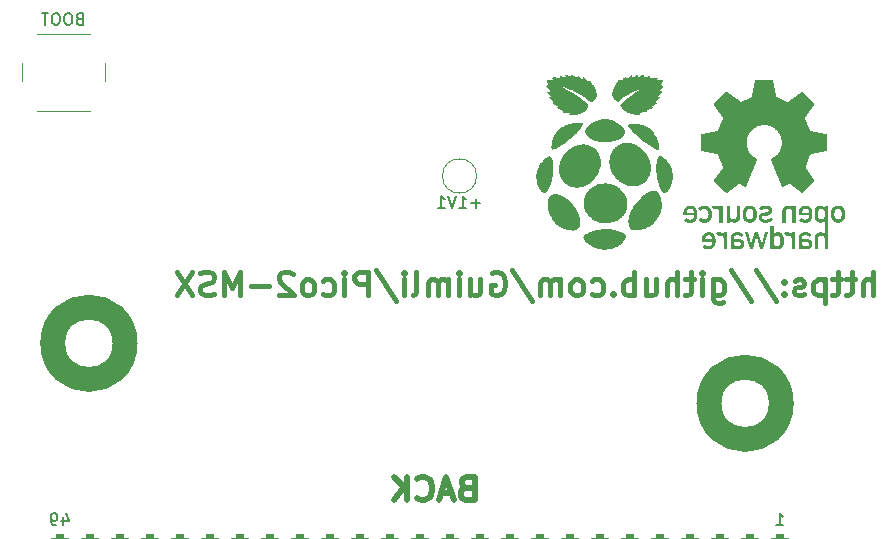
<source format=gbr>
%TF.GenerationSoftware,KiCad,Pcbnew,8.0.4*%
%TF.CreationDate,2024-09-04T03:30:15+02:00*%
%TF.ProjectId,Pico2-MSX,5069636f-322d-44d5-9358-2e6b69636164,rev?*%
%TF.SameCoordinates,Original*%
%TF.FileFunction,Legend,Bot*%
%TF.FilePolarity,Positive*%
%FSLAX46Y46*%
G04 Gerber Fmt 4.6, Leading zero omitted, Abs format (unit mm)*
G04 Created by KiCad (PCBNEW 8.0.4) date 2024-09-04 03:30:15*
%MOMM*%
%LPD*%
G01*
G04 APERTURE LIST*
G04 Aperture macros list*
%AMRoundRect*
0 Rectangle with rounded corners*
0 $1 Rounding radius*
0 $2 $3 $4 $5 $6 $7 $8 $9 X,Y pos of 4 corners*
0 Add a 4 corners polygon primitive as box body*
4,1,4,$2,$3,$4,$5,$6,$7,$8,$9,$2,$3,0*
0 Add four circle primitives for the rounded corners*
1,1,$1+$1,$2,$3*
1,1,$1+$1,$4,$5*
1,1,$1+$1,$6,$7*
1,1,$1+$1,$8,$9*
0 Add four rect primitives between the rounded corners*
20,1,$1+$1,$2,$3,$4,$5,0*
20,1,$1+$1,$4,$5,$6,$7,0*
20,1,$1+$1,$6,$7,$8,$9,0*
20,1,$1+$1,$8,$9,$2,$3,0*%
G04 Aperture macros list end*
%ADD10C,0.000000*%
%ADD11C,2.125000*%
%ADD12C,0.400000*%
%ADD13C,0.500000*%
%ADD14C,0.150000*%
%ADD15C,0.120000*%
%ADD16C,0.650000*%
%ADD17O,2.100000X1.000000*%
%ADD18O,1.800000X1.000000*%
%ADD19C,0.600000*%
%ADD20RoundRect,0.375000X-0.375000X-4.625000X0.375000X-4.625000X0.375000X4.625000X-0.375000X4.625000X0*%
%ADD21C,1.000000*%
%ADD22O,1.000000X1.000000*%
%ADD23C,2.500000*%
%ADD24C,2.000000*%
G04 APERTURE END LIST*
D10*
G36*
X138628102Y-78160746D02*
G01*
X138666203Y-78162787D01*
X138703009Y-78166259D01*
X138738534Y-78171221D01*
X138772790Y-78177731D01*
X138805788Y-78185846D01*
X138837543Y-78195626D01*
X138868065Y-78207128D01*
X138897368Y-78220411D01*
X138925464Y-78235532D01*
X138952366Y-78252549D01*
X138978085Y-78271521D01*
X139002635Y-78292507D01*
X139026027Y-78315563D01*
X139048275Y-78340748D01*
X139069390Y-78368121D01*
X138844522Y-78539572D01*
X138839722Y-78532084D01*
X138834795Y-78524905D01*
X138829731Y-78518028D01*
X138824519Y-78511450D01*
X138819148Y-78505165D01*
X138813608Y-78499170D01*
X138807886Y-78493459D01*
X138801974Y-78488028D01*
X138795859Y-78482873D01*
X138789532Y-78477989D01*
X138782981Y-78473370D01*
X138776195Y-78469014D01*
X138769165Y-78464915D01*
X138761878Y-78461068D01*
X138754324Y-78457469D01*
X138746493Y-78454114D01*
X138738374Y-78450997D01*
X138729955Y-78448115D01*
X138721227Y-78445463D01*
X138712178Y-78443035D01*
X138702797Y-78440828D01*
X138693074Y-78438837D01*
X138682998Y-78437057D01*
X138672558Y-78435484D01*
X138650544Y-78432940D01*
X138626945Y-78431169D01*
X138601675Y-78430133D01*
X138574647Y-78429795D01*
X138537551Y-78430367D01*
X138503175Y-78432119D01*
X138471476Y-78435109D01*
X138442407Y-78439394D01*
X138415924Y-78445031D01*
X138391980Y-78452077D01*
X138370532Y-78460589D01*
X138360730Y-78465413D01*
X138351534Y-78470624D01*
X138342939Y-78476231D01*
X138334940Y-78482240D01*
X138327530Y-78488659D01*
X138320705Y-78495494D01*
X138314458Y-78502752D01*
X138308784Y-78510441D01*
X138303678Y-78518569D01*
X138299133Y-78527141D01*
X138295143Y-78536165D01*
X138291704Y-78545649D01*
X138288810Y-78555599D01*
X138286455Y-78566023D01*
X138284632Y-78576927D01*
X138283338Y-78588320D01*
X138282309Y-78612596D01*
X138282309Y-78761582D01*
X138678707Y-78761582D01*
X138706994Y-78762146D01*
X138734407Y-78763817D01*
X138760943Y-78766567D01*
X138786602Y-78770366D01*
X138811382Y-78775184D01*
X138835281Y-78780993D01*
X138858298Y-78787762D01*
X138880432Y-78795463D01*
X138901679Y-78804066D01*
X138922041Y-78813542D01*
X138941513Y-78823860D01*
X138960096Y-78834993D01*
X138977787Y-78846910D01*
X138994586Y-78859582D01*
X139010489Y-78872980D01*
X139025497Y-78887075D01*
X139039607Y-78901836D01*
X139052818Y-78917235D01*
X139065128Y-78933241D01*
X139076536Y-78949827D01*
X139087040Y-78966962D01*
X139096639Y-78984617D01*
X139105331Y-79002763D01*
X139113115Y-79021370D01*
X139119988Y-79040409D01*
X139125951Y-79059850D01*
X139131000Y-79079664D01*
X139135134Y-79099822D01*
X139138353Y-79120294D01*
X139140654Y-79141051D01*
X139142035Y-79162064D01*
X139142496Y-79183303D01*
X139141954Y-79206321D01*
X139140335Y-79228969D01*
X139137649Y-79251224D01*
X139133905Y-79273062D01*
X139129113Y-79294459D01*
X139123283Y-79315391D01*
X139116425Y-79335836D01*
X139108548Y-79355769D01*
X139099663Y-79375166D01*
X139089778Y-79394004D01*
X139078904Y-79412260D01*
X139067051Y-79429909D01*
X139054228Y-79446928D01*
X139040445Y-79463293D01*
X139025712Y-79478980D01*
X139010039Y-79493966D01*
X138993435Y-79508228D01*
X138975910Y-79521741D01*
X138957474Y-79534482D01*
X138938136Y-79546427D01*
X138917907Y-79557552D01*
X138896796Y-79567834D01*
X138874813Y-79577250D01*
X138851968Y-79585775D01*
X138828271Y-79593385D01*
X138803730Y-79600058D01*
X138778357Y-79605769D01*
X138752160Y-79610494D01*
X138725150Y-79614211D01*
X138697336Y-79616895D01*
X138668729Y-79618523D01*
X138639337Y-79619071D01*
X138604070Y-79618542D01*
X138570960Y-79616948D01*
X138539926Y-79614276D01*
X138510885Y-79610512D01*
X138483755Y-79605645D01*
X138458454Y-79599662D01*
X138434899Y-79592549D01*
X138413009Y-79584295D01*
X138392702Y-79574887D01*
X138373894Y-79564311D01*
X138356504Y-79552556D01*
X138340449Y-79539608D01*
X138325649Y-79525456D01*
X138312019Y-79510085D01*
X138299478Y-79493484D01*
X138287944Y-79475640D01*
X138282309Y-79475640D01*
X138282307Y-79602164D01*
X137995525Y-79602164D01*
X137995525Y-79101705D01*
X137995525Y-78997644D01*
X138282307Y-78997644D01*
X138282307Y-79101705D01*
X138282548Y-79121962D01*
X138283280Y-79141096D01*
X138284519Y-79159140D01*
X138286276Y-79176123D01*
X138288567Y-79192079D01*
X138291404Y-79207038D01*
X138294803Y-79221032D01*
X138298777Y-79234091D01*
X138303339Y-79246249D01*
X138308505Y-79257535D01*
X138314287Y-79267982D01*
X138320699Y-79277621D01*
X138327755Y-79286484D01*
X138335470Y-79294601D01*
X138343857Y-79302004D01*
X138352931Y-79308725D01*
X138362704Y-79314795D01*
X138373191Y-79320246D01*
X138384405Y-79325109D01*
X138396362Y-79329415D01*
X138409074Y-79333196D01*
X138422555Y-79336483D01*
X138436820Y-79339308D01*
X138451882Y-79341702D01*
X138484452Y-79345323D01*
X138520379Y-79347599D01*
X138559772Y-79348780D01*
X138602743Y-79349117D01*
X138637744Y-79348147D01*
X138670040Y-79345305D01*
X138699693Y-79340701D01*
X138726764Y-79334442D01*
X138739351Y-79330725D01*
X138751316Y-79326634D01*
X138762666Y-79322183D01*
X138773409Y-79317385D01*
X138783553Y-79312254D01*
X138793106Y-79306802D01*
X138802075Y-79301044D01*
X138810468Y-79294993D01*
X138818292Y-79288663D01*
X138825556Y-79282065D01*
X138832267Y-79275215D01*
X138838433Y-79268126D01*
X138844061Y-79260810D01*
X138849160Y-79253282D01*
X138853736Y-79245554D01*
X138857798Y-79237641D01*
X138864409Y-79221310D01*
X138869055Y-79204397D01*
X138871798Y-79187009D01*
X138872698Y-79169253D01*
X138872467Y-79159605D01*
X138871773Y-79150177D01*
X138870613Y-79140974D01*
X138868985Y-79132002D01*
X138866888Y-79123267D01*
X138864319Y-79114774D01*
X138861277Y-79106529D01*
X138857758Y-79098538D01*
X138853762Y-79090807D01*
X138849286Y-79083340D01*
X138844327Y-79076144D01*
X138838885Y-79069225D01*
X138832957Y-79062588D01*
X138826540Y-79056238D01*
X138819633Y-79050182D01*
X138812234Y-79044426D01*
X138804340Y-79038974D01*
X138795950Y-79033833D01*
X138787062Y-79029007D01*
X138777673Y-79024504D01*
X138767781Y-79020329D01*
X138757384Y-79016486D01*
X138746481Y-79012983D01*
X138735069Y-79009824D01*
X138723146Y-79007016D01*
X138710710Y-79004564D01*
X138697759Y-79002473D01*
X138684291Y-79000750D01*
X138670304Y-78999400D01*
X138655796Y-78998428D01*
X138640764Y-78997841D01*
X138625207Y-78997644D01*
X138282307Y-78997644D01*
X137995525Y-78997644D01*
X137995525Y-78629503D01*
X137996229Y-78597247D01*
X137998326Y-78566336D01*
X138001791Y-78536750D01*
X138006600Y-78508467D01*
X138012729Y-78481466D01*
X138020153Y-78455726D01*
X138028849Y-78431226D01*
X138038793Y-78407945D01*
X138049959Y-78385862D01*
X138062324Y-78364955D01*
X138075864Y-78345205D01*
X138090555Y-78326588D01*
X138106371Y-78309086D01*
X138123290Y-78292676D01*
X138141287Y-78277337D01*
X138160337Y-78263048D01*
X138180417Y-78249789D01*
X138201502Y-78237538D01*
X138223568Y-78226274D01*
X138246591Y-78215976D01*
X138270547Y-78206623D01*
X138295411Y-78198194D01*
X138321159Y-78190667D01*
X138347768Y-78184023D01*
X138375212Y-78178239D01*
X138403468Y-78173294D01*
X138462319Y-78165840D01*
X138524125Y-78161491D01*
X138588695Y-78160079D01*
X138628102Y-78160746D01*
G37*
G36*
X116886229Y-71755640D02*
G01*
X116907003Y-71758829D01*
X116927157Y-71764024D01*
X116946691Y-71771235D01*
X116965604Y-71780470D01*
X116983898Y-71791740D01*
X117001571Y-71805055D01*
X117018624Y-71820424D01*
X117035057Y-71837857D01*
X117050870Y-71857363D01*
X117066063Y-71878953D01*
X117080636Y-71902635D01*
X117094589Y-71928420D01*
X117107921Y-71956317D01*
X117120634Y-71986336D01*
X117132726Y-72018487D01*
X117144198Y-72052779D01*
X117155050Y-72089222D01*
X117165282Y-72127826D01*
X117218199Y-72656992D01*
X117216959Y-72765526D01*
X117213238Y-72872896D01*
X117207037Y-72979182D01*
X117198355Y-73084460D01*
X117187193Y-73188807D01*
X117173551Y-73292302D01*
X117157427Y-73395022D01*
X117138824Y-73497044D01*
X117117740Y-73598447D01*
X117094176Y-73699306D01*
X117068131Y-73799700D01*
X117039605Y-73899707D01*
X117008599Y-73999404D01*
X116975113Y-74098868D01*
X116939146Y-74198178D01*
X116900699Y-74297409D01*
X116880752Y-74354563D01*
X116870585Y-74381473D01*
X116860185Y-74407376D01*
X116849475Y-74432349D01*
X116838377Y-74456469D01*
X116826815Y-74479813D01*
X116814710Y-74502461D01*
X116801984Y-74524488D01*
X116788561Y-74545972D01*
X116774363Y-74566992D01*
X116759312Y-74587623D01*
X116743331Y-74607945D01*
X116726343Y-74628035D01*
X116708269Y-74647969D01*
X116689032Y-74667826D01*
X116674301Y-74687051D01*
X116659861Y-74705046D01*
X116645692Y-74721820D01*
X116631775Y-74737382D01*
X116618090Y-74751744D01*
X116604619Y-74764913D01*
X116591341Y-74776900D01*
X116578238Y-74787715D01*
X116565290Y-74797368D01*
X116552477Y-74805867D01*
X116539781Y-74813223D01*
X116527182Y-74819445D01*
X116514660Y-74824543D01*
X116502196Y-74828527D01*
X116489771Y-74831406D01*
X116477366Y-74833191D01*
X116464960Y-74833890D01*
X116452535Y-74833514D01*
X116440071Y-74832072D01*
X116427550Y-74829574D01*
X116414950Y-74826029D01*
X116402254Y-74821447D01*
X116389441Y-74815839D01*
X116376493Y-74809213D01*
X116363390Y-74801579D01*
X116350112Y-74792948D01*
X116336641Y-74783328D01*
X116322956Y-74772729D01*
X116309039Y-74761162D01*
X116294870Y-74748635D01*
X116265699Y-74720743D01*
X116198725Y-74649320D01*
X116136702Y-74574137D01*
X116079620Y-74495466D01*
X116027471Y-74413578D01*
X115980243Y-74328745D01*
X115937928Y-74241237D01*
X115900516Y-74151327D01*
X115867997Y-74059285D01*
X115840362Y-73965382D01*
X115817600Y-73869891D01*
X115799702Y-73773081D01*
X115786658Y-73675225D01*
X115778460Y-73576594D01*
X115775096Y-73477460D01*
X115776557Y-73378092D01*
X115782834Y-73278764D01*
X115793917Y-73179745D01*
X115809797Y-73081308D01*
X115830462Y-72983724D01*
X115855905Y-72887263D01*
X115886115Y-72792198D01*
X115921082Y-72698799D01*
X115960797Y-72607338D01*
X116005250Y-72518087D01*
X116054431Y-72431316D01*
X116108331Y-72347296D01*
X116166940Y-72266300D01*
X116230249Y-72188598D01*
X116298247Y-72114462D01*
X116370925Y-72044162D01*
X116448273Y-71977971D01*
X116530282Y-71916160D01*
X116559738Y-71892287D01*
X116588573Y-71870284D01*
X116616788Y-71850161D01*
X116644384Y-71831927D01*
X116671359Y-71815593D01*
X116697714Y-71801167D01*
X116723449Y-71788659D01*
X116748563Y-71778080D01*
X116773058Y-71769439D01*
X116796933Y-71762745D01*
X116820187Y-71758009D01*
X116842821Y-71755239D01*
X116864835Y-71754446D01*
X116886229Y-71755640D01*
G37*
G36*
X132866338Y-78160746D02*
G01*
X132904431Y-78162787D01*
X132941235Y-78166259D01*
X132976760Y-78171221D01*
X133011020Y-78177731D01*
X133044026Y-78185846D01*
X133075790Y-78195626D01*
X133106323Y-78207128D01*
X133135637Y-78220411D01*
X133163745Y-78235532D01*
X133190658Y-78252549D01*
X133216388Y-78271521D01*
X133240947Y-78292507D01*
X133264347Y-78315563D01*
X133286600Y-78340748D01*
X133307717Y-78368121D01*
X133082768Y-78539572D01*
X133077969Y-78532084D01*
X133073044Y-78524905D01*
X133067982Y-78518028D01*
X133062773Y-78511450D01*
X133057406Y-78505165D01*
X133051869Y-78499170D01*
X133046153Y-78493459D01*
X133040246Y-78488028D01*
X133034137Y-78482873D01*
X133027816Y-78477989D01*
X133021271Y-78473370D01*
X133014492Y-78469014D01*
X133007469Y-78464915D01*
X133000189Y-78461068D01*
X132992643Y-78457469D01*
X132984819Y-78454114D01*
X132976707Y-78450997D01*
X132968296Y-78448115D01*
X132959575Y-78445463D01*
X132950533Y-78443035D01*
X132941159Y-78440828D01*
X132931443Y-78438837D01*
X132921373Y-78437057D01*
X132910939Y-78435484D01*
X132888934Y-78432940D01*
X132865343Y-78431169D01*
X132840078Y-78430133D01*
X132813052Y-78429795D01*
X132775942Y-78430367D01*
X132741554Y-78432119D01*
X132709844Y-78435109D01*
X132680766Y-78439394D01*
X132654275Y-78445031D01*
X132630326Y-78452077D01*
X132608872Y-78460589D01*
X132599067Y-78465413D01*
X132589870Y-78470624D01*
X132581273Y-78476231D01*
X132573272Y-78482240D01*
X132565862Y-78488659D01*
X132559035Y-78495494D01*
X132552787Y-78502752D01*
X132547113Y-78510441D01*
X132542005Y-78518569D01*
X132537460Y-78527141D01*
X132533470Y-78536165D01*
X132530031Y-78545649D01*
X132527136Y-78555599D01*
X132524780Y-78566023D01*
X132522958Y-78576927D01*
X132521664Y-78588320D01*
X132520635Y-78612596D01*
X132520635Y-78761582D01*
X132917033Y-78761582D01*
X132945314Y-78762146D01*
X132972721Y-78763817D01*
X132999253Y-78766567D01*
X133024909Y-78770366D01*
X133049687Y-78775184D01*
X133073585Y-78780993D01*
X133096602Y-78787762D01*
X133118736Y-78795463D01*
X133139986Y-78804066D01*
X133160350Y-78813542D01*
X133179825Y-78823860D01*
X133198412Y-78834993D01*
X133216108Y-78846910D01*
X133232911Y-78859582D01*
X133248819Y-78872980D01*
X133263833Y-78887075D01*
X133277948Y-78901836D01*
X133291165Y-78917235D01*
X133303481Y-78933241D01*
X133314895Y-78949827D01*
X133325405Y-78966962D01*
X133335010Y-78984617D01*
X133343707Y-79002763D01*
X133351496Y-79021370D01*
X133358374Y-79040409D01*
X133364341Y-79059850D01*
X133369394Y-79079664D01*
X133373532Y-79099822D01*
X133376753Y-79120294D01*
X133379056Y-79141051D01*
X133380439Y-79162064D01*
X133380901Y-79183303D01*
X133380358Y-79206321D01*
X133378739Y-79228969D01*
X133376051Y-79251224D01*
X133372306Y-79273062D01*
X133367512Y-79294459D01*
X133361680Y-79315391D01*
X133354820Y-79335836D01*
X133346940Y-79355769D01*
X133338052Y-79375166D01*
X133328164Y-79394004D01*
X133317287Y-79412260D01*
X133305431Y-79429909D01*
X133292604Y-79446928D01*
X133278818Y-79463293D01*
X133264081Y-79478980D01*
X133248404Y-79493966D01*
X133231796Y-79508228D01*
X133214267Y-79521741D01*
X133195828Y-79534482D01*
X133176487Y-79546427D01*
X133156254Y-79557552D01*
X133135140Y-79567834D01*
X133113154Y-79577250D01*
X133090306Y-79585775D01*
X133066606Y-79593385D01*
X133042063Y-79600058D01*
X133016688Y-79605769D01*
X132990489Y-79610494D01*
X132963478Y-79614211D01*
X132935663Y-79616895D01*
X132907055Y-79618523D01*
X132877663Y-79619071D01*
X132842409Y-79618542D01*
X132809309Y-79616948D01*
X132778281Y-79614276D01*
X132749243Y-79610512D01*
X132722114Y-79605645D01*
X132696811Y-79599662D01*
X132673252Y-79592549D01*
X132651355Y-79584295D01*
X132631039Y-79574887D01*
X132612221Y-79564311D01*
X132594820Y-79552556D01*
X132578753Y-79539608D01*
X132563939Y-79525456D01*
X132550295Y-79510085D01*
X132537740Y-79493484D01*
X132526191Y-79475640D01*
X132520634Y-79475640D01*
X132520634Y-79602164D01*
X132233773Y-79602164D01*
X132233773Y-79101705D01*
X132233773Y-78997644D01*
X132520555Y-78997644D01*
X132520555Y-79101705D01*
X132520796Y-79121962D01*
X132521529Y-79141096D01*
X132522767Y-79159140D01*
X132524525Y-79176123D01*
X132526815Y-79192079D01*
X132529653Y-79207038D01*
X132533052Y-79221032D01*
X132537025Y-79234091D01*
X132541588Y-79246249D01*
X132546753Y-79257535D01*
X132552535Y-79267982D01*
X132558947Y-79277621D01*
X132566004Y-79286484D01*
X132573719Y-79294601D01*
X132582106Y-79302004D01*
X132591179Y-79308725D01*
X132600952Y-79314795D01*
X132611439Y-79320246D01*
X132622654Y-79325109D01*
X132634610Y-79329415D01*
X132647322Y-79333196D01*
X132660803Y-79336483D01*
X132675068Y-79339308D01*
X132690130Y-79341702D01*
X132722701Y-79345323D01*
X132758627Y-79347599D01*
X132798021Y-79348780D01*
X132840992Y-79349117D01*
X132875979Y-79348147D01*
X132908262Y-79345305D01*
X132937905Y-79340701D01*
X132964967Y-79334442D01*
X132977550Y-79330725D01*
X132989511Y-79326634D01*
X133000858Y-79322183D01*
X133011598Y-79317385D01*
X133021739Y-79312254D01*
X133031289Y-79306802D01*
X133040256Y-79301044D01*
X133048647Y-79294993D01*
X133056470Y-79288663D01*
X133063732Y-79282065D01*
X133070442Y-79275215D01*
X133076606Y-79268126D01*
X133082233Y-79260810D01*
X133087331Y-79253282D01*
X133091907Y-79245554D01*
X133095968Y-79237641D01*
X133102578Y-79221310D01*
X133107224Y-79204397D01*
X133109966Y-79187009D01*
X133110867Y-79169253D01*
X133110636Y-79159605D01*
X133109941Y-79150177D01*
X133108781Y-79140974D01*
X133107154Y-79132002D01*
X133105057Y-79123267D01*
X133102488Y-79114774D01*
X133099446Y-79106529D01*
X133095928Y-79098538D01*
X133091933Y-79090807D01*
X133087457Y-79083340D01*
X133082500Y-79076144D01*
X133077058Y-79069225D01*
X133071131Y-79062588D01*
X133064716Y-79056238D01*
X133057810Y-79050182D01*
X133050413Y-79044426D01*
X133042521Y-79038974D01*
X133034133Y-79033833D01*
X133025247Y-79029007D01*
X133015861Y-79024504D01*
X133005972Y-79020329D01*
X132995579Y-79016486D01*
X132984680Y-79012983D01*
X132973272Y-79009824D01*
X132961353Y-79007016D01*
X132948922Y-79004564D01*
X132935976Y-79002473D01*
X132922513Y-79000750D01*
X132908532Y-78999400D01*
X132894030Y-78998428D01*
X132879005Y-78997841D01*
X132863455Y-78997644D01*
X132520555Y-78997644D01*
X132233773Y-78997644D01*
X132233773Y-78629503D01*
X132234478Y-78597247D01*
X132236575Y-78566336D01*
X132240041Y-78536750D01*
X132244852Y-78508467D01*
X132250982Y-78481466D01*
X132258409Y-78455726D01*
X132267107Y-78431226D01*
X132277053Y-78407945D01*
X132288221Y-78385862D01*
X132300589Y-78364955D01*
X132314131Y-78345205D01*
X132328824Y-78326588D01*
X132344643Y-78309086D01*
X132361564Y-78292676D01*
X132379563Y-78277337D01*
X132398615Y-78263048D01*
X132418697Y-78249789D01*
X132439783Y-78237538D01*
X132461851Y-78226274D01*
X132484874Y-78215976D01*
X132508830Y-78206623D01*
X132533694Y-78198194D01*
X132559442Y-78190667D01*
X132586050Y-78184023D01*
X132613492Y-78178239D01*
X132641746Y-78173294D01*
X132700589Y-78165840D01*
X132762386Y-78161491D01*
X132826943Y-78160079D01*
X132866338Y-78160746D01*
G37*
G36*
X130416573Y-78162154D02*
G01*
X130468919Y-78168809D01*
X130495062Y-78173912D01*
X130521100Y-78180247D01*
X130546969Y-78187850D01*
X130572605Y-78196754D01*
X130597944Y-78206997D01*
X130622923Y-78218613D01*
X130647478Y-78231639D01*
X130671545Y-78246109D01*
X130695060Y-78262059D01*
X130717959Y-78279525D01*
X130740179Y-78298542D01*
X130761655Y-78319146D01*
X130782324Y-78341372D01*
X130802122Y-78365256D01*
X130820986Y-78390833D01*
X130838850Y-78418138D01*
X130855653Y-78447208D01*
X130871329Y-78478078D01*
X130885815Y-78510784D01*
X130899047Y-78545360D01*
X130910961Y-78581842D01*
X130921494Y-78620267D01*
X130930582Y-78660669D01*
X130938160Y-78703084D01*
X130944165Y-78747547D01*
X130948534Y-78794094D01*
X130951202Y-78842761D01*
X130952105Y-78893583D01*
X130951121Y-78947112D01*
X130948214Y-78998094D01*
X130943457Y-79046586D01*
X130936920Y-79092642D01*
X130928674Y-79136318D01*
X130918790Y-79177669D01*
X130907339Y-79216752D01*
X130894392Y-79253622D01*
X130880021Y-79288334D01*
X130864296Y-79320944D01*
X130847288Y-79351507D01*
X130829068Y-79380080D01*
X130809708Y-79406717D01*
X130789278Y-79431474D01*
X130767849Y-79454407D01*
X130745492Y-79475571D01*
X130722279Y-79495022D01*
X130698280Y-79512815D01*
X130673566Y-79529007D01*
X130648209Y-79543652D01*
X130622279Y-79556806D01*
X130595848Y-79568524D01*
X130541764Y-79587878D01*
X130486526Y-79602157D01*
X130430701Y-79611806D01*
X130374859Y-79617270D01*
X130319566Y-79618992D01*
X130283836Y-79618195D01*
X130248354Y-79615775D01*
X130213170Y-79611691D01*
X130178332Y-79605902D01*
X130143890Y-79598368D01*
X130109893Y-79589047D01*
X130076390Y-79577897D01*
X130043430Y-79564878D01*
X130011063Y-79549948D01*
X129979338Y-79533066D01*
X129948304Y-79514192D01*
X129918009Y-79493284D01*
X129888504Y-79470300D01*
X129859837Y-79445200D01*
X129832058Y-79417942D01*
X129805216Y-79388486D01*
X130013258Y-79211321D01*
X130029463Y-79227258D01*
X130046397Y-79242311D01*
X130063998Y-79256460D01*
X130082203Y-79269687D01*
X130100950Y-79281970D01*
X130120177Y-79293290D01*
X130139822Y-79303627D01*
X130159824Y-79312961D01*
X130180119Y-79321272D01*
X130200647Y-79328539D01*
X130221344Y-79334743D01*
X130242148Y-79339864D01*
X130262998Y-79343882D01*
X130283832Y-79346777D01*
X130304587Y-79348528D01*
X130325202Y-79349116D01*
X130343497Y-79348770D01*
X130361461Y-79347733D01*
X130379079Y-79346005D01*
X130396334Y-79343586D01*
X130413209Y-79340477D01*
X130429688Y-79336679D01*
X130445754Y-79332193D01*
X130461392Y-79327018D01*
X130476584Y-79321155D01*
X130491315Y-79314606D01*
X130505567Y-79307370D01*
X130519325Y-79299447D01*
X130532571Y-79290840D01*
X130545291Y-79281548D01*
X130557466Y-79271571D01*
X130569081Y-79260910D01*
X130580120Y-79249567D01*
X130590565Y-79237540D01*
X130600401Y-79224832D01*
X130609611Y-79211442D01*
X130618178Y-79197371D01*
X130626087Y-79182620D01*
X130633320Y-79167188D01*
X130639862Y-79151078D01*
X130645695Y-79134288D01*
X130650804Y-79116820D01*
X130655172Y-79098675D01*
X130658783Y-79079852D01*
X130661620Y-79060353D01*
X130663667Y-79040178D01*
X130664907Y-79019328D01*
X130665324Y-78997802D01*
X129777197Y-78997802D01*
X129777197Y-78761582D01*
X130063820Y-78761582D01*
X130665324Y-78761582D01*
X130664451Y-78741586D01*
X130662883Y-78722185D01*
X130660636Y-78703382D01*
X130657724Y-78685179D01*
X130654160Y-78667579D01*
X130649959Y-78650585D01*
X130645137Y-78634199D01*
X130639707Y-78618423D01*
X130633683Y-78603261D01*
X130627080Y-78588715D01*
X130619913Y-78574787D01*
X130612196Y-78561481D01*
X130603943Y-78548798D01*
X130595170Y-78536741D01*
X130585889Y-78525314D01*
X130576116Y-78514518D01*
X130565865Y-78504356D01*
X130555151Y-78494831D01*
X130543988Y-78485945D01*
X130532390Y-78477701D01*
X130520372Y-78470102D01*
X130507948Y-78463150D01*
X130495133Y-78456848D01*
X130481941Y-78451198D01*
X130468387Y-78446203D01*
X130454485Y-78441865D01*
X130440249Y-78438188D01*
X130425694Y-78435174D01*
X130410834Y-78432825D01*
X130395685Y-78431143D01*
X130380259Y-78430133D01*
X130364572Y-78429795D01*
X130348893Y-78430133D01*
X130333489Y-78431143D01*
X130318375Y-78432825D01*
X130303563Y-78435174D01*
X130289066Y-78438188D01*
X130274897Y-78441866D01*
X130261068Y-78446203D01*
X130247593Y-78451198D01*
X130234484Y-78456848D01*
X130221755Y-78463150D01*
X130209418Y-78470102D01*
X130197486Y-78477702D01*
X130185972Y-78485946D01*
X130174890Y-78494831D01*
X130164251Y-78504356D01*
X130154069Y-78514518D01*
X130144357Y-78525314D01*
X130135128Y-78536742D01*
X130126394Y-78548798D01*
X130118168Y-78561481D01*
X130110464Y-78574788D01*
X130103294Y-78588715D01*
X130096672Y-78603262D01*
X130090609Y-78618424D01*
X130085119Y-78634199D01*
X130080216Y-78650586D01*
X130075911Y-78667580D01*
X130072218Y-78685180D01*
X130069149Y-78703383D01*
X130066718Y-78722186D01*
X130064937Y-78741586D01*
X130063820Y-78761582D01*
X129777197Y-78761582D01*
X129777197Y-78761502D01*
X129777988Y-78727380D01*
X129780335Y-78694066D01*
X129784194Y-78661579D01*
X129789524Y-78629937D01*
X129796282Y-78599157D01*
X129804426Y-78569258D01*
X129813915Y-78540258D01*
X129824705Y-78512174D01*
X129836755Y-78485025D01*
X129850023Y-78458829D01*
X129864465Y-78433604D01*
X129880042Y-78409367D01*
X129896709Y-78386137D01*
X129914424Y-78363932D01*
X129933147Y-78342769D01*
X129952834Y-78322668D01*
X129973443Y-78303645D01*
X129994932Y-78285719D01*
X130017259Y-78268907D01*
X130040382Y-78253229D01*
X130064259Y-78238701D01*
X130088846Y-78225342D01*
X130114103Y-78213170D01*
X130139988Y-78202202D01*
X130166456Y-78192458D01*
X130193468Y-78183954D01*
X130220980Y-78176710D01*
X130248950Y-78170742D01*
X130277337Y-78166068D01*
X130306098Y-78162708D01*
X130335190Y-78160679D01*
X130364572Y-78159999D01*
X130416573Y-78162154D01*
G37*
G36*
X119827251Y-70728169D02*
G01*
X119920703Y-70734235D01*
X120012033Y-70745378D01*
X120101115Y-70761481D01*
X120187824Y-70782430D01*
X120272032Y-70808107D01*
X120353615Y-70838395D01*
X120432445Y-70873180D01*
X120508398Y-70912345D01*
X120581348Y-70955772D01*
X120651167Y-71003347D01*
X120717732Y-71054952D01*
X120780914Y-71110472D01*
X120840589Y-71169790D01*
X120896630Y-71232790D01*
X120948912Y-71299356D01*
X120997309Y-71369371D01*
X121041694Y-71442719D01*
X121081942Y-71519284D01*
X121117927Y-71598950D01*
X121149522Y-71681600D01*
X121176602Y-71767118D01*
X121199041Y-71855388D01*
X121216713Y-71946293D01*
X121229491Y-72039718D01*
X121237251Y-72135545D01*
X121239865Y-72233659D01*
X121237711Y-72322933D01*
X121231313Y-72412072D01*
X121220768Y-72500939D01*
X121206172Y-72589400D01*
X121187624Y-72677317D01*
X121165219Y-72764557D01*
X121109227Y-72936458D01*
X121038973Y-73104019D01*
X120955232Y-73266154D01*
X120858777Y-73421778D01*
X120750386Y-73569805D01*
X120630833Y-73709150D01*
X120500892Y-73838729D01*
X120361340Y-73957456D01*
X120212951Y-74064245D01*
X120135685Y-74112824D01*
X120056501Y-74158012D01*
X119975495Y-74199673D01*
X119892764Y-74237671D01*
X119808406Y-74271871D01*
X119722516Y-74302137D01*
X119635193Y-74328334D01*
X119546532Y-74350326D01*
X119457566Y-74367553D01*
X119369347Y-74379626D01*
X119281999Y-74386660D01*
X119195649Y-74388773D01*
X119110423Y-74386079D01*
X119026448Y-74378696D01*
X118943848Y-74366739D01*
X118862750Y-74350325D01*
X118783279Y-74329571D01*
X118705563Y-74304592D01*
X118629726Y-74275504D01*
X118555895Y-74242425D01*
X118484195Y-74205470D01*
X118414753Y-74164755D01*
X118347695Y-74120398D01*
X118283147Y-74072513D01*
X118221233Y-74021218D01*
X118162082Y-73966628D01*
X118105817Y-73908860D01*
X118052566Y-73848031D01*
X118002455Y-73784256D01*
X117955608Y-73717651D01*
X117912153Y-73648334D01*
X117872215Y-73576419D01*
X117835921Y-73502025D01*
X117803395Y-73425266D01*
X117774765Y-73346259D01*
X117750156Y-73265121D01*
X117729694Y-73181967D01*
X117713504Y-73096914D01*
X117701714Y-73010078D01*
X117694449Y-72921576D01*
X117691642Y-72832301D01*
X117693079Y-72743163D01*
X117698664Y-72654295D01*
X117708298Y-72565835D01*
X117721886Y-72477917D01*
X117739330Y-72390678D01*
X117785399Y-72218776D01*
X117845731Y-72051215D01*
X117919551Y-71889080D01*
X118006083Y-71733457D01*
X118104553Y-71585430D01*
X118214184Y-71446084D01*
X118334203Y-71316505D01*
X118463833Y-71197779D01*
X118602300Y-71090989D01*
X118674605Y-71042410D01*
X118748829Y-70997223D01*
X118824874Y-70955562D01*
X118902644Y-70917563D01*
X118982041Y-70883363D01*
X119062970Y-70853097D01*
X119145332Y-70826900D01*
X119229032Y-70804909D01*
X119332571Y-70778069D01*
X119434743Y-70757005D01*
X119535423Y-70741599D01*
X119634485Y-70731735D01*
X119731803Y-70727297D01*
X119827251Y-70728169D01*
G37*
G36*
X121828564Y-77918454D02*
G01*
X121927782Y-77922200D01*
X122027001Y-77928427D01*
X122126220Y-77937290D01*
X122225439Y-77948943D01*
X122324657Y-77963541D01*
X122423876Y-77981240D01*
X122523095Y-78002195D01*
X122622313Y-78026561D01*
X122721532Y-78054492D01*
X123091950Y-78213242D01*
X123120938Y-78228129D01*
X123148367Y-78243046D01*
X123174226Y-78258021D01*
X123198506Y-78273083D01*
X123221197Y-78288261D01*
X123242289Y-78303585D01*
X123261773Y-78319083D01*
X123279638Y-78334785D01*
X123295876Y-78350719D01*
X123310476Y-78366915D01*
X123323429Y-78383401D01*
X123334725Y-78400207D01*
X123344355Y-78417362D01*
X123352308Y-78434895D01*
X123358576Y-78452835D01*
X123363147Y-78471211D01*
X123366014Y-78490051D01*
X123367165Y-78509386D01*
X123366592Y-78529245D01*
X123364284Y-78549655D01*
X123360233Y-78570647D01*
X123354427Y-78592250D01*
X123346858Y-78614492D01*
X123337516Y-78637402D01*
X123326391Y-78661010D01*
X123313474Y-78685345D01*
X123298754Y-78710435D01*
X123282223Y-78736311D01*
X123263869Y-78763000D01*
X123243685Y-78790532D01*
X123221659Y-78818936D01*
X123197783Y-78848242D01*
X123197782Y-78848243D01*
X123197770Y-78848255D01*
X123197680Y-78848345D01*
X123196957Y-78849069D01*
X123191169Y-78854856D01*
X123144866Y-78901159D01*
X123073553Y-78987963D01*
X122998518Y-79069728D01*
X122919763Y-79146377D01*
X122837288Y-79217832D01*
X122751091Y-79284017D01*
X122661174Y-79344853D01*
X122567536Y-79400263D01*
X122470178Y-79450169D01*
X122369099Y-79494495D01*
X122264299Y-79533161D01*
X122155778Y-79566092D01*
X122043537Y-79593209D01*
X121927575Y-79614435D01*
X121807892Y-79629693D01*
X121684489Y-79638904D01*
X121557365Y-79641992D01*
X121439530Y-79638904D01*
X121324098Y-79629693D01*
X121210991Y-79614435D01*
X121100132Y-79593209D01*
X120991444Y-79566092D01*
X120884848Y-79533161D01*
X120780268Y-79494495D01*
X120677626Y-79450169D01*
X120576844Y-79400263D01*
X120477845Y-79344853D01*
X120380551Y-79284017D01*
X120284885Y-79217832D01*
X120190769Y-79146377D01*
X120098126Y-79069728D01*
X120006878Y-78987963D01*
X119916948Y-78901159D01*
X119897726Y-78881317D01*
X119879754Y-78861485D01*
X119863042Y-78841672D01*
X119847599Y-78821888D01*
X119833435Y-78802143D01*
X119820559Y-78782446D01*
X119808982Y-78762807D01*
X119798713Y-78743236D01*
X119789762Y-78723743D01*
X119782138Y-78704337D01*
X119775851Y-78685028D01*
X119770911Y-78665825D01*
X119767328Y-78646739D01*
X119765110Y-78627778D01*
X119764269Y-78608954D01*
X119764813Y-78590274D01*
X119766753Y-78571750D01*
X119770097Y-78553390D01*
X119774856Y-78535205D01*
X119781040Y-78517204D01*
X119788657Y-78499396D01*
X119797718Y-78481792D01*
X119808233Y-78464402D01*
X119820210Y-78447234D01*
X119833661Y-78430298D01*
X119848594Y-78413605D01*
X119865019Y-78397164D01*
X119882946Y-78380984D01*
X119902384Y-78365076D01*
X119923344Y-78349449D01*
X119945834Y-78334112D01*
X119969865Y-78319076D01*
X120039331Y-78280615D01*
X120108875Y-78244558D01*
X120178574Y-78210826D01*
X120248505Y-78179343D01*
X120318746Y-78150029D01*
X120389375Y-78122809D01*
X120460468Y-78097603D01*
X120532105Y-78074336D01*
X120604361Y-78052929D01*
X120677316Y-78033305D01*
X120751045Y-78015386D01*
X120825627Y-77999095D01*
X120901139Y-77984354D01*
X120977659Y-77971086D01*
X121134032Y-77948658D01*
X121332470Y-77931502D01*
X121530907Y-77920546D01*
X121729345Y-77917032D01*
X121828564Y-77918454D01*
G37*
G36*
X121656584Y-68602253D02*
G01*
X121827285Y-68616813D01*
X121996512Y-68645558D01*
X122163414Y-68688410D01*
X122327138Y-68745293D01*
X122486831Y-68816129D01*
X122641641Y-68900839D01*
X122716948Y-68948373D01*
X122790714Y-68999347D01*
X122862833Y-69053751D01*
X122933199Y-69111576D01*
X123091948Y-69270326D01*
X123115824Y-69300090D01*
X123137850Y-69329844D01*
X123158034Y-69359579D01*
X123176388Y-69389285D01*
X123192919Y-69418952D01*
X123207639Y-69448571D01*
X123220556Y-69478132D01*
X123231681Y-69507624D01*
X123241023Y-69537039D01*
X123248592Y-69566367D01*
X123254398Y-69595598D01*
X123258450Y-69624723D01*
X123260757Y-69653731D01*
X123261331Y-69682613D01*
X123260179Y-69711360D01*
X123257313Y-69739961D01*
X123252741Y-69768408D01*
X123246474Y-69796689D01*
X123238520Y-69824796D01*
X123228891Y-69852719D01*
X123217594Y-69880448D01*
X123204641Y-69907974D01*
X123190041Y-69935287D01*
X123173803Y-69962377D01*
X123155938Y-69989234D01*
X123136454Y-70015849D01*
X123115362Y-70042212D01*
X123092671Y-70068313D01*
X123068392Y-70094143D01*
X123042532Y-70119693D01*
X122986115Y-70169909D01*
X122935898Y-70207775D01*
X122884519Y-70242153D01*
X122832054Y-70273275D01*
X122778582Y-70301374D01*
X122724180Y-70326682D01*
X122668925Y-70349433D01*
X122612894Y-70369858D01*
X122556167Y-70388190D01*
X122498819Y-70404662D01*
X122440928Y-70419506D01*
X122382572Y-70432955D01*
X122323829Y-70445241D01*
X122205490Y-70467255D01*
X122086531Y-70487409D01*
X122056778Y-70496724D01*
X122027103Y-70504876D01*
X121997583Y-70511943D01*
X121968296Y-70518002D01*
X121939318Y-70523131D01*
X121910728Y-70527407D01*
X121855021Y-70533712D01*
X121801795Y-70537536D01*
X121751669Y-70539499D01*
X121663199Y-70540326D01*
X121504552Y-70537639D01*
X121425423Y-70534047D01*
X121346526Y-70528751D01*
X121267939Y-70521593D01*
X121189740Y-70512421D01*
X121112005Y-70501078D01*
X121034814Y-70487409D01*
X120958242Y-70471261D01*
X120882368Y-70452476D01*
X120807269Y-70430901D01*
X120733023Y-70406381D01*
X120659707Y-70378760D01*
X120587399Y-70347883D01*
X120516176Y-70313596D01*
X120446116Y-70275743D01*
X120383636Y-70240711D01*
X120325167Y-70205088D01*
X120270690Y-70168904D01*
X120220186Y-70132186D01*
X120173636Y-70094964D01*
X120131019Y-70057268D01*
X120092316Y-70019126D01*
X120057509Y-69980567D01*
X120026577Y-69941621D01*
X119999502Y-69902316D01*
X119976264Y-69862682D01*
X119956843Y-69822747D01*
X119941221Y-69782541D01*
X119929377Y-69742093D01*
X119921293Y-69701432D01*
X119916949Y-69660587D01*
X119916326Y-69619586D01*
X119919404Y-69578460D01*
X119926164Y-69537236D01*
X119936586Y-69495945D01*
X119950652Y-69454615D01*
X119968341Y-69413276D01*
X119989635Y-69371956D01*
X120014514Y-69330684D01*
X120042959Y-69289490D01*
X120074950Y-69248402D01*
X120110467Y-69207450D01*
X120149493Y-69166663D01*
X120192006Y-69126069D01*
X120237989Y-69085699D01*
X120287420Y-69045580D01*
X120340282Y-69005742D01*
X120415454Y-68953031D01*
X120492069Y-68904030D01*
X120570021Y-68858731D01*
X120649204Y-68817123D01*
X120729511Y-68779198D01*
X120810835Y-68744944D01*
X120893070Y-68714353D01*
X120976109Y-68687416D01*
X121144174Y-68644460D01*
X121314176Y-68615999D01*
X121485264Y-68601956D01*
X121656584Y-68602253D01*
G37*
G36*
X133979230Y-79174887D02*
G01*
X133985024Y-79174887D01*
X134308239Y-78176985D01*
X134516281Y-78176985D01*
X134839496Y-79174887D01*
X134845132Y-79174887D01*
X135117865Y-78176985D01*
X135421395Y-78176985D01*
X134966020Y-79602164D01*
X134713052Y-79602164D01*
X134415078Y-78604180D01*
X134409443Y-78604180D01*
X134111469Y-79602164D01*
X133858342Y-79602164D01*
X133403047Y-78176985D01*
X133706736Y-78176985D01*
X133979230Y-79174887D01*
G37*
G36*
X135861528Y-78328751D02*
G01*
X135881664Y-78310179D01*
X135902031Y-78292447D01*
X135922661Y-78275605D01*
X135943587Y-78259701D01*
X135964842Y-78244786D01*
X135986460Y-78230908D01*
X136008473Y-78218118D01*
X136030914Y-78206464D01*
X136053817Y-78195996D01*
X136077214Y-78186763D01*
X136101139Y-78178816D01*
X136125624Y-78172202D01*
X136150702Y-78166972D01*
X136176407Y-78163175D01*
X136202771Y-78160861D01*
X136229828Y-78160079D01*
X136261951Y-78160987D01*
X136292956Y-78163664D01*
X136322847Y-78168036D01*
X136351630Y-78174029D01*
X136379309Y-78181570D01*
X136405887Y-78190585D01*
X136431369Y-78201001D01*
X136455759Y-78212744D01*
X136479062Y-78225741D01*
X136501282Y-78239919D01*
X136522423Y-78255203D01*
X136542490Y-78271521D01*
X136561486Y-78288799D01*
X136579417Y-78306963D01*
X136596286Y-78325941D01*
X136612098Y-78345657D01*
X136626211Y-78364570D01*
X136639054Y-78383675D01*
X136650677Y-78403359D01*
X136661130Y-78424010D01*
X136665932Y-78434819D01*
X136670461Y-78446016D01*
X136674723Y-78457647D01*
X136678722Y-78469763D01*
X136682466Y-78482411D01*
X136685961Y-78495640D01*
X136692227Y-78524033D01*
X136697571Y-78555330D01*
X136702042Y-78589918D01*
X136705689Y-78628186D01*
X136708561Y-78670519D01*
X136710709Y-78717307D01*
X136712183Y-78768935D01*
X136713030Y-78825792D01*
X136713302Y-78888265D01*
X136712183Y-79008407D01*
X136708561Y-79107435D01*
X136705689Y-79150009D01*
X136702042Y-79188479D01*
X136697571Y-79223235D01*
X136692228Y-79254669D01*
X136685961Y-79283172D01*
X136678722Y-79309135D01*
X136670462Y-79332950D01*
X136661130Y-79355008D01*
X136650677Y-79375700D01*
X136639054Y-79395416D01*
X136626211Y-79414550D01*
X136612098Y-79433491D01*
X136596286Y-79453182D01*
X136579417Y-79472140D01*
X136561486Y-79490291D01*
X136542490Y-79507561D01*
X136522423Y-79523875D01*
X136501282Y-79539160D01*
X136479062Y-79553341D01*
X136455759Y-79566345D01*
X136431369Y-79578097D01*
X136418764Y-79583480D01*
X136405887Y-79588522D01*
X136392735Y-79593214D01*
X136379309Y-79597547D01*
X136365607Y-79601511D01*
X136351630Y-79605097D01*
X136337377Y-79608296D01*
X136322847Y-79611099D01*
X136308040Y-79613496D01*
X136292956Y-79615478D01*
X136277593Y-79617035D01*
X136261951Y-79618159D01*
X136246029Y-79618841D01*
X136229828Y-79619070D01*
X136202586Y-79618286D01*
X136175713Y-79615972D01*
X136149253Y-79612181D01*
X136123246Y-79606968D01*
X136097733Y-79600386D01*
X136072756Y-79592490D01*
X136048356Y-79583334D01*
X136024574Y-79572973D01*
X136001452Y-79561460D01*
X135979030Y-79548849D01*
X135957351Y-79535196D01*
X135936455Y-79520553D01*
X135916383Y-79504976D01*
X135897177Y-79488518D01*
X135878878Y-79471233D01*
X135861528Y-79453176D01*
X135861528Y-79602164D01*
X135574826Y-79602164D01*
X135574826Y-78888265D01*
X135861528Y-78888265D01*
X135862653Y-78967075D01*
X135864585Y-79006496D01*
X135867897Y-79045411D01*
X135872938Y-79083435D01*
X135880059Y-79120181D01*
X135889609Y-79155262D01*
X135895405Y-79172058D01*
X135901940Y-79188292D01*
X135909257Y-79203917D01*
X135917401Y-79218884D01*
X135926414Y-79233145D01*
X135936341Y-79246651D01*
X135947226Y-79259355D01*
X135959112Y-79271207D01*
X135972044Y-79282160D01*
X135986064Y-79292165D01*
X136001216Y-79301174D01*
X136017545Y-79309139D01*
X136035095Y-79316011D01*
X136053908Y-79321742D01*
X136074028Y-79326283D01*
X136095500Y-79329587D01*
X136118368Y-79331604D01*
X136142674Y-79332288D01*
X136167233Y-79331644D01*
X136190337Y-79329740D01*
X136212030Y-79326617D01*
X136232358Y-79322315D01*
X136251363Y-79316874D01*
X136269091Y-79310336D01*
X136285585Y-79302741D01*
X136300891Y-79294129D01*
X136315051Y-79284543D01*
X136328112Y-79274021D01*
X136340115Y-79262604D01*
X136351107Y-79250334D01*
X136361131Y-79237251D01*
X136370232Y-79223396D01*
X136378453Y-79208809D01*
X136385840Y-79193530D01*
X136392436Y-79177602D01*
X136398285Y-79161063D01*
X136403432Y-79143956D01*
X136407922Y-79126320D01*
X136411798Y-79108196D01*
X136415104Y-79089625D01*
X136420187Y-79051304D01*
X136423523Y-79011683D01*
X136425468Y-78971086D01*
X136426375Y-78929838D01*
X136426599Y-78888265D01*
X136425468Y-78806302D01*
X136423523Y-78766047D01*
X136420187Y-78726715D01*
X136415104Y-78688636D01*
X136407922Y-78652139D01*
X136398285Y-78617554D01*
X136392436Y-78601082D01*
X136385840Y-78585211D01*
X136378453Y-78569983D01*
X136370232Y-78555439D01*
X136361131Y-78541620D01*
X136351107Y-78528567D01*
X136340115Y-78516322D01*
X136328112Y-78504926D01*
X136315051Y-78494419D01*
X136300891Y-78484844D01*
X136285585Y-78476241D01*
X136269091Y-78468651D01*
X136251363Y-78462116D01*
X136232358Y-78456677D01*
X136212030Y-78452374D01*
X136190337Y-78449250D01*
X136167233Y-78447346D01*
X136142674Y-78446702D01*
X136118368Y-78447386D01*
X136095500Y-78449405D01*
X136074028Y-78452712D01*
X136053908Y-78457256D01*
X136035095Y-78462989D01*
X136017545Y-78469862D01*
X136001216Y-78477825D01*
X135986064Y-78486831D01*
X135972044Y-78496829D01*
X135959112Y-78507772D01*
X135947226Y-78519609D01*
X135936341Y-78532293D01*
X135926414Y-78545774D01*
X135917401Y-78560003D01*
X135909257Y-78574931D01*
X135901940Y-78590510D01*
X135895405Y-78606689D01*
X135889609Y-78623422D01*
X135884508Y-78640658D01*
X135880059Y-78658348D01*
X135876216Y-78676444D01*
X135872938Y-78694896D01*
X135867897Y-78732675D01*
X135864585Y-78771293D01*
X135862653Y-78810359D01*
X135861751Y-78849480D01*
X135861528Y-78888265D01*
X135574826Y-78888265D01*
X135574826Y-77600564D01*
X135861528Y-77600564D01*
X135861528Y-78328751D01*
G37*
G36*
X137095027Y-75909504D02*
G01*
X137122666Y-75911483D01*
X137149731Y-75914779D01*
X137176196Y-75919394D01*
X137202036Y-75925328D01*
X137227226Y-75932579D01*
X137251740Y-75941147D01*
X137275554Y-75951033D01*
X137298642Y-75962236D01*
X137320980Y-75974756D01*
X137342542Y-75988593D01*
X137363303Y-76003746D01*
X137383238Y-76020215D01*
X137402322Y-76038000D01*
X137420530Y-76057101D01*
X137437836Y-76077517D01*
X137443551Y-76077517D01*
X137443551Y-75925751D01*
X137730253Y-75925751D01*
X137730253Y-77350930D01*
X137443551Y-77350930D01*
X137443551Y-76502174D01*
X137443199Y-76484220D01*
X137442153Y-76466750D01*
X137440428Y-76449770D01*
X137438038Y-76433285D01*
X137434997Y-76417302D01*
X137431320Y-76401825D01*
X137427021Y-76386860D01*
X137422115Y-76372414D01*
X137416615Y-76358491D01*
X137410537Y-76345097D01*
X137403895Y-76332238D01*
X137396703Y-76319920D01*
X137388976Y-76308148D01*
X137380728Y-76296927D01*
X137371974Y-76286263D01*
X137362727Y-76276163D01*
X137353003Y-76266631D01*
X137342816Y-76257674D01*
X137332179Y-76249296D01*
X137321109Y-76241503D01*
X137309618Y-76234302D01*
X137297722Y-76227698D01*
X137285435Y-76221695D01*
X137272771Y-76216301D01*
X137259744Y-76211520D01*
X137246370Y-76207359D01*
X137232662Y-76203822D01*
X137218636Y-76200916D01*
X137204304Y-76198645D01*
X137189683Y-76197017D01*
X137174785Y-76196035D01*
X137159626Y-76195707D01*
X137144720Y-76196035D01*
X137130059Y-76197017D01*
X137115659Y-76198645D01*
X137101534Y-76200916D01*
X137087700Y-76203822D01*
X137074171Y-76207359D01*
X137060962Y-76211521D01*
X137048088Y-76216301D01*
X137035565Y-76221696D01*
X137023406Y-76227698D01*
X137011628Y-76234303D01*
X137000244Y-76241504D01*
X136989270Y-76249297D01*
X136978721Y-76257674D01*
X136968612Y-76266632D01*
X136958957Y-76276164D01*
X136949771Y-76286264D01*
X136941070Y-76296928D01*
X136932869Y-76308148D01*
X136925181Y-76319921D01*
X136918023Y-76332239D01*
X136911409Y-76345098D01*
X136905354Y-76358492D01*
X136899873Y-76372415D01*
X136894981Y-76386861D01*
X136890693Y-76401826D01*
X136887024Y-76417303D01*
X136883988Y-76433286D01*
X136881601Y-76449771D01*
X136879877Y-76466750D01*
X136878832Y-76484220D01*
X136878480Y-76502174D01*
X136878480Y-77350930D01*
X136591778Y-77350930D01*
X136591778Y-76403668D01*
X136592510Y-76373797D01*
X136594673Y-76344821D01*
X136598214Y-76316741D01*
X136603081Y-76289563D01*
X136609223Y-76263288D01*
X136616587Y-76237922D01*
X136625121Y-76213468D01*
X136634774Y-76189929D01*
X136645494Y-76167308D01*
X136657227Y-76145610D01*
X136669924Y-76124838D01*
X136683530Y-76104995D01*
X136697996Y-76086086D01*
X136713268Y-76068113D01*
X136729294Y-76051080D01*
X136746023Y-76034991D01*
X136763403Y-76019850D01*
X136781381Y-76005659D01*
X136799907Y-75992423D01*
X136818927Y-75980146D01*
X136838389Y-75968829D01*
X136858243Y-75958478D01*
X136878435Y-75949096D01*
X136898914Y-75940687D01*
X136940525Y-75926799D01*
X136982660Y-75916844D01*
X137024902Y-75910849D01*
X137045934Y-75909347D01*
X137066837Y-75908845D01*
X137095027Y-75909504D01*
G37*
G36*
X125752664Y-74658731D02*
G01*
X125805038Y-74666340D01*
X125855396Y-74678058D01*
X125879771Y-74685482D01*
X125903585Y-74693961D01*
X125926816Y-74703507D01*
X125949447Y-74714128D01*
X125971458Y-74725835D01*
X125992830Y-74738636D01*
X126013542Y-74752542D01*
X126033577Y-74767562D01*
X126052913Y-74783706D01*
X126071533Y-74800983D01*
X126089416Y-74819405D01*
X126106544Y-74838979D01*
X126122896Y-74859715D01*
X126138454Y-74881625D01*
X126153198Y-74904716D01*
X126167108Y-74928999D01*
X126180166Y-74954484D01*
X126192352Y-74981179D01*
X126203647Y-75009096D01*
X126214030Y-75038243D01*
X126251819Y-75137462D01*
X126285654Y-75236680D01*
X126315303Y-75335899D01*
X126340534Y-75435118D01*
X126361114Y-75534337D01*
X126376811Y-75633555D01*
X126387392Y-75732774D01*
X126392624Y-75831993D01*
X126392275Y-75931212D01*
X126386113Y-76030431D01*
X126373904Y-76129649D01*
X126355417Y-76228868D01*
X126330419Y-76328087D01*
X126298676Y-76427306D01*
X126259958Y-76526524D01*
X126214030Y-76625743D01*
X126151411Y-76761536D01*
X126082669Y-76891050D01*
X126007880Y-77014207D01*
X125927123Y-77130931D01*
X125840474Y-77241144D01*
X125748012Y-77344768D01*
X125649814Y-77441726D01*
X125545957Y-77531940D01*
X125436519Y-77615333D01*
X125321578Y-77691827D01*
X125201211Y-77761345D01*
X125075495Y-77823809D01*
X124944508Y-77879142D01*
X124808328Y-77927266D01*
X124667031Y-77968103D01*
X124520697Y-78001577D01*
X124256113Y-78001577D01*
X124212238Y-78005756D01*
X124169904Y-78008346D01*
X124129101Y-78009308D01*
X124089819Y-78008604D01*
X124052048Y-78006195D01*
X124015780Y-78002041D01*
X123981003Y-77996105D01*
X123947709Y-77988347D01*
X123915888Y-77978728D01*
X123885530Y-77967211D01*
X123856625Y-77953756D01*
X123829164Y-77938324D01*
X123803137Y-77920876D01*
X123778534Y-77901375D01*
X123755346Y-77879781D01*
X123733562Y-77856055D01*
X123713175Y-77830158D01*
X123694172Y-77802053D01*
X123676546Y-77771699D01*
X123660285Y-77739059D01*
X123645381Y-77704093D01*
X123631825Y-77666764D01*
X123619605Y-77627031D01*
X123608712Y-77584856D01*
X123599138Y-77540201D01*
X123590871Y-77493027D01*
X123583903Y-77443295D01*
X123578223Y-77390966D01*
X123573822Y-77336002D01*
X123570691Y-77278363D01*
X123568198Y-77154908D01*
X123579993Y-77055702D01*
X123595587Y-76956574D01*
X123615056Y-76857601D01*
X123638478Y-76758860D01*
X123665931Y-76660430D01*
X123697493Y-76562387D01*
X123733240Y-76464809D01*
X123773250Y-76367773D01*
X123817602Y-76271358D01*
X123866371Y-76175640D01*
X123919636Y-76080698D01*
X123977475Y-75986608D01*
X124039965Y-75893448D01*
X124107183Y-75801296D01*
X124179207Y-75710230D01*
X124256114Y-75620326D01*
X124454552Y-75422715D01*
X124553771Y-75325460D01*
X124652989Y-75230065D01*
X124752208Y-75137151D01*
X124851427Y-75047338D01*
X124950646Y-74961245D01*
X125049864Y-74879493D01*
X125079630Y-74860256D01*
X125109395Y-74842182D01*
X125139161Y-74825194D01*
X125168927Y-74809213D01*
X125198692Y-74794162D01*
X125228458Y-74779964D01*
X125258223Y-74766541D01*
X125287989Y-74753816D01*
X125347520Y-74730148D01*
X125407052Y-74708340D01*
X125526114Y-74667826D01*
X125584999Y-74659777D01*
X125642489Y-74655527D01*
X125698429Y-74655152D01*
X125752664Y-74658731D01*
G37*
G36*
X130928305Y-75909504D02*
G01*
X130955947Y-75911483D01*
X130983016Y-75914779D01*
X131009487Y-75919394D01*
X131035334Y-75925328D01*
X131060532Y-75932579D01*
X131085056Y-75941147D01*
X131108881Y-75951033D01*
X131131981Y-75962236D01*
X131154331Y-75974756D01*
X131175906Y-75988593D01*
X131196681Y-76003746D01*
X131216630Y-76020215D01*
X131235728Y-76038000D01*
X131253951Y-76057101D01*
X131271272Y-76077517D01*
X131276828Y-76077517D01*
X131276828Y-75925751D01*
X131563610Y-75925751D01*
X131563610Y-77350930D01*
X131276828Y-77350930D01*
X131276828Y-76493601D01*
X131276429Y-76474443D01*
X131275248Y-76455971D01*
X131273310Y-76438181D01*
X131270640Y-76421067D01*
X131267261Y-76404625D01*
X131263199Y-76388849D01*
X131258479Y-76373734D01*
X131253125Y-76359275D01*
X131247162Y-76345467D01*
X131240614Y-76332304D01*
X131233506Y-76319782D01*
X131225862Y-76307896D01*
X131217708Y-76296639D01*
X131209068Y-76286007D01*
X131199967Y-76275996D01*
X131190429Y-76266598D01*
X131180478Y-76257811D01*
X131170141Y-76249627D01*
X131159441Y-76242043D01*
X131148402Y-76235053D01*
X131137050Y-76228652D01*
X131125409Y-76222834D01*
X131113504Y-76217595D01*
X131101360Y-76212930D01*
X131076451Y-76205298D01*
X131050880Y-76199898D01*
X131024844Y-76196688D01*
X130998540Y-76195627D01*
X130985105Y-76195860D01*
X130972202Y-76196572D01*
X130959763Y-76197777D01*
X130947722Y-76199493D01*
X130936014Y-76201736D01*
X130924571Y-76204522D01*
X130913328Y-76207868D01*
X130902218Y-76211790D01*
X130891175Y-76216305D01*
X130880133Y-76221428D01*
X130869025Y-76227177D01*
X130857785Y-76233568D01*
X130846348Y-76240616D01*
X130834645Y-76248339D01*
X130822613Y-76256753D01*
X130810183Y-76265874D01*
X130602141Y-76018462D01*
X130618609Y-76006112D01*
X130635282Y-75994381D01*
X130652179Y-75983292D01*
X130669316Y-75972871D01*
X130686711Y-75963141D01*
X130704382Y-75954129D01*
X130722346Y-75945858D01*
X130740620Y-75938352D01*
X130759224Y-75931638D01*
X130778173Y-75925739D01*
X130797485Y-75920679D01*
X130817179Y-75916485D01*
X130837271Y-75913179D01*
X130857779Y-75910788D01*
X130878721Y-75909335D01*
X130900115Y-75908845D01*
X130928305Y-75909504D01*
G37*
G36*
X124118036Y-68980525D02*
G01*
X124251052Y-68989568D01*
X124388407Y-69005743D01*
X124528244Y-69029359D01*
X124668700Y-69060726D01*
X124807917Y-69100156D01*
X124944032Y-69147956D01*
X125075187Y-69204439D01*
X125138323Y-69236032D01*
X125199521Y-69269913D01*
X125258548Y-69306119D01*
X125315173Y-69344689D01*
X125369162Y-69385661D01*
X125420283Y-69429076D01*
X125469264Y-69469980D01*
X125516956Y-69513218D01*
X125608281Y-69606120D01*
X125693870Y-69706617D01*
X125773335Y-69813549D01*
X125846289Y-69925751D01*
X125912345Y-70042062D01*
X125971114Y-70161318D01*
X126022209Y-70282357D01*
X126065242Y-70404017D01*
X126099827Y-70525133D01*
X126125574Y-70644545D01*
X126142098Y-70761088D01*
X126149010Y-70873600D01*
X126148740Y-70927982D01*
X126145922Y-70980919D01*
X126140508Y-71032268D01*
X126132448Y-71081882D01*
X126121695Y-71129617D01*
X126108199Y-71175326D01*
X126098125Y-71179979D01*
X126087761Y-71184021D01*
X126077125Y-71187462D01*
X126066238Y-71190312D01*
X126055117Y-71192581D01*
X126043784Y-71194279D01*
X126032257Y-71195414D01*
X126020556Y-71195997D01*
X126008699Y-71196037D01*
X125996707Y-71195545D01*
X125972393Y-71193000D01*
X125947769Y-71188439D01*
X125922990Y-71181941D01*
X125898211Y-71173582D01*
X125873588Y-71163441D01*
X125849274Y-71151594D01*
X125825425Y-71138119D01*
X125802196Y-71123094D01*
X125779743Y-71106597D01*
X125758220Y-71088704D01*
X125737782Y-71069493D01*
X125598978Y-70987741D01*
X125460796Y-70901648D01*
X125323853Y-70811834D01*
X125188771Y-70718920D01*
X125056169Y-70623525D01*
X124926668Y-70526270D01*
X124800888Y-70427775D01*
X124679448Y-70328660D01*
X124542919Y-70209597D01*
X124410731Y-70090535D01*
X124282263Y-69971472D01*
X124156896Y-69852410D01*
X123912983Y-69614285D01*
X123674032Y-69376160D01*
X123663528Y-69356316D01*
X123652018Y-69336472D01*
X123639732Y-69316628D01*
X123626903Y-69296785D01*
X123600548Y-69257097D01*
X123574814Y-69217410D01*
X123562760Y-69197566D01*
X123551559Y-69177722D01*
X123541444Y-69157878D01*
X123532646Y-69138034D01*
X123525398Y-69118191D01*
X123522429Y-69108269D01*
X123519934Y-69098347D01*
X123517942Y-69088425D01*
X123516484Y-69078503D01*
X123515588Y-69068581D01*
X123515283Y-69058659D01*
X123583186Y-69031426D01*
X123666591Y-69009463D01*
X123763640Y-68993082D01*
X123872470Y-68982592D01*
X123991223Y-68978302D01*
X124118036Y-68980525D01*
G37*
D11*
X80950000Y-87571500D02*
G75*
G02*
X74825000Y-87571500I-3062500J0D01*
G01*
X74825000Y-87571500D02*
G75*
G02*
X80950000Y-87571500I3062500J0D01*
G01*
D10*
G36*
X137045337Y-78160738D02*
G01*
X137072977Y-78162716D01*
X137100043Y-78166013D01*
X137126508Y-78170628D01*
X137152349Y-78176561D01*
X137177540Y-78183812D01*
X137202057Y-78192381D01*
X137225874Y-78202267D01*
X137248967Y-78213470D01*
X137271310Y-78225990D01*
X137292878Y-78239826D01*
X137313647Y-78254979D01*
X137333591Y-78271448D01*
X137352686Y-78289234D01*
X137370906Y-78308334D01*
X137388226Y-78328751D01*
X137393862Y-78328751D01*
X137393862Y-78176985D01*
X137680564Y-78176985D01*
X137680565Y-79602164D01*
X137393862Y-79602164D01*
X137393862Y-78744676D01*
X137393463Y-78725531D01*
X137392280Y-78707072D01*
X137390340Y-78689292D01*
X137387667Y-78672187D01*
X137384285Y-78655753D01*
X137380219Y-78639983D01*
X137375494Y-78624872D01*
X137370135Y-78610417D01*
X137364167Y-78596611D01*
X137357613Y-78583450D01*
X137350499Y-78570928D01*
X137342850Y-78559041D01*
X137334690Y-78547782D01*
X137326044Y-78537149D01*
X137316937Y-78527134D01*
X137307393Y-78517733D01*
X137297438Y-78508942D01*
X137287095Y-78500754D01*
X137276390Y-78493165D01*
X137265347Y-78486170D01*
X137253991Y-78479764D01*
X137242347Y-78473942D01*
X137230440Y-78468698D01*
X137218293Y-78464028D01*
X137193383Y-78456387D01*
X137167815Y-78450980D01*
X137141786Y-78447765D01*
X137115494Y-78446703D01*
X137102073Y-78446936D01*
X137089179Y-78447648D01*
X137076747Y-78448854D01*
X137064710Y-78450571D01*
X137053003Y-78452816D01*
X137041560Y-78455606D01*
X137030315Y-78458957D01*
X137019202Y-78462885D01*
X137008155Y-78467408D01*
X136997108Y-78472542D01*
X136985995Y-78478304D01*
X136974751Y-78484710D01*
X136963308Y-78491776D01*
X136951603Y-78499520D01*
X136939567Y-78507959D01*
X136927137Y-78517108D01*
X136719174Y-78269696D01*
X136735616Y-78257346D01*
X136752270Y-78245615D01*
X136769153Y-78234526D01*
X136786282Y-78224104D01*
X136803674Y-78214375D01*
X136821345Y-78205362D01*
X136839313Y-78197091D01*
X136857594Y-78189586D01*
X136876206Y-78182872D01*
X136895164Y-78176972D01*
X136914487Y-78171913D01*
X136934190Y-78167718D01*
X136954291Y-78164413D01*
X136974806Y-78162021D01*
X136995753Y-78160568D01*
X137017148Y-78160079D01*
X137045337Y-78160738D01*
G37*
D11*
X136510000Y-92651500D02*
G75*
G02*
X130385000Y-92651500I-3062500J0D01*
G01*
X130385000Y-92651500D02*
G75*
G02*
X136510000Y-92651500I3062500J0D01*
G01*
D10*
G36*
X117394932Y-74935097D02*
G01*
X117440976Y-74938043D01*
X117488570Y-74943159D01*
X117537714Y-74950445D01*
X117588409Y-74959902D01*
X117640654Y-74971529D01*
X117694449Y-74985327D01*
X117778607Y-75012429D01*
X117862320Y-75044018D01*
X117945451Y-75079928D01*
X118027865Y-75119995D01*
X118109427Y-75164054D01*
X118190000Y-75211940D01*
X118269449Y-75263489D01*
X118347639Y-75318536D01*
X118499697Y-75438464D01*
X118645088Y-75570407D01*
X118782729Y-75713047D01*
X118911532Y-75865066D01*
X119030414Y-76025146D01*
X119138288Y-76191971D01*
X119234071Y-76364221D01*
X119316675Y-76540580D01*
X119352697Y-76629888D01*
X119385017Y-76719729D01*
X119413501Y-76809938D01*
X119438012Y-76900351D01*
X119458414Y-76990802D01*
X119474573Y-77081128D01*
X119486352Y-77171162D01*
X119493615Y-77260742D01*
X119490502Y-77366149D01*
X119486595Y-77416038D01*
X119481110Y-77464037D01*
X119474035Y-77510137D01*
X119465361Y-77554329D01*
X119455079Y-77596602D01*
X119443179Y-77636946D01*
X119429651Y-77675353D01*
X119414486Y-77711813D01*
X119397673Y-77746315D01*
X119379204Y-77778850D01*
X119359068Y-77809409D01*
X119337255Y-77837981D01*
X119313757Y-77864557D01*
X119288563Y-77889128D01*
X119261664Y-77911683D01*
X119233050Y-77932213D01*
X119202711Y-77950708D01*
X119170638Y-77967159D01*
X119136820Y-77981556D01*
X119101249Y-77993889D01*
X119063915Y-78004148D01*
X119024807Y-78012324D01*
X118983916Y-78018408D01*
X118941233Y-78022388D01*
X118896748Y-78024257D01*
X118850451Y-78024003D01*
X118802332Y-78021618D01*
X118752382Y-78017091D01*
X118700591Y-78010414D01*
X118646949Y-78001576D01*
X118501208Y-77978024D01*
X118361592Y-77947108D01*
X118228021Y-77908907D01*
X118100419Y-77863496D01*
X117978708Y-77810954D01*
X117862811Y-77751358D01*
X117752649Y-77684786D01*
X117648147Y-77611315D01*
X117549225Y-77531023D01*
X117455807Y-77443987D01*
X117367815Y-77350285D01*
X117285171Y-77249994D01*
X117207799Y-77143192D01*
X117135620Y-77029956D01*
X117068557Y-76910364D01*
X117006532Y-76784493D01*
X116968679Y-76724949D01*
X116934392Y-76665327D01*
X116903515Y-76605550D01*
X116875894Y-76545541D01*
X116851374Y-76485222D01*
X116829799Y-76424515D01*
X116811014Y-76363343D01*
X116794866Y-76301628D01*
X116781197Y-76239293D01*
X116769854Y-76176261D01*
X116760682Y-76112454D01*
X116753525Y-76047793D01*
X116748228Y-75982203D01*
X116744636Y-75915605D01*
X116742595Y-75847922D01*
X116741949Y-75779077D01*
X116741949Y-75620327D01*
X116747685Y-75566842D01*
X116754971Y-75515527D01*
X116763808Y-75466383D01*
X116774195Y-75419409D01*
X116786132Y-75374605D01*
X116799620Y-75331972D01*
X116814658Y-75291509D01*
X116831246Y-75253217D01*
X116849384Y-75217095D01*
X116869073Y-75183144D01*
X116890312Y-75151363D01*
X116913101Y-75121752D01*
X116937441Y-75094312D01*
X116963331Y-75069042D01*
X116990771Y-75045943D01*
X117019761Y-75025014D01*
X117050302Y-75006256D01*
X117082393Y-74989667D01*
X117116035Y-74975250D01*
X117151226Y-74963002D01*
X117187968Y-74952926D01*
X117226260Y-74945019D01*
X117266103Y-74939283D01*
X117307496Y-74935717D01*
X117350439Y-74934322D01*
X117394932Y-74935097D01*
G37*
G36*
X139854027Y-75909706D02*
G01*
X139880897Y-75912015D01*
X139907353Y-75915799D01*
X139933356Y-75921004D01*
X139958864Y-75927576D01*
X139983836Y-75935461D01*
X140008231Y-75944608D01*
X140032009Y-75954961D01*
X140055128Y-75966468D01*
X140077548Y-75979074D01*
X140099227Y-75992727D01*
X140120125Y-76007373D01*
X140140201Y-76022959D01*
X140159414Y-76039430D01*
X140177722Y-76056734D01*
X140195086Y-76074817D01*
X140195086Y-75925830D01*
X140482900Y-75925830D01*
X140482900Y-79602162D01*
X140196118Y-79602164D01*
X140196118Y-78753248D01*
X140195767Y-78735294D01*
X140194722Y-78717824D01*
X140192997Y-78700844D01*
X140190609Y-78684360D01*
X140187570Y-78668376D01*
X140183895Y-78652899D01*
X140179598Y-78637935D01*
X140174694Y-78623489D01*
X140169198Y-78609566D01*
X140163123Y-78596172D01*
X140156484Y-78583313D01*
X140149296Y-78570995D01*
X140141572Y-78559222D01*
X140133328Y-78548002D01*
X140124577Y-78537338D01*
X140115334Y-78527238D01*
X140105614Y-78517706D01*
X140095430Y-78508749D01*
X140084798Y-78500371D01*
X140073731Y-78492578D01*
X140062243Y-78485377D01*
X140050350Y-78478772D01*
X140038066Y-78472770D01*
X140025405Y-78467376D01*
X140012382Y-78462595D01*
X139999010Y-78458433D01*
X139985304Y-78454897D01*
X139971279Y-78451990D01*
X139956949Y-78449720D01*
X139942329Y-78448091D01*
X139927432Y-78447110D01*
X139912274Y-78446782D01*
X139897367Y-78447110D01*
X139882706Y-78448091D01*
X139868306Y-78449720D01*
X139854181Y-78451990D01*
X139840347Y-78454897D01*
X139826818Y-78458433D01*
X139813609Y-78462595D01*
X139800735Y-78467376D01*
X139788211Y-78472770D01*
X139776053Y-78478772D01*
X139764274Y-78485377D01*
X139752890Y-78492578D01*
X139741917Y-78500370D01*
X139731367Y-78508748D01*
X139721258Y-78517706D01*
X139711603Y-78527238D01*
X139702417Y-78537338D01*
X139693716Y-78548001D01*
X139685515Y-78559222D01*
X139677827Y-78570994D01*
X139670669Y-78583313D01*
X139664055Y-78596171D01*
X139658000Y-78609565D01*
X139652519Y-78623488D01*
X139647627Y-78637935D01*
X139643339Y-78652899D01*
X139639670Y-78668376D01*
X139636634Y-78684359D01*
X139634247Y-78700844D01*
X139632523Y-78717824D01*
X139631478Y-78735294D01*
X139631127Y-78753248D01*
X139631127Y-79602162D01*
X139344424Y-79602162D01*
X139344424Y-78654743D01*
X139345156Y-78624886D01*
X139347319Y-78595923D01*
X139350860Y-78567856D01*
X139355727Y-78540690D01*
X139361869Y-78514426D01*
X139369233Y-78489071D01*
X139377767Y-78464626D01*
X139387420Y-78441095D01*
X139398139Y-78418483D01*
X139409873Y-78396792D01*
X139422569Y-78376026D01*
X139436176Y-78356190D01*
X139450642Y-78337286D01*
X139465914Y-78319318D01*
X139481940Y-78302290D01*
X139498669Y-78286205D01*
X139516049Y-78271067D01*
X139534028Y-78256879D01*
X139552553Y-78243646D01*
X139571573Y-78231370D01*
X139591036Y-78220056D01*
X139610889Y-78209706D01*
X139631081Y-78200326D01*
X139651561Y-78191917D01*
X139672275Y-78184484D01*
X139693172Y-78178030D01*
X139714200Y-78172560D01*
X139735306Y-78168076D01*
X139756440Y-78164582D01*
X139777549Y-78162082D01*
X139798581Y-78160579D01*
X139819484Y-78160077D01*
X139847674Y-78160737D01*
X139875321Y-78162715D01*
X139902408Y-78166012D01*
X139928920Y-78170627D01*
X139954838Y-78176560D01*
X139980148Y-78183811D01*
X140004833Y-78192379D01*
X140028875Y-78202265D01*
X140052259Y-78213468D01*
X140074967Y-78225988D01*
X140096984Y-78239825D01*
X140118293Y-78254978D01*
X140138877Y-78271447D01*
X140158720Y-78289232D01*
X140177806Y-78308333D01*
X140196117Y-78328750D01*
X140195086Y-77199243D01*
X140174949Y-77217815D01*
X140154583Y-77235547D01*
X140133953Y-77252390D01*
X140113027Y-77268293D01*
X140091771Y-77283209D01*
X140070154Y-77297086D01*
X140048141Y-77309877D01*
X140025699Y-77321530D01*
X140002796Y-77331998D01*
X139979399Y-77341231D01*
X139955475Y-77349178D01*
X139930990Y-77355792D01*
X139905911Y-77361022D01*
X139880206Y-77364818D01*
X139853842Y-77367133D01*
X139826785Y-77367915D01*
X139810591Y-77367686D01*
X139794675Y-77367005D01*
X139779037Y-77365881D01*
X139763677Y-77364323D01*
X139748594Y-77362341D01*
X139733788Y-77359944D01*
X139719258Y-77357142D01*
X139705004Y-77353943D01*
X139691025Y-77350356D01*
X139677321Y-77346392D01*
X139663892Y-77342059D01*
X139650736Y-77337367D01*
X139637854Y-77332325D01*
X139625245Y-77326942D01*
X139600844Y-77315190D01*
X139577529Y-77302187D01*
X139555298Y-77288005D01*
X139534145Y-77272720D01*
X139514067Y-77256406D01*
X139495061Y-77239136D01*
X139477123Y-77220985D01*
X139460249Y-77202027D01*
X139444436Y-77182337D01*
X139430337Y-77163422D01*
X139417507Y-77144313D01*
X139405894Y-77124623D01*
X139395451Y-77103964D01*
X139386127Y-77081952D01*
X139377872Y-77058198D01*
X139370639Y-77032317D01*
X139364377Y-77003922D01*
X139359036Y-76972627D01*
X139354568Y-76938045D01*
X139350923Y-76899790D01*
X139348051Y-76857475D01*
X139344431Y-76759120D01*
X139343312Y-76639888D01*
X139343313Y-76639808D01*
X139630015Y-76639808D01*
X139630239Y-76680894D01*
X139631146Y-76721719D01*
X139633091Y-76761953D01*
X139636428Y-76801267D01*
X139641510Y-76839331D01*
X139644817Y-76857791D01*
X139648693Y-76875814D01*
X139653182Y-76893361D01*
X139658329Y-76910389D01*
X139664179Y-76926857D01*
X139670775Y-76942723D01*
X139678161Y-76957948D01*
X139686383Y-76972489D01*
X139695483Y-76986305D01*
X139705507Y-76999356D01*
X139716499Y-77011599D01*
X139728503Y-77022994D01*
X139741563Y-77033499D01*
X139755723Y-77043073D01*
X139771029Y-77051676D01*
X139787523Y-77059265D01*
X139805251Y-77065800D01*
X139824257Y-77071239D01*
X139844584Y-77075541D01*
X139866277Y-77078665D01*
X139889381Y-77080569D01*
X139913940Y-77081213D01*
X139938246Y-77080530D01*
X139961114Y-77078511D01*
X139982586Y-77075207D01*
X140002707Y-77070666D01*
X140021520Y-77064936D01*
X140039069Y-77058068D01*
X140055398Y-77050109D01*
X140070551Y-77041109D01*
X140084571Y-77031116D01*
X140097502Y-77020180D01*
X140109388Y-77008349D01*
X140120273Y-76995672D01*
X140130201Y-76982199D01*
X140139214Y-76967977D01*
X140147358Y-76953056D01*
X140154675Y-76937485D01*
X140161210Y-76921312D01*
X140167006Y-76904587D01*
X140176556Y-76869675D01*
X140183677Y-76833140D01*
X140188718Y-76795373D01*
X140192030Y-76756765D01*
X140193962Y-76717708D01*
X140195087Y-76639808D01*
X140194863Y-76600535D01*
X140193958Y-76560992D01*
X140192023Y-76521563D01*
X140188707Y-76482637D01*
X140183661Y-76444601D01*
X140180380Y-76426038D01*
X140176535Y-76407842D01*
X140172083Y-76390062D01*
X140166980Y-76372746D01*
X140161182Y-76355944D01*
X140154645Y-76339702D01*
X140147326Y-76324070D01*
X140139181Y-76309095D01*
X140130166Y-76294827D01*
X140120238Y-76281314D01*
X140109353Y-76268603D01*
X140097467Y-76256744D01*
X140084536Y-76245785D01*
X140070517Y-76235774D01*
X140055366Y-76226759D01*
X140039039Y-76218790D01*
X140021493Y-76211913D01*
X140002684Y-76206179D01*
X139982567Y-76201635D01*
X139961100Y-76198329D01*
X139938239Y-76196310D01*
X139913940Y-76195626D01*
X139889381Y-76196270D01*
X139866277Y-76198173D01*
X139844584Y-76201297D01*
X139824257Y-76205599D01*
X139805251Y-76211040D01*
X139787523Y-76217579D01*
X139771029Y-76225174D01*
X139755723Y-76233787D01*
X139741563Y-76243375D01*
X139728503Y-76253898D01*
X139716499Y-76265316D01*
X139705507Y-76277588D01*
X139695483Y-76290673D01*
X139686383Y-76304531D01*
X139678161Y-76319121D01*
X139670775Y-76334403D01*
X139664179Y-76350336D01*
X139658329Y-76366879D01*
X139648693Y-76401633D01*
X139641510Y-76438340D01*
X139636428Y-76476676D01*
X139633091Y-76516316D01*
X139631146Y-76556935D01*
X139630015Y-76639808D01*
X139343313Y-76639808D01*
X139343584Y-76576954D01*
X139344431Y-76519693D01*
X139345904Y-76467714D01*
X139348051Y-76420625D01*
X139350923Y-76378035D01*
X139354568Y-76339553D01*
X139359036Y-76304786D01*
X139364377Y-76273344D01*
X139370639Y-76244834D01*
X139374131Y-76231557D01*
X139377872Y-76218866D01*
X139381869Y-76206712D01*
X139386127Y-76195048D01*
X139390652Y-76183822D01*
X139395451Y-76172988D01*
X139405894Y-76152295D01*
X139417507Y-76132577D01*
X139430337Y-76113444D01*
X139444436Y-76094502D01*
X139460249Y-76074812D01*
X139477124Y-76055854D01*
X139495062Y-76037703D01*
X139514068Y-76020433D01*
X139534145Y-76004119D01*
X139555298Y-75988834D01*
X139577530Y-75974652D01*
X139600844Y-75961649D01*
X139625245Y-75949897D01*
X139650736Y-75939472D01*
X139677321Y-75930447D01*
X139705004Y-75922896D01*
X139733788Y-75916895D01*
X139763677Y-75912516D01*
X139794675Y-75909834D01*
X139826785Y-75908924D01*
X139854027Y-75909706D01*
G37*
G36*
X121709462Y-74035306D02*
G01*
X121808410Y-74042747D01*
X121906892Y-74055150D01*
X122004677Y-74072513D01*
X122101531Y-74094837D01*
X122197223Y-74122122D01*
X122291520Y-74154368D01*
X122384188Y-74191575D01*
X122474997Y-74233743D01*
X122563712Y-74280872D01*
X122650103Y-74332962D01*
X122733935Y-74390013D01*
X122814976Y-74452025D01*
X122892995Y-74518997D01*
X122967758Y-74590931D01*
X123039033Y-74667826D01*
X123096550Y-74733225D01*
X123150047Y-74800350D01*
X123199532Y-74869063D01*
X123245015Y-74939230D01*
X123286506Y-75010715D01*
X123324015Y-75083381D01*
X123357552Y-75157095D01*
X123387125Y-75231719D01*
X123412745Y-75307118D01*
X123434422Y-75383156D01*
X123452165Y-75459699D01*
X123465984Y-75536610D01*
X123475888Y-75613753D01*
X123481887Y-75690993D01*
X123483991Y-75768194D01*
X123482210Y-75845221D01*
X123476553Y-75921938D01*
X123467030Y-75998210D01*
X123453651Y-76073899D01*
X123436425Y-76148872D01*
X123415362Y-76222993D01*
X123390471Y-76296124D01*
X123361763Y-76368132D01*
X123329248Y-76438881D01*
X123292934Y-76508234D01*
X123252831Y-76576056D01*
X123208950Y-76642211D01*
X123161299Y-76706565D01*
X123109889Y-76768980D01*
X123054729Y-76829322D01*
X122995829Y-76887455D01*
X122933199Y-76943243D01*
X122867492Y-76996260D01*
X122799460Y-77046157D01*
X122729258Y-77092914D01*
X122657040Y-77136513D01*
X122582962Y-77176934D01*
X122507179Y-77214157D01*
X122351116Y-77278933D01*
X122190092Y-77330687D01*
X122025348Y-77369264D01*
X121858123Y-77394508D01*
X121689657Y-77406264D01*
X121521192Y-77404378D01*
X121353967Y-77388694D01*
X121189223Y-77359058D01*
X121108168Y-77338959D01*
X121028199Y-77315314D01*
X120949470Y-77288103D01*
X120872136Y-77257307D01*
X120796353Y-77222907D01*
X120722275Y-77184883D01*
X120650057Y-77143215D01*
X120579854Y-77097885D01*
X120511822Y-77048874D01*
X120446116Y-76996160D01*
X120350618Y-76915532D01*
X120262561Y-76832346D01*
X120181946Y-76746524D01*
X120108772Y-76657990D01*
X120074976Y-76612681D01*
X120043040Y-76566665D01*
X120012964Y-76519931D01*
X119984749Y-76472471D01*
X119958394Y-76424275D01*
X119933899Y-76375333D01*
X119911265Y-76325634D01*
X119890491Y-76275171D01*
X119871577Y-76223932D01*
X119854524Y-76171908D01*
X119839331Y-76119090D01*
X119825999Y-76065468D01*
X119814527Y-76011031D01*
X119804915Y-75955771D01*
X119797163Y-75899678D01*
X119791272Y-75842742D01*
X119785071Y-75726302D01*
X119786311Y-75606374D01*
X119794993Y-75482880D01*
X119811116Y-75355743D01*
X119826924Y-75292176D01*
X119844563Y-75230441D01*
X119864005Y-75170507D01*
X119885220Y-75112347D01*
X119908179Y-75055931D01*
X119932853Y-75001230D01*
X119959212Y-74948215D01*
X119987229Y-74896857D01*
X120016874Y-74847126D01*
X120048117Y-74798994D01*
X120080930Y-74752432D01*
X120115283Y-74707411D01*
X120188496Y-74621873D01*
X120267522Y-74542150D01*
X120352129Y-74468007D01*
X120442085Y-74399213D01*
X120537157Y-74335534D01*
X120637112Y-74276739D01*
X120741718Y-74222595D01*
X120850742Y-74172870D01*
X120963952Y-74127330D01*
X121081115Y-74085743D01*
X121110894Y-74085149D01*
X121140750Y-74083469D01*
X121170761Y-74080860D01*
X121201005Y-74077475D01*
X121262500Y-74069000D01*
X121325855Y-74059284D01*
X121391691Y-74049569D01*
X121460627Y-74041094D01*
X121496452Y-74037709D01*
X121533284Y-74035099D01*
X121571202Y-74033420D01*
X121610282Y-74032826D01*
X121709462Y-74035306D01*
G37*
G36*
X123513900Y-70587338D02*
G01*
X123600993Y-70592986D01*
X123688812Y-70603681D01*
X123777213Y-70619531D01*
X123866049Y-70640642D01*
X123955176Y-70667122D01*
X124044449Y-70699076D01*
X124123039Y-70730375D01*
X124200021Y-70764679D01*
X124275336Y-70801889D01*
X124348926Y-70841909D01*
X124420734Y-70884643D01*
X124490701Y-70929992D01*
X124558768Y-70977861D01*
X124624878Y-71028151D01*
X124688973Y-71080768D01*
X124750995Y-71135613D01*
X124810884Y-71192589D01*
X124868584Y-71251600D01*
X124924036Y-71312550D01*
X124977182Y-71375340D01*
X125027964Y-71439874D01*
X125076323Y-71506055D01*
X125122202Y-71573787D01*
X125165543Y-71642972D01*
X125206286Y-71713514D01*
X125244375Y-71785315D01*
X125279751Y-71858279D01*
X125312355Y-71932308D01*
X125342130Y-72007307D01*
X125369018Y-72083178D01*
X125392961Y-72159824D01*
X125413899Y-72237148D01*
X125431776Y-72315053D01*
X125446533Y-72393443D01*
X125458112Y-72472220D01*
X125466454Y-72551289D01*
X125471502Y-72630550D01*
X125473198Y-72709909D01*
X125470433Y-72812831D01*
X125462242Y-72913166D01*
X125448781Y-73010807D01*
X125430203Y-73105647D01*
X125406664Y-73197581D01*
X125378320Y-73286502D01*
X125345325Y-73372303D01*
X125307833Y-73454877D01*
X125266001Y-73534118D01*
X125219984Y-73609919D01*
X125169935Y-73682174D01*
X125116011Y-73750776D01*
X125058366Y-73815618D01*
X124997155Y-73876595D01*
X124932534Y-73933599D01*
X124864657Y-73986524D01*
X124793679Y-74035263D01*
X124719756Y-74079709D01*
X124643042Y-74119757D01*
X124563693Y-74155299D01*
X124481864Y-74186229D01*
X124397709Y-74212440D01*
X124311383Y-74233826D01*
X124223042Y-74250280D01*
X124132841Y-74261696D01*
X124040935Y-74267966D01*
X123947478Y-74268985D01*
X123852626Y-74264646D01*
X123756533Y-74254842D01*
X123659356Y-74239467D01*
X123561248Y-74218413D01*
X123462365Y-74191576D01*
X123373861Y-74159815D01*
X123287014Y-74124151D01*
X123201931Y-74084707D01*
X123118717Y-74041610D01*
X123037480Y-73994987D01*
X122958326Y-73944962D01*
X122881363Y-73891663D01*
X122806695Y-73835215D01*
X122734430Y-73775743D01*
X122664675Y-73713374D01*
X122597536Y-73648235D01*
X122533120Y-73580450D01*
X122471533Y-73510146D01*
X122412882Y-73437448D01*
X122357273Y-73362483D01*
X122304813Y-73285377D01*
X122255609Y-73206256D01*
X122209767Y-73125245D01*
X122167394Y-73042471D01*
X122128597Y-72958059D01*
X122093481Y-72872136D01*
X122062154Y-72784827D01*
X122034722Y-72696258D01*
X122011291Y-72606556D01*
X121991969Y-72515846D01*
X121976862Y-72424254D01*
X121966076Y-72331907D01*
X121959718Y-72238930D01*
X121957895Y-72145449D01*
X121960713Y-72051590D01*
X121968279Y-71957479D01*
X121980699Y-71863242D01*
X121997883Y-71775048D01*
X122019573Y-71689132D01*
X122045622Y-71605598D01*
X122075887Y-71524555D01*
X122110221Y-71446109D01*
X122148480Y-71370366D01*
X122190517Y-71297432D01*
X122236187Y-71227416D01*
X122285346Y-71160422D01*
X122337848Y-71096558D01*
X122393547Y-71035930D01*
X122452298Y-70978645D01*
X122513956Y-70924810D01*
X122578376Y-70874530D01*
X122645412Y-70827913D01*
X122714918Y-70785065D01*
X122786750Y-70746093D01*
X122860762Y-70711103D01*
X122936809Y-70680203D01*
X123014745Y-70653497D01*
X123094425Y-70631094D01*
X123175704Y-70613099D01*
X123258436Y-70599620D01*
X123342477Y-70590762D01*
X123427680Y-70586633D01*
X123513900Y-70587338D01*
G37*
G36*
X118781954Y-64835855D02*
G01*
X118810040Y-64847547D01*
X118837196Y-64860324D01*
X118863577Y-64874109D01*
X118889338Y-64888824D01*
X118914633Y-64904391D01*
X118939619Y-64920734D01*
X118964449Y-64937774D01*
X119014265Y-64973638D01*
X119065322Y-65011361D01*
X119118858Y-65050325D01*
X119146945Y-65070079D01*
X119176116Y-65089910D01*
X119185581Y-65089604D01*
X119194164Y-65088708D01*
X119201914Y-65087250D01*
X119208879Y-65085259D01*
X119215107Y-65082764D01*
X119220648Y-65079794D01*
X119225549Y-65076378D01*
X119229859Y-65072546D01*
X119233627Y-65068327D01*
X119236900Y-65063748D01*
X119239728Y-65058841D01*
X119242158Y-65053633D01*
X119244240Y-65048153D01*
X119246021Y-65042432D01*
X119247550Y-65036497D01*
X119248876Y-65030378D01*
X119251111Y-65017705D01*
X119253114Y-65004643D01*
X119255271Y-64991427D01*
X119257971Y-64978289D01*
X119259646Y-64971821D01*
X119261602Y-64965460D01*
X119263887Y-64959234D01*
X119266550Y-64953174D01*
X119269639Y-64947307D01*
X119273203Y-64941663D01*
X119277290Y-64936271D01*
X119281949Y-64931160D01*
X119296678Y-64936424D01*
X119311107Y-64942270D01*
X119325246Y-64948659D01*
X119339103Y-64955551D01*
X119366014Y-64970692D01*
X119391916Y-64987384D01*
X119416889Y-65005315D01*
X119441009Y-65024177D01*
X119464354Y-65043659D01*
X119487001Y-65063451D01*
X119530513Y-65102725D01*
X119572164Y-65139519D01*
X119592486Y-65156211D01*
X119612575Y-65171352D01*
X119632509Y-65184633D01*
X119652366Y-65195743D01*
X119661831Y-65195438D01*
X119670414Y-65194542D01*
X119678164Y-65193083D01*
X119685129Y-65191092D01*
X119691357Y-65188597D01*
X119696898Y-65185627D01*
X119701799Y-65182212D01*
X119706109Y-65178380D01*
X119709877Y-65174160D01*
X119713150Y-65169582D01*
X119715978Y-65164674D01*
X119718408Y-65159466D01*
X119720490Y-65153987D01*
X119722271Y-65148265D01*
X119723800Y-65142331D01*
X119725126Y-65136212D01*
X119727361Y-65123538D01*
X119729364Y-65110477D01*
X119731521Y-65097261D01*
X119734221Y-65084122D01*
X119735896Y-65077654D01*
X119737852Y-65071293D01*
X119740137Y-65065068D01*
X119742800Y-65059007D01*
X119745889Y-65053140D01*
X119749453Y-65047496D01*
X119753540Y-65042104D01*
X119758199Y-65036993D01*
X119787357Y-65057431D01*
X119815353Y-65078954D01*
X119842264Y-65101408D01*
X119868166Y-65124636D01*
X119893139Y-65148485D01*
X119917259Y-65172799D01*
X119940604Y-65197422D01*
X119963251Y-65222201D01*
X120006762Y-65271604D01*
X120048414Y-65319766D01*
X120088824Y-65365448D01*
X120108759Y-65386972D01*
X120128615Y-65407410D01*
X120287365Y-65301576D01*
X120405704Y-65443066D01*
X120463518Y-65515866D01*
X120519703Y-65590138D01*
X120573718Y-65665960D01*
X120625019Y-65743410D01*
X120673066Y-65822565D01*
X120717313Y-65903503D01*
X120757221Y-65986302D01*
X120792244Y-66071038D01*
X120821842Y-66157790D01*
X120834436Y-66201946D01*
X120845471Y-66246635D01*
X120854878Y-66291866D01*
X120862589Y-66337650D01*
X120868536Y-66383996D01*
X120872653Y-66430913D01*
X120874870Y-66478412D01*
X120875120Y-66526502D01*
X120873336Y-66575192D01*
X120869449Y-66624493D01*
X120868834Y-66648989D01*
X120867007Y-66672875D01*
X120863999Y-66696160D01*
X120859837Y-66718854D01*
X120854551Y-66740967D01*
X120848171Y-66762508D01*
X120840725Y-66783487D01*
X120832242Y-66803913D01*
X120822751Y-66823798D01*
X120812282Y-66843149D01*
X120800863Y-66861977D01*
X120788523Y-66880291D01*
X120775293Y-66898102D01*
X120761199Y-66915418D01*
X120746273Y-66932250D01*
X120730542Y-66948607D01*
X120696785Y-66979936D01*
X120660159Y-67009482D01*
X120620898Y-67037323D01*
X120579234Y-67063536D01*
X120535399Y-67088198D01*
X120489627Y-67111388D01*
X120442149Y-67133183D01*
X120393199Y-67153660D01*
X120253660Y-67046366D01*
X120112803Y-66942716D01*
X119970550Y-66842632D01*
X119826825Y-66746036D01*
X119681550Y-66652850D01*
X119534647Y-66562998D01*
X119386038Y-66476401D01*
X119235647Y-66392983D01*
X119083395Y-66312664D01*
X118929206Y-66235369D01*
X118773001Y-66161020D01*
X118614703Y-66089539D01*
X118454235Y-66020848D01*
X118291518Y-65954870D01*
X118126477Y-65891527D01*
X117959032Y-65830743D01*
X118551865Y-66182143D01*
X118843630Y-66358153D01*
X119129814Y-66538503D01*
X119408556Y-66726296D01*
X119544556Y-66823951D01*
X119677997Y-66924630D01*
X119808648Y-67028719D01*
X119936276Y-67136606D01*
X120060648Y-67248680D01*
X120181532Y-67365326D01*
X120174574Y-67419270D01*
X120163691Y-67471935D01*
X120148990Y-67523282D01*
X120130579Y-67573272D01*
X120108563Y-67621867D01*
X120083050Y-67669029D01*
X120054145Y-67714717D01*
X120021955Y-67758894D01*
X119986588Y-67801521D01*
X119948148Y-67842558D01*
X119906744Y-67881968D01*
X119862482Y-67919711D01*
X119815468Y-67955749D01*
X119765808Y-67990043D01*
X119713610Y-68022554D01*
X119658980Y-68053243D01*
X119602025Y-68082072D01*
X119542850Y-68109002D01*
X119481564Y-68133994D01*
X119418271Y-68157009D01*
X119353080Y-68178009D01*
X119286096Y-68196955D01*
X119217426Y-68213808D01*
X119147177Y-68228529D01*
X119075455Y-68241080D01*
X119002367Y-68251422D01*
X118928019Y-68259516D01*
X118852518Y-68265323D01*
X118775971Y-68268805D01*
X118698483Y-68269922D01*
X118620163Y-68268637D01*
X118541116Y-68264910D01*
X118536612Y-68260099D01*
X118532990Y-68255569D01*
X118530201Y-68251291D01*
X118528197Y-68247236D01*
X118526929Y-68243375D01*
X118526349Y-68239678D01*
X118526409Y-68236118D01*
X118527060Y-68232663D01*
X118528253Y-68229287D01*
X118529941Y-68225958D01*
X118532074Y-68222649D01*
X118534605Y-68219331D01*
X118540664Y-68212548D01*
X118547730Y-68205378D01*
X118555417Y-68197588D01*
X118563337Y-68188945D01*
X118567263Y-68184231D01*
X118571101Y-68179217D01*
X118574804Y-68173873D01*
X118578323Y-68168171D01*
X118581609Y-68162081D01*
X118584615Y-68155575D01*
X118587291Y-68148623D01*
X118589589Y-68141196D01*
X118591460Y-68133265D01*
X118592857Y-68124802D01*
X118593731Y-68115776D01*
X118594033Y-68106159D01*
X118553764Y-68097413D01*
X118512487Y-68090760D01*
X118470435Y-68085812D01*
X118427841Y-68082182D01*
X118256688Y-68073087D01*
X118214869Y-68070231D01*
X118173903Y-68066369D01*
X118134021Y-68061110D01*
X118095458Y-68054070D01*
X118058445Y-68044858D01*
X118023214Y-68033089D01*
X117989999Y-68018374D01*
X117974220Y-68009791D01*
X117959032Y-68000326D01*
X117959334Y-67995517D01*
X117960208Y-67990999D01*
X117961605Y-67986751D01*
X117963476Y-67982756D01*
X117965774Y-67978993D01*
X117968450Y-67975444D01*
X117971455Y-67972088D01*
X117974742Y-67968907D01*
X117978261Y-67965881D01*
X117981964Y-67962990D01*
X117989728Y-67957538D01*
X118005334Y-67947410D01*
X118012401Y-67942423D01*
X118015581Y-67939881D01*
X118018460Y-67937281D01*
X118020991Y-67934604D01*
X118023124Y-67931829D01*
X118024811Y-67928939D01*
X118026005Y-67925912D01*
X118026656Y-67922731D01*
X118026715Y-67919375D01*
X118026136Y-67915826D01*
X118024868Y-67912063D01*
X118022864Y-67908068D01*
X118020075Y-67903821D01*
X118016453Y-67899302D01*
X118011949Y-67894493D01*
X117482782Y-67629910D01*
X117483087Y-67625100D01*
X117483984Y-67620582D01*
X117485442Y-67616335D01*
X117487433Y-67612340D01*
X117489928Y-67608577D01*
X117492898Y-67605027D01*
X117496313Y-67601672D01*
X117500145Y-67598490D01*
X117504365Y-67595464D01*
X117508943Y-67592573D01*
X117513851Y-67589799D01*
X117519059Y-67587122D01*
X117530260Y-67581980D01*
X117542313Y-67576993D01*
X117568048Y-67566864D01*
X117581265Y-67561413D01*
X117594403Y-67555496D01*
X117607232Y-67548959D01*
X117613458Y-67545409D01*
X117619518Y-67541646D01*
X117625385Y-67537651D01*
X117631029Y-67533404D01*
X117636421Y-67528886D01*
X117641532Y-67524076D01*
X117611172Y-67504814D01*
X117579727Y-67486559D01*
X117547352Y-67469080D01*
X117514202Y-67452143D01*
X117376949Y-67385170D01*
X117342248Y-67367458D01*
X117307703Y-67348893D01*
X117273467Y-67329243D01*
X117239696Y-67308276D01*
X117206546Y-67285758D01*
X117174171Y-67261457D01*
X117142726Y-67235141D01*
X117112366Y-67206576D01*
X117117327Y-67201917D01*
X117122287Y-67197830D01*
X117127248Y-67194266D01*
X117132209Y-67191177D01*
X117137170Y-67188514D01*
X117142131Y-67186229D01*
X117147092Y-67184273D01*
X117152053Y-67182599D01*
X117161975Y-67179899D01*
X117171897Y-67177741D01*
X117181819Y-67175739D01*
X117191741Y-67173504D01*
X117201663Y-67170648D01*
X117206624Y-67168867D01*
X117211584Y-67166786D01*
X117216545Y-67164355D01*
X117221506Y-67161528D01*
X117226467Y-67158254D01*
X117231428Y-67154487D01*
X117236389Y-67150177D01*
X117241350Y-67145275D01*
X117246311Y-67139735D01*
X117251272Y-67133506D01*
X117256233Y-67126541D01*
X117261194Y-67118791D01*
X117266155Y-67110208D01*
X117271116Y-67100743D01*
X117211688Y-67060952D01*
X117152880Y-67020541D01*
X117095312Y-66978890D01*
X117067187Y-66957405D01*
X117039605Y-66935378D01*
X117012643Y-66912731D01*
X116986378Y-66889386D01*
X116960889Y-66865266D01*
X116936252Y-66840294D01*
X116912546Y-66814391D01*
X116889847Y-66787480D01*
X116868233Y-66759485D01*
X116847782Y-66730326D01*
X117006532Y-66677410D01*
X116689032Y-66254076D01*
X116708282Y-66254645D01*
X116726446Y-66256143D01*
X116743680Y-66258262D01*
X116760139Y-66260691D01*
X116791352Y-66265238D01*
X116806415Y-66266737D01*
X116821324Y-66267305D01*
X116828769Y-66267144D01*
X116836233Y-66266633D01*
X116843735Y-66265736D01*
X116851296Y-66264411D01*
X116858935Y-66262622D01*
X116866670Y-66260329D01*
X116874522Y-66257493D01*
X116882509Y-66254076D01*
X116890651Y-66250039D01*
X116898968Y-66245343D01*
X116907478Y-66239949D01*
X116916202Y-66233819D01*
X116925158Y-66226914D01*
X116934366Y-66219195D01*
X116943846Y-66210623D01*
X116953616Y-66201160D01*
X116943392Y-66186579D01*
X116932596Y-66172570D01*
X116921277Y-66159084D01*
X116909484Y-66146073D01*
X116884666Y-66121281D01*
X116858531Y-66097807D01*
X116831465Y-66075263D01*
X116803857Y-66053262D01*
X116748563Y-66009337D01*
X116721653Y-65986638D01*
X116695750Y-65962931D01*
X116671242Y-65937829D01*
X116659633Y-65924634D01*
X116648518Y-65910945D01*
X116637945Y-65896713D01*
X116627963Y-65881890D01*
X116618621Y-65866427D01*
X116609967Y-65850277D01*
X116602049Y-65833390D01*
X116594916Y-65815718D01*
X116588617Y-65797213D01*
X116583199Y-65777826D01*
X116794866Y-65724910D01*
X116794560Y-65710179D01*
X116793664Y-65695738D01*
X116792206Y-65681569D01*
X116790215Y-65667652D01*
X116784750Y-65640496D01*
X116777502Y-65614115D01*
X116768704Y-65588355D01*
X116758589Y-65563059D01*
X116747388Y-65538073D01*
X116735334Y-65513243D01*
X116683244Y-65412371D01*
X116670416Y-65385990D01*
X116658129Y-65358834D01*
X116646619Y-65330748D01*
X116636115Y-65301576D01*
X117165282Y-65248660D01*
X117112366Y-65089910D01*
X117132209Y-65080600D01*
X117152053Y-65072482D01*
X117171897Y-65065507D01*
X117191741Y-65059627D01*
X117211584Y-65054794D01*
X117231428Y-65050959D01*
X117251272Y-65048073D01*
X117271115Y-65046088D01*
X117310803Y-65044628D01*
X117350490Y-65046191D01*
X117390178Y-65050390D01*
X117429865Y-65056837D01*
X117469553Y-65065144D01*
X117509240Y-65074924D01*
X117588615Y-65097351D01*
X117667991Y-65121019D01*
X117747366Y-65142826D01*
X117747366Y-64931160D01*
X117777144Y-64932348D01*
X117807000Y-64935707D01*
X117837011Y-64940926D01*
X117867255Y-64947696D01*
X117897809Y-64955706D01*
X117928750Y-64964646D01*
X117992105Y-64984076D01*
X118057941Y-65003507D01*
X118091983Y-65012447D01*
X118126877Y-65020457D01*
X118162702Y-65027226D01*
X118199534Y-65032445D01*
X118237452Y-65035804D01*
X118276532Y-65036993D01*
X118280884Y-65027375D01*
X118284064Y-65018338D01*
X118286139Y-65009843D01*
X118287177Y-65001853D01*
X118287247Y-64994328D01*
X118286415Y-64987229D01*
X118284750Y-64980517D01*
X118282320Y-64974154D01*
X118279192Y-64968102D01*
X118275434Y-64962321D01*
X118271114Y-64956772D01*
X118266300Y-64951417D01*
X118261060Y-64946217D01*
X118255461Y-64941133D01*
X118243459Y-64931160D01*
X118218138Y-64910902D01*
X118205903Y-64899999D01*
X118200130Y-64894217D01*
X118194677Y-64888165D01*
X118189611Y-64881802D01*
X118185000Y-64875091D01*
X118180913Y-64867992D01*
X118177417Y-64860466D01*
X118174580Y-64852476D01*
X118172469Y-64843981D01*
X118171153Y-64834945D01*
X118170699Y-64825326D01*
X118209779Y-64826541D01*
X118247697Y-64830081D01*
X118284529Y-64835791D01*
X118320354Y-64843516D01*
X118355248Y-64853102D01*
X118389290Y-64864394D01*
X118422557Y-64877235D01*
X118455126Y-64891472D01*
X118487075Y-64906949D01*
X118518481Y-64923512D01*
X118549422Y-64941004D01*
X118579976Y-64959272D01*
X118640231Y-64997512D01*
X118699866Y-65036993D01*
X118704523Y-65032030D01*
X118708599Y-65027058D01*
X118712133Y-65022067D01*
X118715162Y-65017046D01*
X118717727Y-65011986D01*
X118719865Y-65006879D01*
X118721615Y-65001713D01*
X118723017Y-64996479D01*
X118724109Y-64991167D01*
X118724929Y-64985769D01*
X118725911Y-64974671D01*
X118726273Y-64963109D01*
X118726324Y-64951003D01*
X118726376Y-64938278D01*
X118726738Y-64924855D01*
X118727720Y-64910657D01*
X118728540Y-64903243D01*
X118729632Y-64895606D01*
X118731033Y-64887737D01*
X118732784Y-64879625D01*
X118734922Y-64871262D01*
X118737486Y-64862637D01*
X118740516Y-64853740D01*
X118744049Y-64844563D01*
X118748125Y-64835095D01*
X118752783Y-64825326D01*
X118781954Y-64835855D01*
G37*
G36*
X126279558Y-71718238D02*
G01*
X126293553Y-71719499D01*
X126307954Y-71721894D01*
X126322782Y-71725432D01*
X126338056Y-71730124D01*
X126353794Y-71735978D01*
X126370017Y-71743004D01*
X126386744Y-71751213D01*
X126403995Y-71760613D01*
X126421787Y-71771215D01*
X126440142Y-71783027D01*
X126459078Y-71796061D01*
X126478615Y-71810326D01*
X126527601Y-71840863D01*
X126575328Y-71872932D01*
X126621775Y-71906512D01*
X126666924Y-71941584D01*
X126710755Y-71978129D01*
X126753249Y-72016127D01*
X126794387Y-72055560D01*
X126834149Y-72096407D01*
X126872515Y-72138649D01*
X126909467Y-72182267D01*
X126944985Y-72227242D01*
X126979050Y-72273553D01*
X127011641Y-72321183D01*
X127042741Y-72370111D01*
X127072329Y-72420318D01*
X127100386Y-72471784D01*
X127126893Y-72524491D01*
X127151830Y-72578419D01*
X127175178Y-72633548D01*
X127196917Y-72689859D01*
X127217029Y-72747333D01*
X127235494Y-72805950D01*
X127252292Y-72865691D01*
X127267404Y-72926537D01*
X127280811Y-72988468D01*
X127292493Y-73051465D01*
X127302431Y-73115508D01*
X127310605Y-73180578D01*
X127316997Y-73246656D01*
X127321587Y-73313722D01*
X127324355Y-73381758D01*
X127325282Y-73450742D01*
X127323421Y-73530699D01*
X127317840Y-73611663D01*
X127308538Y-73693402D01*
X127295516Y-73775683D01*
X127278773Y-73858275D01*
X127258309Y-73940945D01*
X127234124Y-74023459D01*
X127206219Y-74105586D01*
X127174593Y-74187092D01*
X127139246Y-74267746D01*
X127100179Y-74347315D01*
X127057391Y-74425566D01*
X127010882Y-74502267D01*
X126960653Y-74577185D01*
X126906702Y-74650087D01*
X126849032Y-74720742D01*
X126819860Y-74748647D01*
X126805691Y-74761204D01*
X126791774Y-74772832D01*
X126778089Y-74783529D01*
X126764618Y-74793295D01*
X126751340Y-74802132D01*
X126738237Y-74810039D01*
X126725289Y-74817015D01*
X126712476Y-74823061D01*
X126699780Y-74828177D01*
X126687181Y-74832363D01*
X126674659Y-74835618D01*
X126662195Y-74837944D01*
X126649770Y-74839339D01*
X126637365Y-74839804D01*
X126624959Y-74839339D01*
X126612534Y-74837944D01*
X126600071Y-74835618D01*
X126587549Y-74832363D01*
X126574949Y-74828177D01*
X126562253Y-74823061D01*
X126549441Y-74817015D01*
X126536493Y-74810039D01*
X126523389Y-74802132D01*
X126510112Y-74793295D01*
X126496641Y-74783529D01*
X126482956Y-74772832D01*
X126469039Y-74761204D01*
X126454870Y-74748647D01*
X126425699Y-74720742D01*
X126396553Y-74680447D01*
X126368648Y-74638990D01*
X126341983Y-74596447D01*
X126316558Y-74552897D01*
X126292374Y-74508416D01*
X126269429Y-74463083D01*
X126247725Y-74416975D01*
X126227261Y-74370169D01*
X126208038Y-74322743D01*
X126190054Y-74274774D01*
X126173311Y-74226341D01*
X126157808Y-74177519D01*
X126143546Y-74128388D01*
X126130523Y-74079024D01*
X126118741Y-74029505D01*
X126108199Y-73979909D01*
X126079674Y-73880083D01*
X126053629Y-73779094D01*
X126030064Y-73677020D01*
X126008980Y-73573939D01*
X125990377Y-73469927D01*
X125974253Y-73365063D01*
X125960611Y-73259423D01*
X125949449Y-73153086D01*
X125940767Y-73046128D01*
X125934566Y-72938629D01*
X125930845Y-72830664D01*
X125929605Y-72722311D01*
X125930845Y-72613648D01*
X125934566Y-72504753D01*
X125940767Y-72395703D01*
X125949449Y-72286575D01*
X125950056Y-72266137D01*
X125951826Y-72244614D01*
X125954681Y-72222160D01*
X125958544Y-72198932D01*
X125963337Y-72175083D01*
X125968983Y-72150769D01*
X125975403Y-72126146D01*
X125982522Y-72101367D01*
X125990260Y-72076588D01*
X125998542Y-72051964D01*
X126016422Y-72003802D01*
X126035542Y-71958120D01*
X126045374Y-71936597D01*
X126055283Y-71916159D01*
X126075152Y-71878344D01*
X126085136Y-71860857D01*
X126095177Y-71844329D01*
X126105296Y-71828769D01*
X126115512Y-71814188D01*
X126125844Y-71800596D01*
X126136311Y-71788001D01*
X126146934Y-71776414D01*
X126157731Y-71765845D01*
X126168722Y-71756303D01*
X126179926Y-71747797D01*
X126191363Y-71740338D01*
X126203051Y-71733935D01*
X126215011Y-71728598D01*
X126227262Y-71724336D01*
X126239822Y-71721160D01*
X126252712Y-71719078D01*
X126265951Y-71718101D01*
X126279558Y-71718238D01*
G37*
G36*
X135740331Y-65252748D02*
G01*
X135743346Y-65252972D01*
X135746347Y-65253342D01*
X135749328Y-65253853D01*
X135752286Y-65254502D01*
X135755216Y-65255284D01*
X135758113Y-65256198D01*
X135760973Y-65257237D01*
X135763792Y-65258400D01*
X135766565Y-65259682D01*
X135771955Y-65262588D01*
X135777106Y-65265927D01*
X135781984Y-65269668D01*
X135786552Y-65273783D01*
X135790775Y-65278240D01*
X135794616Y-65283012D01*
X135796382Y-65285506D01*
X135798039Y-65288067D01*
X135799583Y-65290692D01*
X135801009Y-65293377D01*
X135802313Y-65296118D01*
X135803489Y-65298911D01*
X135804535Y-65301754D01*
X135805445Y-65304641D01*
X135806214Y-65307570D01*
X135806839Y-65310536D01*
X136057981Y-66660150D01*
X136059385Y-66666141D01*
X136061315Y-66672152D01*
X136063735Y-66678145D01*
X136066613Y-66684080D01*
X136069915Y-66689917D01*
X136073608Y-66695618D01*
X136077658Y-66701144D01*
X136082031Y-66706455D01*
X136086695Y-66711512D01*
X136091616Y-66716275D01*
X136096760Y-66720707D01*
X136102094Y-66724767D01*
X136107583Y-66728416D01*
X136113196Y-66731616D01*
X136118898Y-66734326D01*
X136124656Y-66736508D01*
X137029293Y-67106793D01*
X137034927Y-67109267D01*
X137040899Y-67111333D01*
X137047156Y-67112996D01*
X137053647Y-67114258D01*
X137060319Y-67115123D01*
X137067120Y-67115595D01*
X137073996Y-67115678D01*
X137080896Y-67115375D01*
X137087768Y-67114690D01*
X137094558Y-67113626D01*
X137101214Y-67112186D01*
X137107684Y-67110376D01*
X137113916Y-67108197D01*
X137119856Y-67105654D01*
X137125453Y-67102751D01*
X137130654Y-67099490D01*
X138258098Y-66325743D01*
X138260645Y-66324088D01*
X138263267Y-66322563D01*
X138265959Y-66321165D01*
X138268714Y-66319896D01*
X138271527Y-66318753D01*
X138274393Y-66317737D01*
X138280256Y-66316084D01*
X138286259Y-66314931D01*
X138292355Y-66314274D01*
X138298498Y-66314109D01*
X138304641Y-66314432D01*
X138310738Y-66315238D01*
X138316744Y-66316525D01*
X138322612Y-66318286D01*
X138328296Y-66320519D01*
X138333749Y-66323218D01*
X138336375Y-66324742D01*
X138338926Y-66326381D01*
X138341397Y-66328134D01*
X138343781Y-66330002D01*
X138346073Y-66331983D01*
X138348267Y-66334077D01*
X139297910Y-67283640D01*
X139299997Y-67285841D01*
X139301972Y-67288140D01*
X139303835Y-67290530D01*
X139305584Y-67293007D01*
X139307219Y-67295563D01*
X139308739Y-67298194D01*
X139310145Y-67300894D01*
X139311435Y-67303656D01*
X139312609Y-67306476D01*
X139313666Y-67309347D01*
X139315428Y-67315219D01*
X139316716Y-67321228D01*
X139317526Y-67327326D01*
X139317853Y-67333468D01*
X139317693Y-67339608D01*
X139317041Y-67345699D01*
X139316529Y-67348712D01*
X139315892Y-67351695D01*
X139315130Y-67354644D01*
X139314243Y-67357551D01*
X139313229Y-67360411D01*
X139312088Y-67363219D01*
X139310820Y-67365969D01*
X139309423Y-67368654D01*
X139307898Y-67371270D01*
X139306244Y-67373810D01*
X138545912Y-68481885D01*
X138542670Y-68487123D01*
X138539792Y-68492741D01*
X138537282Y-68498689D01*
X138535143Y-68504915D01*
X138533378Y-68511369D01*
X138531991Y-68517999D01*
X138530985Y-68524754D01*
X138530364Y-68531584D01*
X138530131Y-68538437D01*
X138530289Y-68545262D01*
X138530841Y-68552008D01*
X138531792Y-68558625D01*
X138533144Y-68565060D01*
X138534901Y-68571264D01*
X138537065Y-68577184D01*
X138539642Y-68582771D01*
X138939691Y-69515903D01*
X138940757Y-69518773D01*
X138941960Y-69521633D01*
X138944754Y-69527310D01*
X138948033Y-69532902D01*
X138951758Y-69538373D01*
X138955890Y-69543690D01*
X138960388Y-69548819D01*
X138965215Y-69553727D01*
X138970330Y-69558379D01*
X138975694Y-69562742D01*
X138981268Y-69566782D01*
X138987013Y-69570465D01*
X138992890Y-69573757D01*
X138998858Y-69576624D01*
X139004880Y-69579033D01*
X139010914Y-69580950D01*
X139013925Y-69581713D01*
X139016923Y-69582340D01*
X140321690Y-69824990D01*
X140324663Y-69825628D01*
X140327598Y-69826410D01*
X140330490Y-69827332D01*
X140333337Y-69828388D01*
X140336134Y-69829574D01*
X140338878Y-69830886D01*
X140341566Y-69832319D01*
X140344192Y-69833870D01*
X140346755Y-69835532D01*
X140349249Y-69837303D01*
X140351673Y-69839178D01*
X140354021Y-69841152D01*
X140356290Y-69843221D01*
X140358476Y-69845380D01*
X140360577Y-69847626D01*
X140362588Y-69849953D01*
X140364505Y-69852357D01*
X140366325Y-69854834D01*
X140368044Y-69857380D01*
X140369659Y-69859989D01*
X140371166Y-69862658D01*
X140372560Y-69865382D01*
X140373840Y-69868156D01*
X140375000Y-69870977D01*
X140376038Y-69873840D01*
X140376949Y-69876740D01*
X140377730Y-69879674D01*
X140378377Y-69882636D01*
X140378886Y-69885622D01*
X140379255Y-69888627D01*
X140379479Y-69891649D01*
X140379554Y-69894681D01*
X140379474Y-71237626D01*
X140379399Y-71240659D01*
X140379174Y-71243682D01*
X140378804Y-71246691D01*
X140378293Y-71249681D01*
X140377645Y-71252648D01*
X140376862Y-71255587D01*
X140375949Y-71258493D01*
X140374909Y-71261363D01*
X140372464Y-71266973D01*
X140369558Y-71272381D01*
X140366219Y-71277549D01*
X140362478Y-71282443D01*
X140358363Y-71287025D01*
X140353906Y-71291259D01*
X140349134Y-71295109D01*
X140346640Y-71296878D01*
X140344079Y-71298538D01*
X140341454Y-71300083D01*
X140338769Y-71301509D01*
X140336028Y-71302812D01*
X140333234Y-71303988D01*
X140330392Y-71305030D01*
X140327505Y-71305936D01*
X140324576Y-71306700D01*
X140321609Y-71307318D01*
X139048832Y-71544172D01*
X139045842Y-71544787D01*
X139042844Y-71545540D01*
X139036844Y-71547445D01*
X139030869Y-71549853D01*
X139024959Y-71552730D01*
X139019152Y-71556040D01*
X139013488Y-71559749D01*
X139008006Y-71563822D01*
X139002745Y-71568223D01*
X138997743Y-71572918D01*
X138993039Y-71577873D01*
X138988673Y-71583051D01*
X138984683Y-71588419D01*
X138981109Y-71593941D01*
X138977988Y-71599583D01*
X138975361Y-71605309D01*
X138974245Y-71608193D01*
X138973267Y-71611086D01*
X138575916Y-72603670D01*
X138573457Y-72609316D01*
X138571405Y-72615295D01*
X138569758Y-72621556D01*
X138568510Y-72628047D01*
X138567660Y-72634715D01*
X138567202Y-72641511D01*
X138567135Y-72648381D01*
X138567453Y-72655273D01*
X138568153Y-72662137D01*
X138569232Y-72668921D01*
X138570686Y-72675572D01*
X138572512Y-72682039D01*
X138574705Y-72688270D01*
X138577263Y-72694214D01*
X138580181Y-72699818D01*
X138583457Y-72705031D01*
X139306404Y-73758576D01*
X139308051Y-73761116D01*
X139309570Y-73763733D01*
X139310961Y-73766419D01*
X139312225Y-73769170D01*
X139313362Y-73771980D01*
X139314373Y-73774843D01*
X139316018Y-73780703D01*
X139317165Y-73786706D01*
X139317817Y-73792803D01*
X139317979Y-73798950D01*
X139317655Y-73805100D01*
X139316850Y-73811206D01*
X139315566Y-73817221D01*
X139313810Y-73823101D01*
X139311584Y-73828797D01*
X139308893Y-73834264D01*
X139307374Y-73836897D01*
X139305741Y-73839455D01*
X139303993Y-73841933D01*
X139302132Y-73844325D01*
X139300157Y-73846624D01*
X139298070Y-73848825D01*
X138348348Y-74798389D01*
X138346154Y-74800468D01*
X138343862Y-74802436D01*
X138341478Y-74804291D01*
X138339008Y-74806033D01*
X138336456Y-74807661D01*
X138333830Y-74809175D01*
X138331135Y-74810574D01*
X138328377Y-74811858D01*
X138325561Y-74813026D01*
X138322693Y-74814077D01*
X138316825Y-74815829D01*
X138310819Y-74817110D01*
X138304722Y-74817915D01*
X138298579Y-74818240D01*
X138292436Y-74818080D01*
X138286341Y-74817433D01*
X138283325Y-74816925D01*
X138280338Y-74816293D01*
X138277386Y-74815537D01*
X138274474Y-74814656D01*
X138271609Y-74813650D01*
X138268796Y-74812518D01*
X138266040Y-74811260D01*
X138263349Y-74809875D01*
X138260726Y-74808363D01*
X138258179Y-74806723D01*
X137223287Y-74096397D01*
X137218084Y-74093171D01*
X137212509Y-74090341D01*
X137206614Y-74087908D01*
X137200451Y-74085873D01*
X137194069Y-74084238D01*
X137187519Y-74083003D01*
X137180854Y-74082171D01*
X137174124Y-74081742D01*
X137167380Y-74081717D01*
X137160673Y-74082099D01*
X137154054Y-74082888D01*
X137147575Y-74084085D01*
X137141285Y-74085692D01*
X137135237Y-74087709D01*
X137129481Y-74090140D01*
X137124068Y-74092983D01*
X136667662Y-74336665D01*
X136664940Y-74337969D01*
X136662194Y-74339116D01*
X136659430Y-74340107D01*
X136656652Y-74340944D01*
X136653864Y-74341628D01*
X136651072Y-74342162D01*
X136648280Y-74342547D01*
X136645494Y-74342785D01*
X136642718Y-74342878D01*
X136639956Y-74342827D01*
X136637214Y-74342635D01*
X136634497Y-74342303D01*
X136631808Y-74341833D01*
X136629154Y-74341226D01*
X136626538Y-74340485D01*
X136623966Y-74339611D01*
X136621443Y-74338607D01*
X136618972Y-74337473D01*
X136616559Y-74336212D01*
X136614210Y-74334825D01*
X136611927Y-74333315D01*
X136609717Y-74331682D01*
X136607585Y-74329930D01*
X136605534Y-74328059D01*
X136603570Y-74326071D01*
X136601697Y-74323969D01*
X136599921Y-74321753D01*
X136598246Y-74319426D01*
X136596677Y-74316990D01*
X136595218Y-74314446D01*
X136593875Y-74311796D01*
X136592653Y-74309042D01*
X135651582Y-72035186D01*
X135650486Y-72032357D01*
X135649535Y-72029486D01*
X135648726Y-72026576D01*
X135648058Y-72023635D01*
X135647528Y-72020667D01*
X135647136Y-72017677D01*
X135646756Y-72011656D01*
X135646903Y-72005615D01*
X135647562Y-71999596D01*
X135648719Y-71993643D01*
X135650361Y-71987799D01*
X135652473Y-71982108D01*
X135655039Y-71976613D01*
X135658047Y-71971356D01*
X135661482Y-71966383D01*
X135665330Y-71961734D01*
X135667403Y-71959546D01*
X135669575Y-71957455D01*
X135671843Y-71955467D01*
X135674205Y-71953587D01*
X135676659Y-71951822D01*
X135679204Y-71950175D01*
X135793425Y-71880246D01*
X135801669Y-71875010D01*
X135810460Y-71869034D01*
X135819635Y-71862448D01*
X135829034Y-71855382D01*
X135838497Y-71847966D01*
X135847862Y-71840330D01*
X135856969Y-71832606D01*
X135865656Y-71824922D01*
X135941255Y-71773167D01*
X136013406Y-71716974D01*
X136081913Y-71656538D01*
X136146578Y-71592055D01*
X136207204Y-71523722D01*
X136263593Y-71451734D01*
X136315548Y-71376286D01*
X136362871Y-71297574D01*
X136405367Y-71215795D01*
X136424742Y-71173816D01*
X136442836Y-71131144D01*
X136459624Y-71087803D01*
X136475082Y-71043817D01*
X136489185Y-70999211D01*
X136501908Y-70954010D01*
X136513227Y-70908237D01*
X136523116Y-70861918D01*
X136531552Y-70815076D01*
X136538509Y-70767737D01*
X136543963Y-70719924D01*
X136547889Y-70671663D01*
X136550263Y-70622978D01*
X136551060Y-70573893D01*
X136549127Y-70497464D01*
X136543391Y-70422038D01*
X136533946Y-70347710D01*
X136520884Y-70274571D01*
X136504298Y-70202716D01*
X136484283Y-70132238D01*
X136460932Y-70063230D01*
X136434338Y-69995785D01*
X136404594Y-69929996D01*
X136371793Y-69865958D01*
X136336030Y-69803763D01*
X136297397Y-69743504D01*
X136255987Y-69685276D01*
X136211895Y-69629170D01*
X136165213Y-69575281D01*
X136116035Y-69523702D01*
X136064454Y-69474526D01*
X136010564Y-69427846D01*
X135954457Y-69383756D01*
X135896228Y-69342349D01*
X135835969Y-69303719D01*
X135773774Y-69267958D01*
X135709736Y-69235160D01*
X135643949Y-69205418D01*
X135576505Y-69178826D01*
X135507499Y-69155477D01*
X135437024Y-69135464D01*
X135365173Y-69118880D01*
X135292039Y-69105819D01*
X135217715Y-69096375D01*
X135142296Y-69090639D01*
X135065874Y-69088707D01*
X134989453Y-69090639D01*
X134914034Y-69096375D01*
X134839712Y-69105819D01*
X134766579Y-69118880D01*
X134694730Y-69135464D01*
X134624256Y-69155477D01*
X134555253Y-69178826D01*
X134487812Y-69205418D01*
X134422028Y-69235160D01*
X134357993Y-69267958D01*
X134295801Y-69303719D01*
X134235546Y-69342349D01*
X134177320Y-69383756D01*
X134121217Y-69427846D01*
X134067330Y-69474526D01*
X134015753Y-69523702D01*
X133966579Y-69575281D01*
X133919900Y-69629170D01*
X133875812Y-69685276D01*
X133834406Y-69743504D01*
X133795776Y-69803763D01*
X133760016Y-69865958D01*
X133727219Y-69929996D01*
X133697478Y-69995785D01*
X133670886Y-70063230D01*
X133647537Y-70132238D01*
X133627524Y-70202716D01*
X133610941Y-70274571D01*
X133597880Y-70347710D01*
X133588436Y-70422038D01*
X133582701Y-70497464D01*
X133580768Y-70573893D01*
X133583938Y-70671663D01*
X133593316Y-70767737D01*
X133608705Y-70861918D01*
X133629909Y-70954010D01*
X133656730Y-71043817D01*
X133688971Y-71131144D01*
X133726436Y-71215795D01*
X133768927Y-71297574D01*
X133816247Y-71376285D01*
X133868200Y-71451733D01*
X133924589Y-71523722D01*
X133985216Y-71592055D01*
X134049885Y-71656538D01*
X134118398Y-71716974D01*
X134190560Y-71773167D01*
X134266171Y-71824922D01*
X134274809Y-71832606D01*
X134283884Y-71840330D01*
X134293231Y-71847966D01*
X134302684Y-71855382D01*
X134312077Y-71862448D01*
X134321245Y-71869035D01*
X134330022Y-71875011D01*
X134338243Y-71880246D01*
X134452465Y-71950175D01*
X134454995Y-71951822D01*
X134457437Y-71953587D01*
X134459787Y-71955467D01*
X134462044Y-71957455D01*
X134464207Y-71959546D01*
X134466273Y-71961734D01*
X134468241Y-71964015D01*
X134470108Y-71966383D01*
X134471873Y-71968832D01*
X134473535Y-71971356D01*
X134475090Y-71973952D01*
X134476538Y-71976613D01*
X134477877Y-71979333D01*
X134479104Y-71982108D01*
X134480218Y-71984932D01*
X134481218Y-71987799D01*
X134482101Y-71990704D01*
X134482865Y-71993643D01*
X134483508Y-71996608D01*
X134484030Y-71999596D01*
X134484427Y-72002599D01*
X134484699Y-72005615D01*
X134484842Y-72008635D01*
X134484857Y-72011656D01*
X134484739Y-72014672D01*
X134484489Y-72017677D01*
X134484104Y-72020667D01*
X134483581Y-72023635D01*
X134482920Y-72026576D01*
X134482119Y-72029486D01*
X134481175Y-72032357D01*
X134480087Y-72035186D01*
X133539097Y-74309121D01*
X133537874Y-74311875D01*
X133536532Y-74314524D01*
X133535075Y-74317067D01*
X133533507Y-74319502D01*
X133531833Y-74321827D01*
X133530059Y-74324041D01*
X133528189Y-74326141D01*
X133526227Y-74328126D01*
X133524178Y-74329995D01*
X133522048Y-74331745D01*
X133519841Y-74333375D01*
X133517561Y-74334883D01*
X133515213Y-74336267D01*
X133512803Y-74337526D01*
X133510335Y-74338658D01*
X133507813Y-74339660D01*
X133505243Y-74340532D01*
X133502628Y-74341272D01*
X133499975Y-74341877D01*
X133497287Y-74342347D01*
X133494570Y-74342678D01*
X133491828Y-74342871D01*
X133489066Y-74342922D01*
X133486289Y-74342830D01*
X133483500Y-74342594D01*
X133480707Y-74342211D01*
X133477912Y-74341680D01*
X133475120Y-74341000D01*
X133472337Y-74340167D01*
X133469568Y-74339182D01*
X133466816Y-74338041D01*
X133464087Y-74336743D01*
X133007681Y-74093062D01*
X133002256Y-74090218D01*
X132996490Y-74087785D01*
X132990435Y-74085764D01*
X132984141Y-74084152D01*
X132977660Y-74082950D01*
X132971041Y-74082157D01*
X132964336Y-74081770D01*
X132957595Y-74081791D01*
X132950869Y-74082217D01*
X132944209Y-74083047D01*
X132937665Y-74084281D01*
X132931288Y-74085918D01*
X132925128Y-74087957D01*
X132919237Y-74090397D01*
X132913665Y-74093236D01*
X132908462Y-74096475D01*
X131873490Y-74806802D01*
X131870950Y-74808442D01*
X131868334Y-74809954D01*
X131865647Y-74811339D01*
X131862897Y-74812597D01*
X131860087Y-74813728D01*
X131857225Y-74814734D01*
X131851366Y-74816371D01*
X131845366Y-74817512D01*
X131839272Y-74818159D01*
X131833130Y-74818318D01*
X131826987Y-74817994D01*
X131820889Y-74817189D01*
X131814884Y-74815908D01*
X131809018Y-74814156D01*
X131803337Y-74811936D01*
X131797888Y-74809253D01*
X131795265Y-74807740D01*
X131792718Y-74806111D01*
X131790252Y-74804370D01*
X131787873Y-74802515D01*
X131785587Y-74800547D01*
X131783400Y-74798467D01*
X130833678Y-73848905D01*
X130831583Y-73846704D01*
X130829602Y-73844404D01*
X130827735Y-73842013D01*
X130825981Y-73839535D01*
X130824343Y-73836976D01*
X130822819Y-73834343D01*
X130821411Y-73831641D01*
X130820119Y-73828876D01*
X130818945Y-73826054D01*
X130817887Y-73823180D01*
X130816125Y-73817301D01*
X130814839Y-73811285D01*
X130814032Y-73805179D01*
X130813709Y-73799030D01*
X130813874Y-73792883D01*
X130814531Y-73786785D01*
X130815046Y-73783769D01*
X130815685Y-73780783D01*
X130816449Y-73777832D01*
X130817338Y-73774922D01*
X130818354Y-73772060D01*
X130819496Y-73769250D01*
X130820766Y-73766499D01*
X130822163Y-73763812D01*
X130823689Y-73761196D01*
X130825344Y-73758656D01*
X131548370Y-72705111D01*
X131551619Y-72699898D01*
X131554515Y-72694293D01*
X131557056Y-72688349D01*
X131559236Y-72682118D01*
X131561052Y-72675651D01*
X131562500Y-72669000D01*
X131563576Y-72662217D01*
X131564275Y-72655353D01*
X131564594Y-72648460D01*
X131564528Y-72641590D01*
X131564074Y-72634795D01*
X131563227Y-72628126D01*
X131561984Y-72621635D01*
X131560339Y-72615374D01*
X131558290Y-72609395D01*
X131555832Y-72603749D01*
X131158480Y-71611165D01*
X131157495Y-71608273D01*
X131156374Y-71605389D01*
X131153742Y-71599663D01*
X131150623Y-71594021D01*
X131147054Y-71588499D01*
X131143073Y-71583131D01*
X131138719Y-71577952D01*
X131134029Y-71572998D01*
X131129042Y-71568303D01*
X131123795Y-71563901D01*
X131118327Y-71559829D01*
X131112675Y-71556120D01*
X131106878Y-71552810D01*
X131100973Y-71549933D01*
X131094999Y-71547524D01*
X131091998Y-71546506D01*
X131088994Y-71545619D01*
X131085991Y-71544866D01*
X131082995Y-71544251D01*
X129810217Y-71307397D01*
X129807257Y-71306779D01*
X129804335Y-71306015D01*
X129801452Y-71305109D01*
X129798615Y-71304067D01*
X129795825Y-71302892D01*
X129793087Y-71301589D01*
X129790404Y-71300162D01*
X129787781Y-71298617D01*
X129785221Y-71296957D01*
X129782727Y-71295188D01*
X129780304Y-71293314D01*
X129777955Y-71291339D01*
X129775685Y-71289267D01*
X129773496Y-71287105D01*
X129771392Y-71284855D01*
X129769378Y-71282523D01*
X129767457Y-71280112D01*
X129765633Y-71277629D01*
X129763909Y-71275077D01*
X129762289Y-71272460D01*
X129760778Y-71269784D01*
X129759378Y-71267052D01*
X129758094Y-71264270D01*
X129756929Y-71261442D01*
X129755887Y-71258573D01*
X129754972Y-71255666D01*
X129754187Y-71252727D01*
X129753536Y-71249760D01*
X129753024Y-71246770D01*
X129752653Y-71243761D01*
X129752428Y-71240738D01*
X129752352Y-71237705D01*
X129752193Y-69894760D01*
X129752262Y-69891721D01*
X129752480Y-69888693D01*
X129752843Y-69885681D01*
X129753348Y-69882689D01*
X129753991Y-69879721D01*
X129754769Y-69876783D01*
X129755677Y-69873878D01*
X129756712Y-69871011D01*
X129757870Y-69868186D01*
X129759147Y-69865407D01*
X129762045Y-69860008D01*
X129765376Y-69854848D01*
X129769110Y-69849963D01*
X129773217Y-69845387D01*
X129777667Y-69841156D01*
X129782430Y-69837306D01*
X129787477Y-69833871D01*
X129790097Y-69832320D01*
X129792777Y-69830886D01*
X129795513Y-69829574D01*
X129798301Y-69828388D01*
X129801137Y-69827332D01*
X129804018Y-69826410D01*
X129806940Y-69825628D01*
X129809899Y-69824989D01*
X131114745Y-69582340D01*
X131120726Y-69580949D01*
X131126739Y-69579033D01*
X131132744Y-69576624D01*
X131138700Y-69573756D01*
X131144568Y-69570464D01*
X131150309Y-69566781D01*
X131155882Y-69562742D01*
X131161249Y-69558379D01*
X131166369Y-69553726D01*
X131171203Y-69548819D01*
X131175711Y-69543689D01*
X131179853Y-69538372D01*
X131183591Y-69532901D01*
X131186884Y-69527310D01*
X131189692Y-69521633D01*
X131191976Y-69515903D01*
X131591947Y-68582771D01*
X131594537Y-68577184D01*
X131596714Y-68571264D01*
X131598481Y-68565060D01*
X131599840Y-68558624D01*
X131600796Y-68552008D01*
X131601351Y-68545262D01*
X131601510Y-68538437D01*
X131601274Y-68531584D01*
X131600647Y-68524754D01*
X131599634Y-68517999D01*
X131598236Y-68511369D01*
X131596457Y-68504915D01*
X131594300Y-68498689D01*
X131591769Y-68492741D01*
X131588867Y-68487123D01*
X131585597Y-68481885D01*
X130825344Y-67373810D01*
X130823703Y-67371270D01*
X130822190Y-67368654D01*
X130820803Y-67365969D01*
X130819542Y-67363219D01*
X130818407Y-67360411D01*
X130817397Y-67357551D01*
X130815752Y-67351695D01*
X130814602Y-67345699D01*
X130813944Y-67339608D01*
X130813776Y-67333468D01*
X130814092Y-67327326D01*
X130814891Y-67321228D01*
X130816167Y-67315219D01*
X130817919Y-67309346D01*
X130820142Y-67303656D01*
X130822833Y-67298194D01*
X130824353Y-67295563D01*
X130825988Y-67293007D01*
X130827739Y-67290530D01*
X130829604Y-67288140D01*
X130831584Y-67285841D01*
X130833678Y-67283640D01*
X131783241Y-66334077D01*
X131785442Y-66331983D01*
X131787740Y-66330002D01*
X131790129Y-66328134D01*
X131792604Y-66326381D01*
X131795159Y-66324742D01*
X131797788Y-66323218D01*
X131800485Y-66321810D01*
X131803245Y-66320519D01*
X131806061Y-66319344D01*
X131808929Y-66318286D01*
X131814795Y-66316524D01*
X131820796Y-66315238D01*
X131826887Y-66314432D01*
X131833022Y-66314109D01*
X131839155Y-66314273D01*
X131845239Y-66314930D01*
X131848249Y-66315445D01*
X131851229Y-66316084D01*
X131854175Y-66316848D01*
X131857080Y-66317737D01*
X131859938Y-66318753D01*
X131862744Y-66319895D01*
X131865492Y-66321165D01*
X131868177Y-66322563D01*
X131870792Y-66324088D01*
X131873331Y-66325743D01*
X133000853Y-67099490D01*
X133006068Y-67102751D01*
X133011677Y-67105654D01*
X133017628Y-67108197D01*
X133023868Y-67110376D01*
X133030345Y-67112186D01*
X133037006Y-67113626D01*
X133043799Y-67114690D01*
X133050671Y-67115375D01*
X133057570Y-67115678D01*
X133064444Y-67115595D01*
X133071240Y-67115123D01*
X133077905Y-67114257D01*
X133084388Y-67112995D01*
X133090636Y-67111333D01*
X133096595Y-67109266D01*
X133102215Y-67106792D01*
X134006773Y-66736508D01*
X134009650Y-66735486D01*
X134012517Y-66734326D01*
X134015372Y-66733034D01*
X134018210Y-66731616D01*
X134023816Y-66728416D01*
X134029302Y-66724767D01*
X134034634Y-66720707D01*
X134039778Y-66716275D01*
X134044700Y-66711512D01*
X134049367Y-66706455D01*
X134053745Y-66701144D01*
X134057800Y-66695618D01*
X134061498Y-66689917D01*
X134064805Y-66684080D01*
X134067687Y-66678145D01*
X134070111Y-66672152D01*
X134072042Y-66666141D01*
X134072813Y-66663140D01*
X134073448Y-66660150D01*
X134324670Y-65310536D01*
X134325294Y-65307570D01*
X134326064Y-65304641D01*
X134326973Y-65301754D01*
X134328019Y-65298911D01*
X134329196Y-65296118D01*
X134330500Y-65293377D01*
X134331926Y-65290692D01*
X134333471Y-65288067D01*
X134335128Y-65285506D01*
X134336895Y-65283012D01*
X134338766Y-65280589D01*
X134340738Y-65278240D01*
X134342805Y-65275970D01*
X134344963Y-65273783D01*
X134347207Y-65271681D01*
X134349534Y-65269668D01*
X134351938Y-65267749D01*
X134354416Y-65265927D01*
X134356962Y-65264205D01*
X134359573Y-65262588D01*
X134362243Y-65261079D01*
X134364969Y-65259682D01*
X134367745Y-65258400D01*
X134370568Y-65257237D01*
X134373433Y-65256198D01*
X134376335Y-65255284D01*
X134379270Y-65254502D01*
X134382233Y-65253853D01*
X134385220Y-65253342D01*
X134388227Y-65252972D01*
X134391249Y-65252748D01*
X134394281Y-65252672D01*
X135737306Y-65252672D01*
X135740331Y-65252748D01*
G37*
G36*
X119323910Y-68916316D02*
G01*
X119449794Y-68923267D01*
X119576918Y-68935488D01*
X119705282Y-68952826D01*
X119704977Y-68967555D01*
X119704081Y-68981984D01*
X119702622Y-68996122D01*
X119700631Y-69009980D01*
X119695166Y-69036890D01*
X119687919Y-69062793D01*
X119679121Y-69087766D01*
X119669005Y-69111886D01*
X119657804Y-69135231D01*
X119645751Y-69157878D01*
X119633077Y-69179905D01*
X119620016Y-69201389D01*
X119593661Y-69243041D01*
X119568546Y-69283452D01*
X119557035Y-69303386D01*
X119546532Y-69323242D01*
X119475877Y-69411325D01*
X119402975Y-69497082D01*
X119328057Y-69580668D01*
X119251356Y-69662240D01*
X119173105Y-69741950D01*
X119093536Y-69819956D01*
X118931376Y-69971471D01*
X118766734Y-70118026D01*
X118601473Y-70260859D01*
X118276532Y-70540326D01*
X118177313Y-70617323D01*
X118078094Y-70689980D01*
X117978875Y-70758917D01*
X117879657Y-70824753D01*
X117780438Y-70888108D01*
X117681219Y-70949603D01*
X117482782Y-71069492D01*
X117444309Y-71079970D01*
X117408161Y-71091300D01*
X117374184Y-71103095D01*
X117342222Y-71114968D01*
X117283724Y-71137395D01*
X117256879Y-71147175D01*
X117231428Y-71155482D01*
X117207218Y-71161929D01*
X117184092Y-71166128D01*
X117172888Y-71167263D01*
X117161897Y-71167691D01*
X117151100Y-71167363D01*
X117140477Y-71166231D01*
X117130010Y-71164246D01*
X117119678Y-71161361D01*
X117109462Y-71157525D01*
X117099343Y-71152692D01*
X117089302Y-71146812D01*
X117079318Y-71139837D01*
X117069374Y-71131719D01*
X117059449Y-71122409D01*
X117052653Y-70994084D01*
X117052214Y-70867231D01*
X117058286Y-70742084D01*
X117071024Y-70618874D01*
X117090584Y-70497835D01*
X117117120Y-70379199D01*
X117150787Y-70263198D01*
X117191740Y-70150065D01*
X117240135Y-70040033D01*
X117296127Y-69933334D01*
X117359870Y-69830201D01*
X117431519Y-69730866D01*
X117511230Y-69635562D01*
X117599157Y-69544521D01*
X117695456Y-69457976D01*
X117800282Y-69376159D01*
X117910043Y-69300479D01*
X118021044Y-69232085D01*
X118133285Y-69170823D01*
X118246766Y-69116537D01*
X118361488Y-69069072D01*
X118477450Y-69028273D01*
X118594652Y-68993986D01*
X118713094Y-68966055D01*
X118832777Y-68944325D01*
X118953700Y-68928641D01*
X119075863Y-68918848D01*
X119199266Y-68914792D01*
X119323910Y-68916316D01*
G37*
G36*
X138614435Y-75911001D02*
G01*
X138666791Y-75917661D01*
X138692938Y-75922768D01*
X138718979Y-75929107D01*
X138744850Y-75936714D01*
X138770488Y-75945624D01*
X138795828Y-75955873D01*
X138820808Y-75967495D01*
X138845363Y-75980527D01*
X138869429Y-75995004D01*
X138892943Y-76010962D01*
X138915841Y-76028435D01*
X138938059Y-76047459D01*
X138959534Y-76068070D01*
X138980201Y-76090304D01*
X138999997Y-76114195D01*
X139018858Y-76139779D01*
X139036720Y-76167092D01*
X139053520Y-76196169D01*
X139069194Y-76227045D01*
X139083677Y-76259757D01*
X139096907Y-76294339D01*
X139108819Y-76330827D01*
X139119350Y-76369256D01*
X139128435Y-76409662D01*
X139136012Y-76452080D01*
X139142016Y-76496547D01*
X139146384Y-76543096D01*
X139149051Y-76591764D01*
X139149954Y-76642586D01*
X139148970Y-76696101D01*
X139146063Y-76747070D01*
X139141306Y-76795549D01*
X139134769Y-76841593D01*
X139126523Y-76885258D01*
X139116639Y-76926599D01*
X139105188Y-76965673D01*
X139092242Y-77002533D01*
X139077872Y-77037237D01*
X139062147Y-77069840D01*
X139045140Y-77100396D01*
X139026921Y-77128963D01*
X139007562Y-77155594D01*
X138987133Y-77180346D01*
X138965706Y-77203275D01*
X138943351Y-77224435D01*
X138920140Y-77243882D01*
X138896143Y-77261672D01*
X138871432Y-77277861D01*
X138846077Y-77292504D01*
X138820151Y-77305656D01*
X138793722Y-77317373D01*
X138739646Y-77336724D01*
X138684417Y-77351001D01*
X138628603Y-77360650D01*
X138572773Y-77366113D01*
X138517494Y-77367835D01*
X138481750Y-77367038D01*
X138446256Y-77364618D01*
X138411061Y-77360534D01*
X138376214Y-77354746D01*
X138341765Y-77347211D01*
X138307761Y-77337890D01*
X138274253Y-77326740D01*
X138241289Y-77313721D01*
X138208919Y-77298792D01*
X138177191Y-77281910D01*
X138146155Y-77263036D01*
X138115859Y-77242128D01*
X138086353Y-77219144D01*
X138057686Y-77194044D01*
X138029907Y-77166787D01*
X138003065Y-77137330D01*
X138211106Y-76960324D01*
X138227297Y-76976234D01*
X138244216Y-76991267D01*
X138261803Y-77005404D01*
X138279995Y-77018622D01*
X138298731Y-77030902D01*
X138317948Y-77042223D01*
X138337586Y-77052564D01*
X138357583Y-77061904D01*
X138377876Y-77070223D01*
X138398404Y-77077499D01*
X138419105Y-77083714D01*
X138439918Y-77088844D01*
X138460781Y-77092871D01*
X138481632Y-77095772D01*
X138502409Y-77097528D01*
X138523050Y-77098118D01*
X138541345Y-77097772D01*
X138559311Y-77096735D01*
X138576929Y-77095006D01*
X138594185Y-77092588D01*
X138611062Y-77089479D01*
X138627543Y-77085680D01*
X138643612Y-77081193D01*
X138659252Y-77076017D01*
X138674447Y-77070154D01*
X138689181Y-77063603D01*
X138703436Y-77056365D01*
X138717198Y-77048441D01*
X138730448Y-77039831D01*
X138743171Y-77030536D01*
X138755350Y-77020557D01*
X138766969Y-77009893D01*
X138778011Y-76998545D01*
X138788460Y-76986514D01*
X138798299Y-76973801D01*
X138807513Y-76960406D01*
X138816084Y-76946328D01*
X138823996Y-76931570D01*
X138831232Y-76916132D01*
X138837777Y-76900013D01*
X138843613Y-76883215D01*
X138848724Y-76865738D01*
X138853094Y-76847582D01*
X138856707Y-76828749D01*
X138859545Y-76809238D01*
X138861593Y-76789050D01*
X138862834Y-76768186D01*
X138863251Y-76746646D01*
X137974966Y-76746647D01*
X137974966Y-76510587D01*
X138261669Y-76510587D01*
X138863252Y-76510587D01*
X138862372Y-76490577D01*
X138860798Y-76471164D01*
X138858544Y-76452350D01*
X138855626Y-76434138D01*
X138852057Y-76416531D01*
X138847851Y-76399530D01*
X138843024Y-76383139D01*
X138837589Y-76367361D01*
X138831561Y-76352196D01*
X138824955Y-76337649D01*
X138817785Y-76323721D01*
X138810064Y-76310415D01*
X138801809Y-76297734D01*
X138793033Y-76285680D01*
X138783750Y-76274255D01*
X138773975Y-76263463D01*
X138763722Y-76253305D01*
X138753007Y-76243784D01*
X138741842Y-76234903D01*
X138730243Y-76226664D01*
X138718224Y-76219070D01*
X138705800Y-76212122D01*
X138692984Y-76205825D01*
X138679792Y-76200180D01*
X138666237Y-76195189D01*
X138652335Y-76190856D01*
X138638099Y-76187183D01*
X138623544Y-76184172D01*
X138608684Y-76181825D01*
X138593534Y-76180146D01*
X138578108Y-76179137D01*
X138562421Y-76178800D01*
X138546742Y-76179137D01*
X138531340Y-76180146D01*
X138516227Y-76181825D01*
X138501416Y-76184172D01*
X138486921Y-76187183D01*
X138472753Y-76190856D01*
X138458926Y-76195190D01*
X138445453Y-76200180D01*
X138432347Y-76205825D01*
X138419620Y-76212123D01*
X138407286Y-76219070D01*
X138395357Y-76226664D01*
X138383845Y-76234903D01*
X138372765Y-76243784D01*
X138362128Y-76253305D01*
X138351948Y-76263463D01*
X138342238Y-76274256D01*
X138333010Y-76285680D01*
X138324277Y-76297734D01*
X138316053Y-76310416D01*
X138308349Y-76323721D01*
X138301179Y-76337649D01*
X138294556Y-76352197D01*
X138288492Y-76367361D01*
X138283001Y-76383140D01*
X138278095Y-76399531D01*
X138273787Y-76416531D01*
X138270090Y-76434138D01*
X138267017Y-76452350D01*
X138264581Y-76471164D01*
X138262794Y-76490577D01*
X138261669Y-76510587D01*
X137974966Y-76510587D01*
X137974966Y-76510507D01*
X137975758Y-76476370D01*
X137978105Y-76443043D01*
X137981966Y-76410543D01*
X137987297Y-76378889D01*
X137994057Y-76348098D01*
X138002203Y-76318189D01*
X138011694Y-76289179D01*
X138022487Y-76261087D01*
X138034540Y-76233930D01*
X138047811Y-76207726D01*
X138062257Y-76182494D01*
X138077836Y-76158251D01*
X138094507Y-76135016D01*
X138112226Y-76112805D01*
X138130953Y-76091639D01*
X138150643Y-76071533D01*
X138171256Y-76052506D01*
X138192749Y-76034577D01*
X138215080Y-76017763D01*
X138238206Y-76002082D01*
X138262086Y-75987553D01*
X138286677Y-75974192D01*
X138311938Y-75962019D01*
X138337825Y-75951050D01*
X138364296Y-75941305D01*
X138391310Y-75932801D01*
X138418824Y-75925555D01*
X138446797Y-75919587D01*
X138475185Y-75914914D01*
X138503946Y-75911554D01*
X138533039Y-75909524D01*
X138562421Y-75908844D01*
X138614435Y-75911001D01*
G37*
G36*
X133889319Y-75909940D02*
G01*
X133927847Y-75913125D01*
X133964375Y-75918246D01*
X133998955Y-75925152D01*
X134031642Y-75933688D01*
X134062490Y-75943704D01*
X134091551Y-75955047D01*
X134118880Y-75967563D01*
X134144529Y-75981100D01*
X134168554Y-75995506D01*
X134191006Y-76010629D01*
X134211941Y-76026315D01*
X134231410Y-76042412D01*
X134249469Y-76058768D01*
X134266171Y-76075230D01*
X134281569Y-76091645D01*
X134301370Y-76114338D01*
X134319688Y-76137240D01*
X134336550Y-76160633D01*
X134351986Y-76184798D01*
X134366022Y-76210013D01*
X134378689Y-76236561D01*
X134390014Y-76264722D01*
X134400026Y-76294775D01*
X134408753Y-76327003D01*
X134416225Y-76361685D01*
X134422469Y-76399102D01*
X134427513Y-76439534D01*
X134431387Y-76483263D01*
X134434119Y-76530568D01*
X134435738Y-76581731D01*
X134436271Y-76637031D01*
X134435738Y-76692808D01*
X134434119Y-76744391D01*
X134431387Y-76792064D01*
X134427513Y-76836111D01*
X134422469Y-76876816D01*
X134416225Y-76914463D01*
X134408753Y-76949335D01*
X134400026Y-76981717D01*
X134390014Y-77011893D01*
X134378689Y-77040146D01*
X134366022Y-77066761D01*
X134351986Y-77092021D01*
X134336550Y-77116211D01*
X134319688Y-77139614D01*
X134301370Y-77162514D01*
X134281569Y-77185195D01*
X134266171Y-77201609D01*
X134249470Y-77218066D01*
X134231411Y-77234414D01*
X134211941Y-77250501D01*
X134191007Y-77266175D01*
X134168554Y-77281284D01*
X134144530Y-77295676D01*
X134118880Y-77309198D01*
X134105429Y-77315586D01*
X134091551Y-77321700D01*
X134077241Y-77327520D01*
X134062490Y-77333027D01*
X134047293Y-77338204D01*
X134031643Y-77343030D01*
X134015532Y-77347486D01*
X133998955Y-77351555D01*
X133981905Y-77355215D01*
X133964375Y-77358450D01*
X133946358Y-77361239D01*
X133927847Y-77363563D01*
X133908837Y-77365404D01*
X133889319Y-77366743D01*
X133869288Y-77367560D01*
X133848737Y-77367836D01*
X133808126Y-77366743D01*
X133769574Y-77363563D01*
X133733025Y-77358450D01*
X133698426Y-77351554D01*
X133665724Y-77343030D01*
X133634864Y-77333027D01*
X133605792Y-77321699D01*
X133578455Y-77309198D01*
X133552799Y-77295675D01*
X133528770Y-77281283D01*
X133506313Y-77266174D01*
X133485377Y-77250500D01*
X133465905Y-77234413D01*
X133447846Y-77218065D01*
X133431144Y-77201609D01*
X133415746Y-77185195D01*
X133395946Y-77162513D01*
X133377634Y-77139611D01*
X133360779Y-77116205D01*
X133345354Y-77092011D01*
X133331329Y-77066746D01*
X133318676Y-77040126D01*
X133307365Y-77011868D01*
X133297368Y-76981688D01*
X133288655Y-76949303D01*
X133281198Y-76914428D01*
X133274968Y-76876781D01*
X133269935Y-76836078D01*
X133266071Y-76792035D01*
X133263347Y-76744369D01*
X133261734Y-76692795D01*
X133261229Y-76639810D01*
X133547985Y-76639810D01*
X133548809Y-76710123D01*
X133549883Y-76740654D01*
X133551438Y-76768433D01*
X133553502Y-76793707D01*
X133556105Y-76816722D01*
X133559277Y-76837727D01*
X133563046Y-76856969D01*
X133567442Y-76874697D01*
X133572495Y-76891156D01*
X133578233Y-76906595D01*
X133584686Y-76921262D01*
X133591883Y-76935403D01*
X133599853Y-76949267D01*
X133608627Y-76963102D01*
X133618232Y-76977153D01*
X133622322Y-76982647D01*
X133626685Y-76988054D01*
X133636201Y-76998580D01*
X133646721Y-77008686D01*
X133658188Y-77018327D01*
X133670546Y-77027457D01*
X133683735Y-77036031D01*
X133697699Y-77044003D01*
X133712380Y-77051329D01*
X133727721Y-77057963D01*
X133743664Y-77063860D01*
X133760151Y-77068974D01*
X133777124Y-77073259D01*
X133794527Y-77076672D01*
X133812302Y-77079165D01*
X133830391Y-77080694D01*
X133848737Y-77081214D01*
X133867056Y-77080695D01*
X133885125Y-77079168D01*
X133902886Y-77076679D01*
X133920280Y-77073271D01*
X133937248Y-77068990D01*
X133953732Y-77063881D01*
X133969673Y-77057989D01*
X133985014Y-77051359D01*
X133999695Y-77044037D01*
X134013658Y-77036066D01*
X134026844Y-77027492D01*
X134039196Y-77018360D01*
X134050654Y-77008716D01*
X134061160Y-76998603D01*
X134070656Y-76988067D01*
X134079083Y-76977153D01*
X134088690Y-76963101D01*
X134097468Y-76949262D01*
X134105447Y-76935385D01*
X134112654Y-76921218D01*
X134119119Y-76906510D01*
X134124870Y-76891009D01*
X134129937Y-76874464D01*
X134134348Y-76856622D01*
X134138132Y-76837233D01*
X134141318Y-76816044D01*
X134143935Y-76792804D01*
X134146011Y-76767261D01*
X134147576Y-76739164D01*
X134148658Y-76708261D01*
X134149286Y-76674301D01*
X134149489Y-76637031D01*
X134148658Y-76566712D01*
X134147576Y-76536173D01*
X134146011Y-76508386D01*
X134143935Y-76483102D01*
X134141318Y-76460077D01*
X134138132Y-76439062D01*
X134134348Y-76419812D01*
X134129937Y-76402078D01*
X134124870Y-76385615D01*
X134119119Y-76370175D01*
X134112654Y-76355511D01*
X134105447Y-76341378D01*
X134097468Y-76327527D01*
X134088690Y-76313712D01*
X134079083Y-76299687D01*
X134075007Y-76294193D01*
X134070656Y-76288786D01*
X134061160Y-76278260D01*
X134050654Y-76268154D01*
X134039196Y-76258514D01*
X134026844Y-76249384D01*
X134013658Y-76240810D01*
X133999695Y-76232837D01*
X133985014Y-76225511D01*
X133969673Y-76218877D01*
X133953732Y-76212980D01*
X133937248Y-76207867D01*
X133920280Y-76203581D01*
X133902886Y-76200169D01*
X133885125Y-76197675D01*
X133867056Y-76196146D01*
X133848737Y-76195626D01*
X133830391Y-76196145D01*
X133812302Y-76197672D01*
X133794527Y-76200162D01*
X133777124Y-76203570D01*
X133760151Y-76207850D01*
X133743664Y-76212959D01*
X133727721Y-76218851D01*
X133712380Y-76225481D01*
X133697699Y-76232804D01*
X133683735Y-76240774D01*
X133670546Y-76249348D01*
X133658188Y-76258480D01*
X133646721Y-76268125D01*
X133636201Y-76278237D01*
X133626685Y-76288773D01*
X133618232Y-76299687D01*
X133608627Y-76313713D01*
X133599853Y-76327533D01*
X133591883Y-76341396D01*
X133584686Y-76355555D01*
X133578233Y-76370260D01*
X133572495Y-76385761D01*
X133567442Y-76402311D01*
X133563046Y-76420159D01*
X133559277Y-76439557D01*
X133556105Y-76460755D01*
X133553502Y-76484005D01*
X133551438Y-76509558D01*
X133549883Y-76537664D01*
X133548809Y-76568574D01*
X133548186Y-76602539D01*
X133547985Y-76639810D01*
X133261229Y-76639810D01*
X133261203Y-76637031D01*
X133261734Y-76581730D01*
X133263347Y-76530565D01*
X133266071Y-76483256D01*
X133269935Y-76439523D01*
X133274968Y-76399086D01*
X133281198Y-76361664D01*
X133288655Y-76326977D01*
X133297368Y-76294746D01*
X133307365Y-76264689D01*
X133318676Y-76236526D01*
X133331329Y-76209978D01*
X133345354Y-76184764D01*
X133360779Y-76160604D01*
X133377634Y-76137218D01*
X133395946Y-76114325D01*
X133415746Y-76091645D01*
X133431144Y-76075229D01*
X133447846Y-76058768D01*
X133465905Y-76042412D01*
X133485376Y-76026314D01*
X133506313Y-76010628D01*
X133528769Y-75995506D01*
X133552798Y-75981100D01*
X133578455Y-75967562D01*
X133591910Y-75961167D01*
X133605792Y-75955046D01*
X133620107Y-75949219D01*
X133634864Y-75943704D01*
X133650067Y-75938521D01*
X133665724Y-75933688D01*
X133681841Y-75929225D01*
X133698426Y-75925151D01*
X133715485Y-75921485D01*
X133733025Y-75918246D01*
X133751052Y-75915453D01*
X133769574Y-75913125D01*
X133788596Y-75911281D01*
X133808126Y-75909940D01*
X133828171Y-75909122D01*
X133848737Y-75908845D01*
X133889319Y-75909940D01*
G37*
G36*
X128869739Y-75911001D02*
G01*
X128922105Y-75917661D01*
X128948255Y-75922768D01*
X128974299Y-75929107D01*
X129000172Y-75936714D01*
X129025812Y-75945624D01*
X129051154Y-75955873D01*
X129076134Y-75967495D01*
X129100689Y-75980527D01*
X129124755Y-75995004D01*
X129148268Y-76010962D01*
X129171165Y-76028435D01*
X129193382Y-76047459D01*
X129214855Y-76068070D01*
X129235520Y-76090304D01*
X129255314Y-76114195D01*
X129274172Y-76139779D01*
X129292032Y-76167092D01*
X129308830Y-76196169D01*
X129324501Y-76227045D01*
X129338982Y-76259757D01*
X129352209Y-76294339D01*
X129364119Y-76330827D01*
X129374648Y-76369256D01*
X129383732Y-76409662D01*
X129391307Y-76452080D01*
X129397309Y-76496547D01*
X129401676Y-76543096D01*
X129404342Y-76591764D01*
X129405245Y-76642586D01*
X129404261Y-76696101D01*
X129401354Y-76747070D01*
X129396597Y-76795549D01*
X129390060Y-76841593D01*
X129381814Y-76885258D01*
X129371930Y-76926599D01*
X129360479Y-76965673D01*
X129347532Y-77002533D01*
X129333161Y-77037237D01*
X129317436Y-77069840D01*
X129300428Y-77100396D01*
X129282208Y-77128963D01*
X129262848Y-77155594D01*
X129242418Y-77180346D01*
X129220989Y-77203275D01*
X129198632Y-77224435D01*
X129175419Y-77243882D01*
X129151420Y-77261672D01*
X129126707Y-77277861D01*
X129101349Y-77292504D01*
X129075419Y-77305656D01*
X129048988Y-77317373D01*
X128994904Y-77336724D01*
X128939666Y-77351001D01*
X128883841Y-77360650D01*
X128827999Y-77366113D01*
X128772706Y-77367835D01*
X128736974Y-77367038D01*
X128701488Y-77364618D01*
X128666296Y-77360534D01*
X128631450Y-77354746D01*
X128596998Y-77347211D01*
X128562991Y-77337890D01*
X128529479Y-77326740D01*
X128496511Y-77313721D01*
X128464137Y-77298792D01*
X128432408Y-77281910D01*
X128401373Y-77263036D01*
X128371082Y-77242128D01*
X128341585Y-77219144D01*
X128312932Y-77194044D01*
X128285172Y-77166787D01*
X128258356Y-77137330D01*
X128466398Y-76960324D01*
X128482602Y-76976234D01*
X128499531Y-76991267D01*
X128517124Y-77005404D01*
X128535320Y-77018622D01*
X128554058Y-77030902D01*
X128573275Y-77042223D01*
X128592911Y-77052564D01*
X128612904Y-77061904D01*
X128633193Y-77070223D01*
X128653717Y-77077499D01*
X128674413Y-77083714D01*
X128695221Y-77088844D01*
X128716079Y-77092871D01*
X128736927Y-77095772D01*
X128757701Y-77097528D01*
X128778342Y-77098118D01*
X128796637Y-77097772D01*
X128814601Y-77096735D01*
X128832219Y-77095006D01*
X128849474Y-77092588D01*
X128866349Y-77089479D01*
X128882828Y-77085680D01*
X128898894Y-77081193D01*
X128914532Y-77076017D01*
X128929724Y-77070154D01*
X128944455Y-77063603D01*
X128958707Y-77056365D01*
X128972465Y-77048441D01*
X128985711Y-77039831D01*
X128998431Y-77030536D01*
X129010606Y-77020557D01*
X129022221Y-77009893D01*
X129033260Y-76998545D01*
X129043705Y-76986514D01*
X129053541Y-76973801D01*
X129062751Y-76960406D01*
X129071318Y-76946328D01*
X129079227Y-76931570D01*
X129086460Y-76916132D01*
X129093002Y-76900013D01*
X129098835Y-76883215D01*
X129103944Y-76865738D01*
X129108312Y-76847582D01*
X129111923Y-76828749D01*
X129114760Y-76809238D01*
X129116806Y-76789050D01*
X129118047Y-76768186D01*
X129118464Y-76746646D01*
X128230178Y-76746647D01*
X128230178Y-76510587D01*
X128516960Y-76510587D01*
X129118464Y-76510587D01*
X129117591Y-76490577D01*
X129116023Y-76471164D01*
X129113776Y-76452350D01*
X129110864Y-76434138D01*
X129107300Y-76416531D01*
X129103099Y-76399530D01*
X129098277Y-76383139D01*
X129092847Y-76367361D01*
X129086823Y-76352196D01*
X129080220Y-76337649D01*
X129073053Y-76323721D01*
X129065336Y-76310415D01*
X129057083Y-76297734D01*
X129048310Y-76285680D01*
X129039029Y-76274255D01*
X129029256Y-76263463D01*
X129019005Y-76253305D01*
X129008291Y-76243784D01*
X128997128Y-76234903D01*
X128985530Y-76226664D01*
X128973512Y-76219070D01*
X128961088Y-76212122D01*
X128948273Y-76205825D01*
X128935081Y-76200180D01*
X128921527Y-76195189D01*
X128907625Y-76190856D01*
X128893389Y-76187183D01*
X128878834Y-76184172D01*
X128863974Y-76181825D01*
X128848825Y-76180146D01*
X128833399Y-76179137D01*
X128817712Y-76178800D01*
X128802033Y-76179137D01*
X128786631Y-76180146D01*
X128771519Y-76181825D01*
X128756710Y-76184172D01*
X128742216Y-76187183D01*
X128728050Y-76190856D01*
X128714226Y-76195190D01*
X128700755Y-76200180D01*
X128687651Y-76205825D01*
X128674927Y-76212123D01*
X128662595Y-76219070D01*
X128650668Y-76226664D01*
X128639159Y-76234903D01*
X128628081Y-76243784D01*
X128617447Y-76253305D01*
X128607269Y-76263463D01*
X128597560Y-76274256D01*
X128588334Y-76285680D01*
X128579602Y-76297734D01*
X128571378Y-76310416D01*
X128563675Y-76323721D01*
X128556505Y-76337649D01*
X128549881Y-76352197D01*
X128543816Y-76367361D01*
X128538323Y-76383140D01*
X128533415Y-76399531D01*
X128529104Y-76416531D01*
X128525403Y-76434138D01*
X128522326Y-76452350D01*
X128519884Y-76471164D01*
X128518091Y-76490577D01*
X128516960Y-76510587D01*
X128230178Y-76510587D01*
X128230178Y-76510507D01*
X128230970Y-76476370D01*
X128233320Y-76443043D01*
X128237183Y-76410543D01*
X128242518Y-76378889D01*
X128249283Y-76348098D01*
X128257436Y-76318189D01*
X128266933Y-76289179D01*
X128277734Y-76261087D01*
X128289794Y-76233930D01*
X128303073Y-76207726D01*
X128317527Y-76182494D01*
X128333115Y-76158251D01*
X128349794Y-76135016D01*
X128367522Y-76112805D01*
X128386256Y-76091639D01*
X128405954Y-76071533D01*
X128426574Y-76052506D01*
X128448074Y-76034577D01*
X128470410Y-76017763D01*
X128493542Y-76002082D01*
X128517426Y-75987553D01*
X128542020Y-75974192D01*
X128567282Y-75962019D01*
X128593170Y-75951050D01*
X128619641Y-75941305D01*
X128646652Y-75932801D01*
X128674163Y-75925555D01*
X128702129Y-75919587D01*
X128730510Y-75914914D01*
X128759262Y-75911554D01*
X128788343Y-75909524D01*
X128817712Y-75908844D01*
X128869739Y-75911001D01*
G37*
G36*
X130051216Y-75911308D02*
G01*
X130081705Y-75914417D01*
X130111959Y-75918804D01*
X130141923Y-75924488D01*
X130171541Y-75931489D01*
X130200756Y-75939826D01*
X130229514Y-75949519D01*
X130257757Y-75960587D01*
X130285429Y-75973049D01*
X130312474Y-75986926D01*
X130338837Y-76002237D01*
X130364461Y-76019002D01*
X130389289Y-76037239D01*
X130413266Y-76056969D01*
X130436337Y-76078210D01*
X130458443Y-76100984D01*
X130479530Y-76125308D01*
X130499542Y-76151203D01*
X130518421Y-76178688D01*
X130536113Y-76207783D01*
X130552561Y-76238507D01*
X130567708Y-76270879D01*
X130581500Y-76304920D01*
X130593879Y-76340649D01*
X130604789Y-76378085D01*
X130614175Y-76417248D01*
X130621981Y-76458158D01*
X130628149Y-76500833D01*
X130632625Y-76545294D01*
X130635351Y-76591559D01*
X130636272Y-76639650D01*
X130635351Y-76687516D01*
X130632625Y-76733571D01*
X130628149Y-76777833D01*
X130621981Y-76820323D01*
X130614175Y-76861058D01*
X130604789Y-76900058D01*
X130593879Y-76937343D01*
X130581500Y-76972931D01*
X130567708Y-77006842D01*
X130552561Y-77039094D01*
X130536113Y-77069707D01*
X130518421Y-77098701D01*
X130499542Y-77126093D01*
X130479530Y-77151903D01*
X130458443Y-77176151D01*
X130436337Y-77198856D01*
X130413267Y-77220036D01*
X130389289Y-77239711D01*
X130364461Y-77257900D01*
X130338837Y-77274622D01*
X130312474Y-77289896D01*
X130285429Y-77303742D01*
X130257757Y-77316178D01*
X130229514Y-77327224D01*
X130171541Y-77345221D01*
X130111959Y-77357886D01*
X130051216Y-77365373D01*
X129989763Y-77367835D01*
X129949704Y-77366631D01*
X129910701Y-77363084D01*
X129872758Y-77357288D01*
X129835881Y-77349338D01*
X129800074Y-77339330D01*
X129765342Y-77327358D01*
X129731689Y-77313518D01*
X129699121Y-77297905D01*
X129667643Y-77280614D01*
X129637258Y-77261741D01*
X129607972Y-77241379D01*
X129579790Y-77219624D01*
X129552716Y-77196572D01*
X129526755Y-77172318D01*
X129501912Y-77146956D01*
X129478191Y-77120582D01*
X129689011Y-76932226D01*
X129702542Y-76948262D01*
X129716777Y-76963651D01*
X129731696Y-76978339D01*
X129747278Y-76992274D01*
X129763503Y-77005401D01*
X129780349Y-77017667D01*
X129797796Y-77029019D01*
X129815822Y-77039403D01*
X129834408Y-77048765D01*
X129853532Y-77057053D01*
X129873173Y-77064212D01*
X129893311Y-77070190D01*
X129913925Y-77074932D01*
X129934993Y-77078386D01*
X129945692Y-77079613D01*
X129956496Y-77080497D01*
X129967404Y-77081033D01*
X129978412Y-77081213D01*
X130000002Y-77080824D01*
X130021024Y-77079653D01*
X130041472Y-77077689D01*
X130061338Y-77074927D01*
X130080614Y-77071357D01*
X130099291Y-77066971D01*
X130117363Y-77061760D01*
X130134822Y-77055718D01*
X130151659Y-77048835D01*
X130167867Y-77041103D01*
X130183439Y-77032514D01*
X130198366Y-77023060D01*
X130212640Y-77012733D01*
X130226255Y-77001524D01*
X130239201Y-76989425D01*
X130251472Y-76976428D01*
X130263060Y-76962525D01*
X130273956Y-76947708D01*
X130284153Y-76931968D01*
X130293643Y-76915297D01*
X130302419Y-76897687D01*
X130310473Y-76879130D01*
X130317796Y-76859617D01*
X130324382Y-76839140D01*
X130330222Y-76817692D01*
X130335308Y-76795263D01*
X130339633Y-76771847D01*
X130343190Y-76747433D01*
X130345969Y-76722015D01*
X130347964Y-76695584D01*
X130349167Y-76668132D01*
X130349570Y-76639650D01*
X130347965Y-76583257D01*
X130343193Y-76531009D01*
X130339638Y-76506418D01*
X130335315Y-76482837D01*
X130330231Y-76460257D01*
X130324393Y-76438670D01*
X130317810Y-76418067D01*
X130310489Y-76398439D01*
X130302438Y-76379777D01*
X130293664Y-76362073D01*
X130284176Y-76345318D01*
X130273981Y-76329504D01*
X130263087Y-76314620D01*
X130251502Y-76300659D01*
X130239233Y-76287612D01*
X130226288Y-76275470D01*
X130212674Y-76264225D01*
X130198401Y-76253867D01*
X130183474Y-76244388D01*
X130167903Y-76235780D01*
X130151694Y-76228032D01*
X130134855Y-76221138D01*
X130117395Y-76215087D01*
X130099321Y-76209871D01*
X130080640Y-76205482D01*
X130061361Y-76201910D01*
X130021037Y-76197185D01*
X129978412Y-76195626D01*
X129956495Y-76196342D01*
X129934990Y-76198453D01*
X129913918Y-76201907D01*
X129893300Y-76206649D01*
X129873157Y-76212627D01*
X129853511Y-76219786D01*
X129834383Y-76228074D01*
X129815793Y-76237437D01*
X129797763Y-76247821D01*
X129780314Y-76259173D01*
X129763468Y-76271439D01*
X129747245Y-76284566D01*
X129731667Y-76298500D01*
X129716754Y-76313189D01*
X129702529Y-76328577D01*
X129689011Y-76344613D01*
X129478191Y-76156256D01*
X129501925Y-76129841D01*
X129526781Y-76104445D01*
X129552752Y-76080162D01*
X129579834Y-76057088D01*
X129608023Y-76035316D01*
X129637314Y-76014942D01*
X129667701Y-75996059D01*
X129699181Y-75978763D01*
X129731748Y-75963148D01*
X129765397Y-75949308D01*
X129800125Y-75937338D01*
X129835925Y-75927332D01*
X129872794Y-75919385D01*
X129910727Y-75913592D01*
X129930090Y-75911532D01*
X129949718Y-75910047D01*
X129969609Y-75909146D01*
X129989763Y-75908844D01*
X130051216Y-75911308D01*
G37*
G36*
X124943730Y-64830289D02*
G01*
X124942856Y-64835261D01*
X124941459Y-64840253D01*
X124939587Y-64845273D01*
X124937289Y-64850333D01*
X124934613Y-64855441D01*
X124928322Y-64865841D01*
X124921100Y-64876551D01*
X124913336Y-64887648D01*
X124905416Y-64899211D01*
X124897729Y-64911316D01*
X124894094Y-64917596D01*
X124890663Y-64924041D01*
X124887483Y-64930661D01*
X124884604Y-64937464D01*
X124882073Y-64944461D01*
X124879940Y-64951662D01*
X124878252Y-64959076D01*
X124877059Y-64966713D01*
X124876408Y-64974582D01*
X124876348Y-64982694D01*
X124876928Y-64991057D01*
X124878196Y-64999683D01*
X124880200Y-65008579D01*
X124882989Y-65017756D01*
X124886611Y-65027225D01*
X124891115Y-65036993D01*
X124920894Y-65035804D01*
X124950750Y-65032445D01*
X124980760Y-65027226D01*
X125011004Y-65020457D01*
X125041558Y-65012447D01*
X125072499Y-65003507D01*
X125135854Y-64984076D01*
X125201690Y-64964646D01*
X125235732Y-64955706D01*
X125270627Y-64947696D01*
X125306451Y-64940926D01*
X125343284Y-64935707D01*
X125381201Y-64932348D01*
X125420282Y-64931160D01*
X125420131Y-64936122D01*
X125419700Y-64941094D01*
X125419017Y-64946086D01*
X125418111Y-64951107D01*
X125415747Y-64961274D01*
X125412840Y-64971674D01*
X125406329Y-64993481D01*
X125403189Y-65005044D01*
X125400437Y-65017149D01*
X125398306Y-65029875D01*
X125397545Y-65036494D01*
X125397027Y-65043297D01*
X125396780Y-65050295D01*
X125396833Y-65057496D01*
X125397216Y-65064910D01*
X125397957Y-65072546D01*
X125399086Y-65080416D01*
X125400631Y-65088527D01*
X125402622Y-65096891D01*
X125405088Y-65105516D01*
X125408058Y-65114412D01*
X125411561Y-65123590D01*
X125415626Y-65133058D01*
X125420282Y-65142826D01*
X125499656Y-65123189D01*
X125579031Y-65104792D01*
X125658406Y-65088876D01*
X125698094Y-65082236D01*
X125737781Y-65076681D01*
X125777469Y-65072366D01*
X125817156Y-65069446D01*
X125856844Y-65068076D01*
X125896531Y-65068412D01*
X125936219Y-65070609D01*
X125975906Y-65074820D01*
X126015594Y-65081202D01*
X126055282Y-65089910D01*
X126002365Y-65248660D01*
X126531532Y-65301576D01*
X126526269Y-65316307D01*
X126520434Y-65330748D01*
X126514076Y-65344917D01*
X126507243Y-65358834D01*
X126492348Y-65385990D01*
X126476134Y-65412371D01*
X126458990Y-65438131D01*
X126441304Y-65463427D01*
X126405854Y-65513243D01*
X126388866Y-65538073D01*
X126372885Y-65563059D01*
X126358299Y-65588355D01*
X126345497Y-65614115D01*
X126339885Y-65627219D01*
X126334864Y-65640496D01*
X126330483Y-65653968D01*
X126326790Y-65667652D01*
X126323833Y-65681569D01*
X126321661Y-65695738D01*
X126320322Y-65710179D01*
X126319865Y-65724910D01*
X126531532Y-65777826D01*
X126526115Y-65797213D01*
X126519827Y-65815718D01*
X126512724Y-65833390D01*
X126504866Y-65850277D01*
X126496311Y-65866427D01*
X126487115Y-65881890D01*
X126477339Y-65896713D01*
X126467039Y-65910945D01*
X126456274Y-65924634D01*
X126445102Y-65937829D01*
X126421770Y-65962931D01*
X126397508Y-65986638D01*
X126372781Y-66009337D01*
X126323792Y-66053262D01*
X126300460Y-66075263D01*
X126278523Y-66097807D01*
X126268224Y-66109403D01*
X126258447Y-66121281D01*
X126249252Y-66133488D01*
X126240696Y-66146073D01*
X126232838Y-66159084D01*
X126225736Y-66172570D01*
X126219448Y-66186579D01*
X126214032Y-66201160D01*
X126219144Y-66210473D01*
X126224548Y-66218613D01*
X126230222Y-66225649D01*
X126236149Y-66231649D01*
X126242308Y-66236679D01*
X126248680Y-66240808D01*
X126255246Y-66244104D01*
X126261987Y-66246635D01*
X126268882Y-66248468D01*
X126275914Y-66249671D01*
X126283061Y-66250312D01*
X126290305Y-66250459D01*
X126297627Y-66250179D01*
X126305007Y-66249542D01*
X126319864Y-66247462D01*
X126349423Y-66241984D01*
X126363815Y-66239671D01*
X126377742Y-66238367D01*
X126384482Y-66238262D01*
X126391048Y-66238612D01*
X126397421Y-66239486D01*
X126403580Y-66240950D01*
X126409507Y-66243074D01*
X126415181Y-66245924D01*
X126420585Y-66249569D01*
X126425698Y-66254076D01*
X126420280Y-66268807D01*
X126413980Y-66283247D01*
X126406847Y-66297417D01*
X126398929Y-66311334D01*
X126390275Y-66325018D01*
X126380933Y-66338490D01*
X126370951Y-66351767D01*
X126360378Y-66364870D01*
X126337654Y-66390631D01*
X126313146Y-66415927D01*
X126287243Y-66440912D01*
X126260333Y-66465743D01*
X126205039Y-66515559D01*
X126177431Y-66540855D01*
X126150365Y-66566615D01*
X126124230Y-66592996D01*
X126099412Y-66620152D01*
X126076300Y-66648238D01*
X126065504Y-66662679D01*
X126055280Y-66677410D01*
X126060241Y-66686873D01*
X126065202Y-66695445D01*
X126070163Y-66703164D01*
X126075124Y-66710069D01*
X126080085Y-66716199D01*
X126085046Y-66721593D01*
X126090007Y-66726289D01*
X126094968Y-66730326D01*
X126099929Y-66733743D01*
X126104890Y-66736579D01*
X126109851Y-66738872D01*
X126114812Y-66740661D01*
X126119773Y-66741986D01*
X126124734Y-66742883D01*
X126129695Y-66743394D01*
X126134656Y-66743555D01*
X126214030Y-66730326D01*
X125843613Y-67100743D01*
X126002363Y-67206576D01*
X125992136Y-67221153D01*
X125981318Y-67235140D01*
X125969938Y-67248565D01*
X125958025Y-67261456D01*
X125945608Y-67273844D01*
X125932717Y-67285757D01*
X125905626Y-67308275D01*
X125876984Y-67329243D01*
X125847025Y-67348893D01*
X125815981Y-67367458D01*
X125784084Y-67385170D01*
X125718661Y-67418966D01*
X125652619Y-67452143D01*
X125619947Y-67469080D01*
X125587817Y-67486559D01*
X125556462Y-67504814D01*
X125526115Y-67524076D01*
X125531076Y-67528884D01*
X125536037Y-67533391D01*
X125540998Y-67537607D01*
X125545959Y-67541543D01*
X125550920Y-67545207D01*
X125555881Y-67548609D01*
X125565803Y-67554669D01*
X125575725Y-67559797D01*
X125585646Y-67564074D01*
X125595568Y-67567575D01*
X125605490Y-67570378D01*
X125615412Y-67572561D01*
X125625334Y-67574202D01*
X125635256Y-67575378D01*
X125645178Y-67576166D01*
X125655100Y-67576644D01*
X125665022Y-67576889D01*
X125684865Y-67576993D01*
X125669829Y-67591418D01*
X125654492Y-67604963D01*
X125638865Y-67617673D01*
X125622957Y-67629599D01*
X125590336Y-67651290D01*
X125556708Y-67670424D01*
X125522149Y-67687386D01*
X125486738Y-67702566D01*
X125450551Y-67716351D01*
X125413667Y-67729128D01*
X125260705Y-67777911D01*
X125221495Y-67791463D01*
X125182053Y-67806333D01*
X125142456Y-67822908D01*
X125102782Y-67841576D01*
X125155698Y-67947409D01*
X125140511Y-67956874D01*
X125124744Y-67965457D01*
X125108434Y-67973207D01*
X125091619Y-67980172D01*
X125056635Y-67991941D01*
X125020099Y-68001153D01*
X124982324Y-68008194D01*
X124943618Y-68013452D01*
X124904293Y-68017314D01*
X124864657Y-68020170D01*
X124709214Y-68029265D01*
X124672678Y-68032895D01*
X124637693Y-68037843D01*
X124604568Y-68044496D01*
X124573614Y-68053242D01*
X124573614Y-68211993D01*
X124533914Y-68220700D01*
X124494136Y-68227082D01*
X124454203Y-68231294D01*
X124414038Y-68233490D01*
X124373562Y-68233826D01*
X124332699Y-68232457D01*
X124291371Y-68229537D01*
X124249500Y-68225222D01*
X124207009Y-68219667D01*
X124163820Y-68213026D01*
X124075040Y-68197110D01*
X123885698Y-68159076D01*
X123797667Y-68137953D01*
X123712272Y-68114117D01*
X123629667Y-68087336D01*
X123550008Y-68057377D01*
X123473450Y-68024007D01*
X123400147Y-67986993D01*
X123330254Y-67946104D01*
X123263928Y-67901107D01*
X123201322Y-67851769D01*
X123142591Y-67797858D01*
X123087892Y-67739140D01*
X123037378Y-67675384D01*
X122991205Y-67606358D01*
X122949528Y-67531827D01*
X122912502Y-67451561D01*
X122880282Y-67365326D01*
X123001166Y-67239377D01*
X123125539Y-67119243D01*
X123253167Y-67004534D01*
X123383818Y-66894863D01*
X123517259Y-66789844D01*
X123653259Y-66689088D01*
X123791584Y-66592208D01*
X123932001Y-66498815D01*
X124074280Y-66408524D01*
X124218186Y-66320945D01*
X124509951Y-66152377D01*
X124805437Y-65990009D01*
X125102783Y-65830742D01*
X124770296Y-65954766D01*
X124447112Y-66088711D01*
X124132609Y-66232578D01*
X123826168Y-66386367D01*
X123527168Y-66550078D01*
X123234989Y-66723711D01*
X122949012Y-66907266D01*
X122668615Y-67100742D01*
X122639315Y-67090359D01*
X122610944Y-67079064D01*
X122583504Y-67066878D01*
X122556994Y-67053820D01*
X122531414Y-67039910D01*
X122506765Y-67025166D01*
X122483045Y-67009608D01*
X122460256Y-66993256D01*
X122438397Y-66976128D01*
X122417468Y-66958245D01*
X122397469Y-66939625D01*
X122378401Y-66920288D01*
X122360262Y-66900254D01*
X122343054Y-66879542D01*
X122326776Y-66858170D01*
X122311428Y-66836159D01*
X122297010Y-66813528D01*
X122283523Y-66790296D01*
X122270966Y-66766483D01*
X122259338Y-66742108D01*
X122248641Y-66717190D01*
X122238875Y-66691749D01*
X122230038Y-66665805D01*
X122222131Y-66639375D01*
X122215155Y-66612481D01*
X122209109Y-66585141D01*
X122203993Y-66557375D01*
X122199807Y-66529201D01*
X122196552Y-66500640D01*
X122194226Y-66471711D01*
X122192366Y-66412826D01*
X122196009Y-66341021D01*
X122206629Y-66265031D01*
X122223759Y-66185630D01*
X122246936Y-66103594D01*
X122275694Y-66019697D01*
X122309568Y-65934715D01*
X122348093Y-65849423D01*
X122390803Y-65764597D01*
X122437235Y-65681010D01*
X122486922Y-65599439D01*
X122539399Y-65520658D01*
X122594202Y-65445443D01*
X122650865Y-65374569D01*
X122708923Y-65308810D01*
X122767912Y-65248943D01*
X122827366Y-65195742D01*
X122933200Y-65354492D01*
X122962371Y-65333473D01*
X122990457Y-65310361D01*
X123017613Y-65285543D01*
X123043994Y-65259408D01*
X123069755Y-65232342D01*
X123095050Y-65204734D01*
X123144866Y-65149440D01*
X123169697Y-65122530D01*
X123194682Y-65096627D01*
X123219978Y-65072119D01*
X123245739Y-65049395D01*
X123272120Y-65028840D01*
X123285591Y-65019498D01*
X123299275Y-65010844D01*
X123313193Y-65002926D01*
X123327361Y-64995793D01*
X123341802Y-64989494D01*
X123356533Y-64984076D01*
X123361192Y-64989187D01*
X123365279Y-64994579D01*
X123368843Y-65000223D01*
X123371932Y-65006090D01*
X123374595Y-65012151D01*
X123376880Y-65018376D01*
X123380510Y-65031205D01*
X123383211Y-65044343D01*
X123385368Y-65057560D01*
X123389606Y-65083294D01*
X123392461Y-65095348D01*
X123394242Y-65101070D01*
X123396324Y-65106549D01*
X123398754Y-65111757D01*
X123401582Y-65116664D01*
X123404855Y-65121243D01*
X123408623Y-65125462D01*
X123412933Y-65129295D01*
X123417834Y-65132710D01*
X123423375Y-65135680D01*
X123429603Y-65138175D01*
X123436569Y-65140166D01*
X123444318Y-65141624D01*
X123452902Y-65142520D01*
X123462366Y-65142826D01*
X123472290Y-65137561D01*
X123482223Y-65131715D01*
X123502157Y-65118434D01*
X123522247Y-65103293D01*
X123542568Y-65086602D01*
X123563200Y-65068670D01*
X123584220Y-65049808D01*
X123627731Y-65010534D01*
X123650378Y-64990742D01*
X123673723Y-64971260D01*
X123697843Y-64952398D01*
X123722816Y-64934466D01*
X123735646Y-64925946D01*
X123748719Y-64917775D01*
X123762043Y-64909991D01*
X123775629Y-64902634D01*
X123789487Y-64895741D01*
X123803625Y-64889353D01*
X123818054Y-64883507D01*
X123832784Y-64878242D01*
X123837443Y-64883203D01*
X123841530Y-64888164D01*
X123845094Y-64893125D01*
X123848183Y-64898086D01*
X123850846Y-64903047D01*
X123853131Y-64908008D01*
X123855087Y-64912969D01*
X123856762Y-64917930D01*
X123859462Y-64927852D01*
X123861619Y-64937774D01*
X123863622Y-64947696D01*
X123865857Y-64957617D01*
X123868712Y-64967539D01*
X123870493Y-64972500D01*
X123872575Y-64977461D01*
X123875005Y-64982422D01*
X123877833Y-64987383D01*
X123881106Y-64992344D01*
X123884874Y-64997305D01*
X123889184Y-65002266D01*
X123894085Y-65007227D01*
X123899626Y-65012188D01*
X123905855Y-65017149D01*
X123912820Y-65022110D01*
X123920570Y-65027071D01*
X123929153Y-65032031D01*
X123938618Y-65036992D01*
X123953350Y-65036535D01*
X123967802Y-65035197D01*
X123982001Y-65033025D01*
X123995978Y-65030068D01*
X124009761Y-65026375D01*
X124023379Y-65021994D01*
X124036861Y-65016973D01*
X124050237Y-65011361D01*
X124076786Y-64998558D01*
X124103257Y-64983973D01*
X124129883Y-64967992D01*
X124156897Y-64951003D01*
X124213017Y-64915553D01*
X124242589Y-64897867D01*
X124273479Y-64880723D01*
X124305919Y-64864510D01*
X124322793Y-64856873D01*
X124340141Y-64849614D01*
X124357994Y-64842782D01*
X124376379Y-64836424D01*
X124395327Y-64830589D01*
X124414865Y-64825326D01*
X124414715Y-64830289D01*
X124414284Y-64835261D01*
X124413601Y-64840253D01*
X124412695Y-64845273D01*
X124410331Y-64855441D01*
X124407424Y-64865841D01*
X124400912Y-64887648D01*
X124397773Y-64899211D01*
X124395021Y-64911316D01*
X124392890Y-64924041D01*
X124392129Y-64930661D01*
X124391611Y-64937464D01*
X124391363Y-64944461D01*
X124391417Y-64951662D01*
X124391799Y-64959076D01*
X124392541Y-64966713D01*
X124393670Y-64974582D01*
X124395215Y-64982694D01*
X124397206Y-64991057D01*
X124399672Y-64999683D01*
X124402642Y-65008579D01*
X124406145Y-65017756D01*
X124410209Y-65027225D01*
X124414865Y-65036993D01*
X124474500Y-64997512D01*
X124534755Y-64959272D01*
X124565308Y-64941004D01*
X124596250Y-64923512D01*
X124627656Y-64906949D01*
X124659605Y-64891472D01*
X124692174Y-64877235D01*
X124725441Y-64864394D01*
X124759482Y-64853102D01*
X124794377Y-64843516D01*
X124830201Y-64835791D01*
X124867034Y-64830081D01*
X124904951Y-64826541D01*
X124944032Y-64825326D01*
X124943730Y-64830289D01*
G37*
G36*
X141354631Y-75909940D02*
G01*
X141393174Y-75913125D01*
X141429717Y-75918246D01*
X141464311Y-75925152D01*
X141497012Y-75933688D01*
X141527873Y-75943704D01*
X141556946Y-75955047D01*
X141584287Y-75967563D01*
X141609947Y-75981100D01*
X141633981Y-75995506D01*
X141656442Y-76010629D01*
X141677384Y-76026315D01*
X141696860Y-76042412D01*
X141714923Y-76058768D01*
X141731627Y-76075230D01*
X141747026Y-76091645D01*
X141766826Y-76114338D01*
X141785138Y-76137240D01*
X141801993Y-76160633D01*
X141817418Y-76184798D01*
X141831442Y-76210013D01*
X141844096Y-76236561D01*
X141855406Y-76264722D01*
X141865404Y-76294775D01*
X141874116Y-76327003D01*
X141881574Y-76361685D01*
X141887804Y-76399102D01*
X141892837Y-76439534D01*
X141896701Y-76483263D01*
X141899425Y-76530568D01*
X141901038Y-76581731D01*
X141901569Y-76637031D01*
X141901038Y-76692808D01*
X141899425Y-76744391D01*
X141896701Y-76792064D01*
X141892837Y-76836111D01*
X141887804Y-76876816D01*
X141881574Y-76914463D01*
X141874117Y-76949335D01*
X141865404Y-76981717D01*
X141855407Y-77011893D01*
X141844096Y-77040146D01*
X141831443Y-77066761D01*
X141817418Y-77092021D01*
X141801993Y-77116211D01*
X141785139Y-77139614D01*
X141766826Y-77162514D01*
X141747026Y-77185195D01*
X141731627Y-77201609D01*
X141714923Y-77218066D01*
X141696860Y-77234414D01*
X141677384Y-77250501D01*
X141656442Y-77266175D01*
X141633981Y-77281284D01*
X141609947Y-77295676D01*
X141584287Y-77309198D01*
X141570830Y-77315586D01*
X141556946Y-77321700D01*
X141542630Y-77327520D01*
X141527873Y-77333027D01*
X141512669Y-77338204D01*
X141497012Y-77343030D01*
X141480895Y-77347486D01*
X141464311Y-77351555D01*
X141447254Y-77355215D01*
X141429717Y-77358450D01*
X141411692Y-77361239D01*
X141393174Y-77363563D01*
X141374156Y-77365404D01*
X141354631Y-77366743D01*
X141334593Y-77367560D01*
X141314034Y-77367836D01*
X141273451Y-77366743D01*
X141234921Y-77363563D01*
X141198389Y-77358450D01*
X141163804Y-77351554D01*
X141131111Y-77343030D01*
X141100256Y-77333027D01*
X141071188Y-77321699D01*
X141043852Y-77309198D01*
X141018195Y-77295675D01*
X140994163Y-77281283D01*
X140971704Y-77266174D01*
X140950764Y-77250500D01*
X140931289Y-77234413D01*
X140913226Y-77218065D01*
X140896522Y-77201609D01*
X140881124Y-77185195D01*
X140861323Y-77162513D01*
X140843008Y-77139611D01*
X140826150Y-77116205D01*
X140810720Y-77092011D01*
X140796689Y-77066746D01*
X140784029Y-77040126D01*
X140772711Y-77011868D01*
X140762706Y-76981688D01*
X140753986Y-76949303D01*
X140746522Y-76914428D01*
X140740285Y-76876781D01*
X140735246Y-76836078D01*
X140731377Y-76792035D01*
X140728649Y-76744369D01*
X140727034Y-76692795D01*
X140726528Y-76639810D01*
X141013283Y-76639810D01*
X141014111Y-76710123D01*
X141015189Y-76740654D01*
X141016748Y-76768433D01*
X141018817Y-76793707D01*
X141021425Y-76816722D01*
X141024602Y-76837727D01*
X141028375Y-76856969D01*
X141032775Y-76874697D01*
X141037829Y-76891156D01*
X141043567Y-76906595D01*
X141050019Y-76921262D01*
X141057212Y-76935403D01*
X141065175Y-76949267D01*
X141073939Y-76963102D01*
X141083531Y-76977153D01*
X141087628Y-76982647D01*
X141091998Y-76988054D01*
X141101525Y-76998580D01*
X141112056Y-77008686D01*
X141123531Y-77018327D01*
X141135895Y-77027457D01*
X141149089Y-77036031D01*
X141163056Y-77044003D01*
X141177738Y-77051329D01*
X141193078Y-77057963D01*
X141209018Y-77063860D01*
X141225500Y-77068974D01*
X141242467Y-77073259D01*
X141259862Y-77076672D01*
X141277627Y-77079165D01*
X141295704Y-77080694D01*
X141314035Y-77081214D01*
X141332381Y-77080695D01*
X141350470Y-77079168D01*
X141368245Y-77076679D01*
X141385648Y-77073271D01*
X141402622Y-77068990D01*
X141419109Y-77063881D01*
X141435052Y-77057989D01*
X141450392Y-77051359D01*
X141465073Y-77044037D01*
X141479037Y-77036066D01*
X141492227Y-77027492D01*
X141504584Y-77018360D01*
X141516052Y-77008716D01*
X141526572Y-76998603D01*
X141536088Y-76988067D01*
X141544541Y-76977153D01*
X141554134Y-76963101D01*
X141562900Y-76949262D01*
X141570868Y-76935385D01*
X141578066Y-76921218D01*
X141584523Y-76906510D01*
X141590268Y-76891009D01*
X141595330Y-76874464D01*
X141599737Y-76856622D01*
X141603517Y-76837233D01*
X141606701Y-76816044D01*
X141609316Y-76792804D01*
X141611391Y-76767261D01*
X141612955Y-76739164D01*
X141614037Y-76708261D01*
X141614664Y-76674301D01*
X141614867Y-76637031D01*
X141614037Y-76566712D01*
X141612955Y-76536173D01*
X141611391Y-76508386D01*
X141609316Y-76483102D01*
X141606701Y-76460077D01*
X141603517Y-76439062D01*
X141599737Y-76419812D01*
X141595330Y-76402078D01*
X141590268Y-76385615D01*
X141584523Y-76370175D01*
X141578066Y-76355511D01*
X141570868Y-76341378D01*
X141562900Y-76327527D01*
X141554134Y-76313712D01*
X141544541Y-76299687D01*
X141540451Y-76294193D01*
X141536088Y-76288786D01*
X141526572Y-76278260D01*
X141516052Y-76268154D01*
X141504584Y-76258514D01*
X141492227Y-76249384D01*
X141479037Y-76240810D01*
X141465073Y-76232837D01*
X141450392Y-76225511D01*
X141435052Y-76218877D01*
X141419109Y-76212980D01*
X141402622Y-76207867D01*
X141385648Y-76203581D01*
X141368245Y-76200169D01*
X141350470Y-76197675D01*
X141332381Y-76196146D01*
X141314035Y-76195626D01*
X141295704Y-76196145D01*
X141277627Y-76197672D01*
X141259863Y-76200162D01*
X141242468Y-76203570D01*
X141225501Y-76207850D01*
X141209019Y-76212959D01*
X141193079Y-76218851D01*
X141177740Y-76225481D01*
X141163057Y-76232804D01*
X141149091Y-76240774D01*
X141135896Y-76249348D01*
X141123533Y-76258480D01*
X141112057Y-76268125D01*
X141101526Y-76278237D01*
X141091998Y-76288773D01*
X141083531Y-76299687D01*
X141073939Y-76313713D01*
X141065175Y-76327533D01*
X141057211Y-76341396D01*
X141050018Y-76355555D01*
X141043567Y-76370260D01*
X141037829Y-76385761D01*
X141032774Y-76402311D01*
X141028375Y-76420159D01*
X141024601Y-76439557D01*
X141021425Y-76460755D01*
X141018817Y-76484005D01*
X141016747Y-76509558D01*
X141015189Y-76537664D01*
X141014111Y-76568574D01*
X141013485Y-76602539D01*
X141013283Y-76639810D01*
X140726528Y-76639810D01*
X140726501Y-76637031D01*
X140727034Y-76581730D01*
X140728649Y-76530565D01*
X140731377Y-76483256D01*
X140735246Y-76439523D01*
X140740285Y-76399086D01*
X140746522Y-76361664D01*
X140753986Y-76326977D01*
X140762706Y-76294746D01*
X140772711Y-76264689D01*
X140784029Y-76236526D01*
X140796689Y-76209978D01*
X140810720Y-76184764D01*
X140826150Y-76160604D01*
X140843008Y-76137218D01*
X140861323Y-76114325D01*
X140881124Y-76091645D01*
X140896522Y-76075229D01*
X140913227Y-76058768D01*
X140931290Y-76042412D01*
X140950765Y-76026314D01*
X140971705Y-76010628D01*
X140994164Y-75995506D01*
X141018196Y-75981100D01*
X141043853Y-75967562D01*
X141057308Y-75961167D01*
X141071189Y-75955046D01*
X141085503Y-75949219D01*
X141100257Y-75943704D01*
X141115458Y-75938521D01*
X141131111Y-75933688D01*
X141147224Y-75929225D01*
X141163804Y-75925151D01*
X141180857Y-75921485D01*
X141198390Y-75918246D01*
X141216409Y-75915453D01*
X141234921Y-75913125D01*
X141253933Y-75911281D01*
X141273451Y-75909940D01*
X141293483Y-75909122D01*
X141314034Y-75908845D01*
X141354631Y-75909940D01*
G37*
G36*
X135248084Y-75910748D02*
G01*
X135301732Y-75915971D01*
X135353263Y-75924662D01*
X135402444Y-75936807D01*
X135449040Y-75952396D01*
X135471295Y-75961477D01*
X135492815Y-75971414D01*
X135513572Y-75982206D01*
X135533535Y-75993850D01*
X135552676Y-76006346D01*
X135570966Y-76019692D01*
X135588374Y-76033886D01*
X135604872Y-76048927D01*
X135620430Y-76064813D01*
X135635019Y-76081543D01*
X135648610Y-76099115D01*
X135661172Y-76117528D01*
X135672678Y-76136780D01*
X135683097Y-76156869D01*
X135692400Y-76177794D01*
X135700558Y-76199554D01*
X135707541Y-76222147D01*
X135713320Y-76245571D01*
X135717867Y-76269824D01*
X135721150Y-76294907D01*
X135723142Y-76320816D01*
X135723812Y-76347550D01*
X135723305Y-76370165D01*
X135721797Y-76392168D01*
X135719309Y-76413557D01*
X135715861Y-76434328D01*
X135711475Y-76454478D01*
X135706170Y-76474004D01*
X135699968Y-76492903D01*
X135692888Y-76511172D01*
X135684952Y-76528807D01*
X135676180Y-76545805D01*
X135666593Y-76562164D01*
X135656212Y-76577880D01*
X135645056Y-76592950D01*
X135633147Y-76607371D01*
X135620505Y-76621139D01*
X135607151Y-76634253D01*
X135593105Y-76646707D01*
X135578389Y-76658500D01*
X135563022Y-76669628D01*
X135547025Y-76680088D01*
X135530419Y-76689877D01*
X135513224Y-76698991D01*
X135495462Y-76707429D01*
X135477152Y-76715185D01*
X135458316Y-76722258D01*
X135438973Y-76728645D01*
X135419145Y-76734341D01*
X135398852Y-76739344D01*
X135356954Y-76747258D01*
X135313444Y-76752363D01*
X135060396Y-76774826D01*
X135042205Y-76776667D01*
X135024625Y-76779109D01*
X135007732Y-76782222D01*
X134991604Y-76786075D01*
X134976320Y-76790739D01*
X134961956Y-76796283D01*
X134948591Y-76802776D01*
X134942308Y-76806400D01*
X134936303Y-76810288D01*
X134930587Y-76814447D01*
X134925170Y-76818888D01*
X134920060Y-76823617D01*
X134915268Y-76828645D01*
X134910803Y-76833980D01*
X134906676Y-76839630D01*
X134902896Y-76845605D01*
X134899472Y-76851912D01*
X134896415Y-76858561D01*
X134893734Y-76865561D01*
X134891438Y-76872919D01*
X134889538Y-76880645D01*
X134888044Y-76888748D01*
X134886964Y-76897235D01*
X134886309Y-76906116D01*
X134886089Y-76915400D01*
X134886433Y-76926560D01*
X134887456Y-76937373D01*
X134889145Y-76947838D01*
X134891485Y-76957955D01*
X134894465Y-76967725D01*
X134898070Y-76977145D01*
X134902287Y-76986216D01*
X134907102Y-76994937D01*
X134912502Y-77003307D01*
X134918474Y-77011327D01*
X134925004Y-77018996D01*
X134932078Y-77026313D01*
X134939684Y-77033277D01*
X134947807Y-77039889D01*
X134956434Y-77046148D01*
X134965553Y-77052053D01*
X134975149Y-77057604D01*
X134985209Y-77062800D01*
X134995719Y-77067641D01*
X135006667Y-77072126D01*
X135018038Y-77076256D01*
X135029819Y-77080029D01*
X135041997Y-77083444D01*
X135054558Y-77086503D01*
X135067489Y-77089203D01*
X135080777Y-77091545D01*
X135094408Y-77093528D01*
X135108368Y-77095151D01*
X135122644Y-77096414D01*
X135137223Y-77097318D01*
X135152091Y-77097860D01*
X135167235Y-77098041D01*
X135202425Y-77097318D01*
X135236364Y-77095154D01*
X135269117Y-77091552D01*
X135300751Y-77086514D01*
X135331331Y-77080045D01*
X135360923Y-77072148D01*
X135389592Y-77062826D01*
X135417405Y-77052083D01*
X135444427Y-77039923D01*
X135470725Y-77026348D01*
X135496363Y-77011363D01*
X135521409Y-76994971D01*
X135545927Y-76977175D01*
X135569983Y-76957978D01*
X135593643Y-76937386D01*
X135616974Y-76915400D01*
X135816523Y-77112090D01*
X135781903Y-77143218D01*
X135746578Y-77172308D01*
X135710570Y-77199365D01*
X135673898Y-77224394D01*
X135636583Y-77247397D01*
X135598646Y-77268379D01*
X135560108Y-77287345D01*
X135520989Y-77304297D01*
X135481310Y-77319240D01*
X135441092Y-77332178D01*
X135400356Y-77343114D01*
X135359121Y-77352054D01*
X135317410Y-77358999D01*
X135275241Y-77363956D01*
X135232638Y-77366927D01*
X135189619Y-77367916D01*
X135128325Y-77366049D01*
X135069017Y-77360490D01*
X135011966Y-77351299D01*
X134957443Y-77338539D01*
X134905720Y-77322270D01*
X134857070Y-77302555D01*
X134811763Y-77279455D01*
X134790449Y-77266655D01*
X134770072Y-77253031D01*
X134750667Y-77238592D01*
X134732268Y-77223345D01*
X134714909Y-77207298D01*
X134698623Y-77190459D01*
X134683445Y-77172834D01*
X134669408Y-77154433D01*
X134656548Y-77135262D01*
X134644896Y-77115330D01*
X134634489Y-77094643D01*
X134625358Y-77073210D01*
X134617540Y-77051039D01*
X134611066Y-77028136D01*
X134605972Y-77004511D01*
X134602292Y-76980169D01*
X134600059Y-76955120D01*
X134599307Y-76929371D01*
X134600703Y-76887286D01*
X134604952Y-76846481D01*
X134612138Y-76807121D01*
X134616861Y-76788035D01*
X134622350Y-76769371D01*
X134628618Y-76751152D01*
X134635675Y-76733397D01*
X134643531Y-76716127D01*
X134652198Y-76699362D01*
X134661687Y-76683125D01*
X134672008Y-76667434D01*
X134683173Y-76652311D01*
X134695192Y-76637776D01*
X134708076Y-76623851D01*
X134721835Y-76610555D01*
X134736482Y-76597909D01*
X134752026Y-76585935D01*
X134768479Y-76574652D01*
X134785851Y-76564081D01*
X134804154Y-76554244D01*
X134823397Y-76545160D01*
X134843593Y-76536850D01*
X134864752Y-76529335D01*
X134886884Y-76522636D01*
X134910001Y-76516773D01*
X134934114Y-76511766D01*
X134959233Y-76507638D01*
X134985369Y-76504407D01*
X135012533Y-76502095D01*
X135248674Y-76485347D01*
X135274412Y-76482639D01*
X135297921Y-76478822D01*
X135319281Y-76473970D01*
X135338568Y-76468157D01*
X135355863Y-76461456D01*
X135363787Y-76457796D01*
X135371242Y-76453942D01*
X135378238Y-76449903D01*
X135384785Y-76445688D01*
X135390892Y-76441307D01*
X135396569Y-76436769D01*
X135401827Y-76432083D01*
X135406674Y-76427258D01*
X135415177Y-76417230D01*
X135422157Y-76406758D01*
X135427692Y-76395916D01*
X135431860Y-76384778D01*
X135434741Y-76373418D01*
X135436412Y-76361911D01*
X135436951Y-76350329D01*
X135436768Y-76341192D01*
X135436212Y-76332210D01*
X135435272Y-76323393D01*
X135433938Y-76314749D01*
X135432197Y-76306288D01*
X135430041Y-76298017D01*
X135427457Y-76289947D01*
X135424436Y-76282084D01*
X135420966Y-76274440D01*
X135417036Y-76267021D01*
X135412636Y-76259838D01*
X135407755Y-76252898D01*
X135402382Y-76246212D01*
X135396507Y-76239786D01*
X135390118Y-76233631D01*
X135383204Y-76227755D01*
X135375756Y-76222167D01*
X135367762Y-76216875D01*
X135359211Y-76211889D01*
X135350092Y-76207218D01*
X135340395Y-76202869D01*
X135330110Y-76198852D01*
X135319224Y-76195176D01*
X135307728Y-76191850D01*
X135295610Y-76188882D01*
X135282860Y-76186281D01*
X135269466Y-76184056D01*
X135255419Y-76182216D01*
X135240707Y-76180770D01*
X135225320Y-76179726D01*
X135209247Y-76179093D01*
X135192476Y-76178880D01*
X135163922Y-76179500D01*
X135136237Y-76181332D01*
X135109369Y-76184335D01*
X135083262Y-76188467D01*
X135057866Y-76193686D01*
X135033125Y-76199951D01*
X135008986Y-76207220D01*
X134985397Y-76215451D01*
X134962303Y-76224604D01*
X134939652Y-76234635D01*
X134917390Y-76245505D01*
X134895464Y-76257170D01*
X134873819Y-76269590D01*
X134852404Y-76282723D01*
X134831165Y-76296526D01*
X134810047Y-76310959D01*
X134633041Y-76103076D01*
X134659740Y-76081433D01*
X134687174Y-76060827D01*
X134715423Y-76041307D01*
X134744564Y-76022924D01*
X134774677Y-76005728D01*
X134805840Y-75989766D01*
X134838132Y-75975090D01*
X134871632Y-75961749D01*
X134906419Y-75949791D01*
X134942570Y-75939267D01*
X134980165Y-75930226D01*
X135019283Y-75922718D01*
X135060003Y-75916793D01*
X135102402Y-75912499D01*
X135146560Y-75909886D01*
X135192556Y-75909004D01*
X135248084Y-75910748D01*
G37*
G36*
X131283586Y-78160738D02*
G01*
X131311223Y-78162716D01*
X131338285Y-78166013D01*
X131364745Y-78170628D01*
X131390580Y-78176561D01*
X131415765Y-78183812D01*
X131440274Y-78192381D01*
X131464084Y-78202267D01*
X131487169Y-78213470D01*
X131509505Y-78225990D01*
X131531067Y-78239826D01*
X131551830Y-78254979D01*
X131571769Y-78271448D01*
X131590859Y-78289234D01*
X131609077Y-78308334D01*
X131626396Y-78328751D01*
X131632111Y-78328751D01*
X131632111Y-78176985D01*
X131918734Y-78176985D01*
X131918734Y-79602164D01*
X131632111Y-79602164D01*
X131632111Y-78744676D01*
X131631712Y-78725531D01*
X131630531Y-78707072D01*
X131628593Y-78689292D01*
X131625922Y-78672187D01*
X131622544Y-78655753D01*
X131618482Y-78639983D01*
X131613762Y-78624872D01*
X131608408Y-78610417D01*
X131602444Y-78596611D01*
X131595896Y-78583450D01*
X131588788Y-78570928D01*
X131581145Y-78559041D01*
X131572991Y-78547782D01*
X131564351Y-78537149D01*
X131555249Y-78527134D01*
X131545711Y-78517733D01*
X131535761Y-78508942D01*
X131525424Y-78500754D01*
X131514723Y-78493165D01*
X131503685Y-78486170D01*
X131492333Y-78479764D01*
X131480692Y-78473942D01*
X131468787Y-78468698D01*
X131456643Y-78464028D01*
X131431734Y-78456387D01*
X131406163Y-78450980D01*
X131380126Y-78447765D01*
X131353822Y-78446703D01*
X131340388Y-78446936D01*
X131327484Y-78447648D01*
X131315045Y-78448854D01*
X131303005Y-78450571D01*
X131291296Y-78452816D01*
X131279854Y-78455606D01*
X131268611Y-78458957D01*
X131257501Y-78462885D01*
X131246458Y-78467408D01*
X131235416Y-78472542D01*
X131224308Y-78478304D01*
X131213068Y-78484710D01*
X131201630Y-78491776D01*
X131189928Y-78499520D01*
X131177895Y-78507959D01*
X131165465Y-78517108D01*
X130957424Y-78269696D01*
X130973867Y-78257346D01*
X130990526Y-78245615D01*
X131007416Y-78234526D01*
X131024554Y-78224104D01*
X131041955Y-78214375D01*
X131059636Y-78205362D01*
X131077614Y-78197091D01*
X131095903Y-78189586D01*
X131114521Y-78182872D01*
X131133483Y-78176972D01*
X131152806Y-78171913D01*
X131172506Y-78167718D01*
X131192599Y-78164413D01*
X131213101Y-78162021D01*
X131234029Y-78160568D01*
X131255397Y-78160079D01*
X131283586Y-78160738D01*
G37*
G36*
X132164717Y-76774667D02*
G01*
X132165069Y-76792607D01*
X132166114Y-76810065D01*
X132167837Y-76827034D01*
X132170225Y-76843510D01*
X132173261Y-76859486D01*
X132176930Y-76874956D01*
X132181219Y-76889916D01*
X132186111Y-76904359D01*
X132191593Y-76918280D01*
X132197648Y-76931672D01*
X132204263Y-76944531D01*
X132211422Y-76956850D01*
X132219111Y-76968624D01*
X132227314Y-76979847D01*
X132236016Y-76990513D01*
X132245203Y-77000617D01*
X132254860Y-77010153D01*
X132264972Y-77019115D01*
X132275524Y-77027497D01*
X132286500Y-77035295D01*
X132297887Y-77042501D01*
X132309669Y-77049110D01*
X132321831Y-77055118D01*
X132334359Y-77060517D01*
X132347237Y-77065302D01*
X132360450Y-77069468D01*
X132373985Y-77073008D01*
X132387824Y-77075918D01*
X132401955Y-77078191D01*
X132416362Y-77079822D01*
X132431029Y-77080804D01*
X132445943Y-77081133D01*
X132461094Y-77080804D01*
X132475985Y-77079822D01*
X132490600Y-77078191D01*
X132504926Y-77075918D01*
X132518947Y-77073008D01*
X132532650Y-77069468D01*
X132546019Y-77065302D01*
X132559041Y-77060517D01*
X132571701Y-77055118D01*
X132583985Y-77049110D01*
X132595878Y-77042501D01*
X132607365Y-77035295D01*
X132618433Y-77027497D01*
X132629067Y-77019115D01*
X132639252Y-77010153D01*
X132648974Y-77000617D01*
X132658219Y-76990513D01*
X132666972Y-76979847D01*
X132675219Y-76968624D01*
X132682945Y-76956850D01*
X132690135Y-76944531D01*
X132696777Y-76931672D01*
X132702854Y-76918280D01*
X132708353Y-76904359D01*
X132713259Y-76889916D01*
X132717557Y-76874956D01*
X132721234Y-76859486D01*
X132724275Y-76843510D01*
X132726665Y-76827034D01*
X132728390Y-76810065D01*
X132729436Y-76792607D01*
X132729788Y-76774667D01*
X132729788Y-75925750D01*
X133016411Y-75925750D01*
X133016411Y-76873171D01*
X133015678Y-76903027D01*
X133013514Y-76931991D01*
X133009970Y-76960058D01*
X133005098Y-76987224D01*
X132998950Y-77013487D01*
X132991576Y-77038843D01*
X132983028Y-77063288D01*
X132973359Y-77086819D01*
X132962618Y-77109431D01*
X132950858Y-77131122D01*
X132938130Y-77151887D01*
X132924487Y-77171724D01*
X132909978Y-77190628D01*
X132894656Y-77208596D01*
X132878572Y-77225624D01*
X132861778Y-77241709D01*
X132844326Y-77256847D01*
X132826265Y-77271034D01*
X132807650Y-77284268D01*
X132788529Y-77296543D01*
X132768956Y-77307857D01*
X132748982Y-77318207D01*
X132728658Y-77327587D01*
X132708035Y-77335996D01*
X132687166Y-77343429D01*
X132666101Y-77349882D01*
X132623592Y-77359837D01*
X132580919Y-77365831D01*
X132559650Y-77367333D01*
X132538494Y-77367835D01*
X132510821Y-77367176D01*
X132483631Y-77365197D01*
X132456954Y-77361901D01*
X132430819Y-77357286D01*
X132405257Y-77351353D01*
X132380296Y-77344102D01*
X132355967Y-77335533D01*
X132332298Y-77325648D01*
X132309319Y-77314445D01*
X132287060Y-77301925D01*
X132265550Y-77288088D01*
X132244819Y-77272935D01*
X132224896Y-77256466D01*
X132205811Y-77238681D01*
X132187594Y-77219580D01*
X132170274Y-77199164D01*
X132164717Y-77199164D01*
X132164717Y-77351088D01*
X131878094Y-77351088D01*
X131878094Y-75925750D01*
X132164717Y-75925750D01*
X132164717Y-76774667D01*
G37*
D12*
X144273152Y-83503438D02*
X144273152Y-81503438D01*
X143416009Y-83503438D02*
X143416009Y-82455819D01*
X143416009Y-82455819D02*
X143511247Y-82265342D01*
X143511247Y-82265342D02*
X143701723Y-82170104D01*
X143701723Y-82170104D02*
X143987438Y-82170104D01*
X143987438Y-82170104D02*
X144177914Y-82265342D01*
X144177914Y-82265342D02*
X144273152Y-82360580D01*
X142749342Y-82170104D02*
X141987438Y-82170104D01*
X142463628Y-81503438D02*
X142463628Y-83217723D01*
X142463628Y-83217723D02*
X142368390Y-83408200D01*
X142368390Y-83408200D02*
X142177914Y-83503438D01*
X142177914Y-83503438D02*
X141987438Y-83503438D01*
X141606485Y-82170104D02*
X140844581Y-82170104D01*
X141320771Y-81503438D02*
X141320771Y-83217723D01*
X141320771Y-83217723D02*
X141225533Y-83408200D01*
X141225533Y-83408200D02*
X141035057Y-83503438D01*
X141035057Y-83503438D02*
X140844581Y-83503438D01*
X140177914Y-82170104D02*
X140177914Y-84170104D01*
X140177914Y-82265342D02*
X139987438Y-82170104D01*
X139987438Y-82170104D02*
X139606485Y-82170104D01*
X139606485Y-82170104D02*
X139416009Y-82265342D01*
X139416009Y-82265342D02*
X139320771Y-82360580D01*
X139320771Y-82360580D02*
X139225533Y-82551057D01*
X139225533Y-82551057D02*
X139225533Y-83122485D01*
X139225533Y-83122485D02*
X139320771Y-83312961D01*
X139320771Y-83312961D02*
X139416009Y-83408200D01*
X139416009Y-83408200D02*
X139606485Y-83503438D01*
X139606485Y-83503438D02*
X139987438Y-83503438D01*
X139987438Y-83503438D02*
X140177914Y-83408200D01*
X138463628Y-83408200D02*
X138273152Y-83503438D01*
X138273152Y-83503438D02*
X137892200Y-83503438D01*
X137892200Y-83503438D02*
X137701723Y-83408200D01*
X137701723Y-83408200D02*
X137606485Y-83217723D01*
X137606485Y-83217723D02*
X137606485Y-83122485D01*
X137606485Y-83122485D02*
X137701723Y-82932009D01*
X137701723Y-82932009D02*
X137892200Y-82836771D01*
X137892200Y-82836771D02*
X138177914Y-82836771D01*
X138177914Y-82836771D02*
X138368390Y-82741533D01*
X138368390Y-82741533D02*
X138463628Y-82551057D01*
X138463628Y-82551057D02*
X138463628Y-82455819D01*
X138463628Y-82455819D02*
X138368390Y-82265342D01*
X138368390Y-82265342D02*
X138177914Y-82170104D01*
X138177914Y-82170104D02*
X137892200Y-82170104D01*
X137892200Y-82170104D02*
X137701723Y-82265342D01*
X136749342Y-83312961D02*
X136654104Y-83408200D01*
X136654104Y-83408200D02*
X136749342Y-83503438D01*
X136749342Y-83503438D02*
X136844580Y-83408200D01*
X136844580Y-83408200D02*
X136749342Y-83312961D01*
X136749342Y-83312961D02*
X136749342Y-83503438D01*
X136749342Y-82265342D02*
X136654104Y-82360580D01*
X136654104Y-82360580D02*
X136749342Y-82455819D01*
X136749342Y-82455819D02*
X136844580Y-82360580D01*
X136844580Y-82360580D02*
X136749342Y-82265342D01*
X136749342Y-82265342D02*
X136749342Y-82455819D01*
X134368390Y-81408200D02*
X136082675Y-83979628D01*
X132273152Y-81408200D02*
X133987437Y-83979628D01*
X130749342Y-82170104D02*
X130749342Y-83789152D01*
X130749342Y-83789152D02*
X130844580Y-83979628D01*
X130844580Y-83979628D02*
X130939818Y-84074866D01*
X130939818Y-84074866D02*
X131130295Y-84170104D01*
X131130295Y-84170104D02*
X131416009Y-84170104D01*
X131416009Y-84170104D02*
X131606485Y-84074866D01*
X130749342Y-83408200D02*
X130939818Y-83503438D01*
X130939818Y-83503438D02*
X131320771Y-83503438D01*
X131320771Y-83503438D02*
X131511247Y-83408200D01*
X131511247Y-83408200D02*
X131606485Y-83312961D01*
X131606485Y-83312961D02*
X131701723Y-83122485D01*
X131701723Y-83122485D02*
X131701723Y-82551057D01*
X131701723Y-82551057D02*
X131606485Y-82360580D01*
X131606485Y-82360580D02*
X131511247Y-82265342D01*
X131511247Y-82265342D02*
X131320771Y-82170104D01*
X131320771Y-82170104D02*
X130939818Y-82170104D01*
X130939818Y-82170104D02*
X130749342Y-82265342D01*
X129796961Y-83503438D02*
X129796961Y-82170104D01*
X129796961Y-81503438D02*
X129892199Y-81598676D01*
X129892199Y-81598676D02*
X129796961Y-81693914D01*
X129796961Y-81693914D02*
X129701723Y-81598676D01*
X129701723Y-81598676D02*
X129796961Y-81503438D01*
X129796961Y-81503438D02*
X129796961Y-81693914D01*
X129130294Y-82170104D02*
X128368390Y-82170104D01*
X128844580Y-81503438D02*
X128844580Y-83217723D01*
X128844580Y-83217723D02*
X128749342Y-83408200D01*
X128749342Y-83408200D02*
X128558866Y-83503438D01*
X128558866Y-83503438D02*
X128368390Y-83503438D01*
X127701723Y-83503438D02*
X127701723Y-81503438D01*
X126844580Y-83503438D02*
X126844580Y-82455819D01*
X126844580Y-82455819D02*
X126939818Y-82265342D01*
X126939818Y-82265342D02*
X127130294Y-82170104D01*
X127130294Y-82170104D02*
X127416009Y-82170104D01*
X127416009Y-82170104D02*
X127606485Y-82265342D01*
X127606485Y-82265342D02*
X127701723Y-82360580D01*
X125035056Y-82170104D02*
X125035056Y-83503438D01*
X125892199Y-82170104D02*
X125892199Y-83217723D01*
X125892199Y-83217723D02*
X125796961Y-83408200D01*
X125796961Y-83408200D02*
X125606485Y-83503438D01*
X125606485Y-83503438D02*
X125320770Y-83503438D01*
X125320770Y-83503438D02*
X125130294Y-83408200D01*
X125130294Y-83408200D02*
X125035056Y-83312961D01*
X124082675Y-83503438D02*
X124082675Y-81503438D01*
X124082675Y-82265342D02*
X123892199Y-82170104D01*
X123892199Y-82170104D02*
X123511246Y-82170104D01*
X123511246Y-82170104D02*
X123320770Y-82265342D01*
X123320770Y-82265342D02*
X123225532Y-82360580D01*
X123225532Y-82360580D02*
X123130294Y-82551057D01*
X123130294Y-82551057D02*
X123130294Y-83122485D01*
X123130294Y-83122485D02*
X123225532Y-83312961D01*
X123225532Y-83312961D02*
X123320770Y-83408200D01*
X123320770Y-83408200D02*
X123511246Y-83503438D01*
X123511246Y-83503438D02*
X123892199Y-83503438D01*
X123892199Y-83503438D02*
X124082675Y-83408200D01*
X122273151Y-83312961D02*
X122177913Y-83408200D01*
X122177913Y-83408200D02*
X122273151Y-83503438D01*
X122273151Y-83503438D02*
X122368389Y-83408200D01*
X122368389Y-83408200D02*
X122273151Y-83312961D01*
X122273151Y-83312961D02*
X122273151Y-83503438D01*
X120463627Y-83408200D02*
X120654103Y-83503438D01*
X120654103Y-83503438D02*
X121035056Y-83503438D01*
X121035056Y-83503438D02*
X121225532Y-83408200D01*
X121225532Y-83408200D02*
X121320770Y-83312961D01*
X121320770Y-83312961D02*
X121416008Y-83122485D01*
X121416008Y-83122485D02*
X121416008Y-82551057D01*
X121416008Y-82551057D02*
X121320770Y-82360580D01*
X121320770Y-82360580D02*
X121225532Y-82265342D01*
X121225532Y-82265342D02*
X121035056Y-82170104D01*
X121035056Y-82170104D02*
X120654103Y-82170104D01*
X120654103Y-82170104D02*
X120463627Y-82265342D01*
X119320770Y-83503438D02*
X119511246Y-83408200D01*
X119511246Y-83408200D02*
X119606484Y-83312961D01*
X119606484Y-83312961D02*
X119701722Y-83122485D01*
X119701722Y-83122485D02*
X119701722Y-82551057D01*
X119701722Y-82551057D02*
X119606484Y-82360580D01*
X119606484Y-82360580D02*
X119511246Y-82265342D01*
X119511246Y-82265342D02*
X119320770Y-82170104D01*
X119320770Y-82170104D02*
X119035055Y-82170104D01*
X119035055Y-82170104D02*
X118844579Y-82265342D01*
X118844579Y-82265342D02*
X118749341Y-82360580D01*
X118749341Y-82360580D02*
X118654103Y-82551057D01*
X118654103Y-82551057D02*
X118654103Y-83122485D01*
X118654103Y-83122485D02*
X118749341Y-83312961D01*
X118749341Y-83312961D02*
X118844579Y-83408200D01*
X118844579Y-83408200D02*
X119035055Y-83503438D01*
X119035055Y-83503438D02*
X119320770Y-83503438D01*
X117796960Y-83503438D02*
X117796960Y-82170104D01*
X117796960Y-82360580D02*
X117701722Y-82265342D01*
X117701722Y-82265342D02*
X117511246Y-82170104D01*
X117511246Y-82170104D02*
X117225531Y-82170104D01*
X117225531Y-82170104D02*
X117035055Y-82265342D01*
X117035055Y-82265342D02*
X116939817Y-82455819D01*
X116939817Y-82455819D02*
X116939817Y-83503438D01*
X116939817Y-82455819D02*
X116844579Y-82265342D01*
X116844579Y-82265342D02*
X116654103Y-82170104D01*
X116654103Y-82170104D02*
X116368389Y-82170104D01*
X116368389Y-82170104D02*
X116177912Y-82265342D01*
X116177912Y-82265342D02*
X116082674Y-82455819D01*
X116082674Y-82455819D02*
X116082674Y-83503438D01*
X113701722Y-81408200D02*
X115416007Y-83979628D01*
X111987436Y-81598676D02*
X112177912Y-81503438D01*
X112177912Y-81503438D02*
X112463626Y-81503438D01*
X112463626Y-81503438D02*
X112749341Y-81598676D01*
X112749341Y-81598676D02*
X112939817Y-81789152D01*
X112939817Y-81789152D02*
X113035055Y-81979628D01*
X113035055Y-81979628D02*
X113130293Y-82360580D01*
X113130293Y-82360580D02*
X113130293Y-82646295D01*
X113130293Y-82646295D02*
X113035055Y-83027247D01*
X113035055Y-83027247D02*
X112939817Y-83217723D01*
X112939817Y-83217723D02*
X112749341Y-83408200D01*
X112749341Y-83408200D02*
X112463626Y-83503438D01*
X112463626Y-83503438D02*
X112273150Y-83503438D01*
X112273150Y-83503438D02*
X111987436Y-83408200D01*
X111987436Y-83408200D02*
X111892198Y-83312961D01*
X111892198Y-83312961D02*
X111892198Y-82646295D01*
X111892198Y-82646295D02*
X112273150Y-82646295D01*
X110177912Y-82170104D02*
X110177912Y-83503438D01*
X111035055Y-82170104D02*
X111035055Y-83217723D01*
X111035055Y-83217723D02*
X110939817Y-83408200D01*
X110939817Y-83408200D02*
X110749341Y-83503438D01*
X110749341Y-83503438D02*
X110463626Y-83503438D01*
X110463626Y-83503438D02*
X110273150Y-83408200D01*
X110273150Y-83408200D02*
X110177912Y-83312961D01*
X109225531Y-83503438D02*
X109225531Y-82170104D01*
X109225531Y-81503438D02*
X109320769Y-81598676D01*
X109320769Y-81598676D02*
X109225531Y-81693914D01*
X109225531Y-81693914D02*
X109130293Y-81598676D01*
X109130293Y-81598676D02*
X109225531Y-81503438D01*
X109225531Y-81503438D02*
X109225531Y-81693914D01*
X108273150Y-83503438D02*
X108273150Y-82170104D01*
X108273150Y-82360580D02*
X108177912Y-82265342D01*
X108177912Y-82265342D02*
X107987436Y-82170104D01*
X107987436Y-82170104D02*
X107701721Y-82170104D01*
X107701721Y-82170104D02*
X107511245Y-82265342D01*
X107511245Y-82265342D02*
X107416007Y-82455819D01*
X107416007Y-82455819D02*
X107416007Y-83503438D01*
X107416007Y-82455819D02*
X107320769Y-82265342D01*
X107320769Y-82265342D02*
X107130293Y-82170104D01*
X107130293Y-82170104D02*
X106844579Y-82170104D01*
X106844579Y-82170104D02*
X106654102Y-82265342D01*
X106654102Y-82265342D02*
X106558864Y-82455819D01*
X106558864Y-82455819D02*
X106558864Y-83503438D01*
X105320769Y-83503438D02*
X105511245Y-83408200D01*
X105511245Y-83408200D02*
X105606483Y-83217723D01*
X105606483Y-83217723D02*
X105606483Y-81503438D01*
X104558864Y-83503438D02*
X104558864Y-82170104D01*
X104558864Y-81503438D02*
X104654102Y-81598676D01*
X104654102Y-81598676D02*
X104558864Y-81693914D01*
X104558864Y-81693914D02*
X104463626Y-81598676D01*
X104463626Y-81598676D02*
X104558864Y-81503438D01*
X104558864Y-81503438D02*
X104558864Y-81693914D01*
X102177912Y-81408200D02*
X103892197Y-83979628D01*
X101511245Y-83503438D02*
X101511245Y-81503438D01*
X101511245Y-81503438D02*
X100749340Y-81503438D01*
X100749340Y-81503438D02*
X100558864Y-81598676D01*
X100558864Y-81598676D02*
X100463626Y-81693914D01*
X100463626Y-81693914D02*
X100368388Y-81884390D01*
X100368388Y-81884390D02*
X100368388Y-82170104D01*
X100368388Y-82170104D02*
X100463626Y-82360580D01*
X100463626Y-82360580D02*
X100558864Y-82455819D01*
X100558864Y-82455819D02*
X100749340Y-82551057D01*
X100749340Y-82551057D02*
X101511245Y-82551057D01*
X99511245Y-83503438D02*
X99511245Y-82170104D01*
X99511245Y-81503438D02*
X99606483Y-81598676D01*
X99606483Y-81598676D02*
X99511245Y-81693914D01*
X99511245Y-81693914D02*
X99416007Y-81598676D01*
X99416007Y-81598676D02*
X99511245Y-81503438D01*
X99511245Y-81503438D02*
X99511245Y-81693914D01*
X97701721Y-83408200D02*
X97892197Y-83503438D01*
X97892197Y-83503438D02*
X98273150Y-83503438D01*
X98273150Y-83503438D02*
X98463626Y-83408200D01*
X98463626Y-83408200D02*
X98558864Y-83312961D01*
X98558864Y-83312961D02*
X98654102Y-83122485D01*
X98654102Y-83122485D02*
X98654102Y-82551057D01*
X98654102Y-82551057D02*
X98558864Y-82360580D01*
X98558864Y-82360580D02*
X98463626Y-82265342D01*
X98463626Y-82265342D02*
X98273150Y-82170104D01*
X98273150Y-82170104D02*
X97892197Y-82170104D01*
X97892197Y-82170104D02*
X97701721Y-82265342D01*
X96558864Y-83503438D02*
X96749340Y-83408200D01*
X96749340Y-83408200D02*
X96844578Y-83312961D01*
X96844578Y-83312961D02*
X96939816Y-83122485D01*
X96939816Y-83122485D02*
X96939816Y-82551057D01*
X96939816Y-82551057D02*
X96844578Y-82360580D01*
X96844578Y-82360580D02*
X96749340Y-82265342D01*
X96749340Y-82265342D02*
X96558864Y-82170104D01*
X96558864Y-82170104D02*
X96273149Y-82170104D01*
X96273149Y-82170104D02*
X96082673Y-82265342D01*
X96082673Y-82265342D02*
X95987435Y-82360580D01*
X95987435Y-82360580D02*
X95892197Y-82551057D01*
X95892197Y-82551057D02*
X95892197Y-83122485D01*
X95892197Y-83122485D02*
X95987435Y-83312961D01*
X95987435Y-83312961D02*
X96082673Y-83408200D01*
X96082673Y-83408200D02*
X96273149Y-83503438D01*
X96273149Y-83503438D02*
X96558864Y-83503438D01*
X95130292Y-81693914D02*
X95035054Y-81598676D01*
X95035054Y-81598676D02*
X94844578Y-81503438D01*
X94844578Y-81503438D02*
X94368387Y-81503438D01*
X94368387Y-81503438D02*
X94177911Y-81598676D01*
X94177911Y-81598676D02*
X94082673Y-81693914D01*
X94082673Y-81693914D02*
X93987435Y-81884390D01*
X93987435Y-81884390D02*
X93987435Y-82074866D01*
X93987435Y-82074866D02*
X94082673Y-82360580D01*
X94082673Y-82360580D02*
X95225530Y-83503438D01*
X95225530Y-83503438D02*
X93987435Y-83503438D01*
X93130292Y-82741533D02*
X91606483Y-82741533D01*
X90654102Y-83503438D02*
X90654102Y-81503438D01*
X90654102Y-81503438D02*
X89987435Y-82932009D01*
X89987435Y-82932009D02*
X89320769Y-81503438D01*
X89320769Y-81503438D02*
X89320769Y-83503438D01*
X88463626Y-83408200D02*
X88177912Y-83503438D01*
X88177912Y-83503438D02*
X87701721Y-83503438D01*
X87701721Y-83503438D02*
X87511245Y-83408200D01*
X87511245Y-83408200D02*
X87416007Y-83312961D01*
X87416007Y-83312961D02*
X87320769Y-83122485D01*
X87320769Y-83122485D02*
X87320769Y-82932009D01*
X87320769Y-82932009D02*
X87416007Y-82741533D01*
X87416007Y-82741533D02*
X87511245Y-82646295D01*
X87511245Y-82646295D02*
X87701721Y-82551057D01*
X87701721Y-82551057D02*
X88082674Y-82455819D01*
X88082674Y-82455819D02*
X88273150Y-82360580D01*
X88273150Y-82360580D02*
X88368388Y-82265342D01*
X88368388Y-82265342D02*
X88463626Y-82074866D01*
X88463626Y-82074866D02*
X88463626Y-81884390D01*
X88463626Y-81884390D02*
X88368388Y-81693914D01*
X88368388Y-81693914D02*
X88273150Y-81598676D01*
X88273150Y-81598676D02*
X88082674Y-81503438D01*
X88082674Y-81503438D02*
X87606483Y-81503438D01*
X87606483Y-81503438D02*
X87320769Y-81598676D01*
X86654102Y-81503438D02*
X85320769Y-83503438D01*
X85320769Y-81503438D02*
X86654102Y-83503438D01*
D13*
X109876785Y-99808119D02*
X109591071Y-99903357D01*
X109591071Y-99903357D02*
X109495833Y-99998595D01*
X109495833Y-99998595D02*
X109400595Y-100189071D01*
X109400595Y-100189071D02*
X109400595Y-100474785D01*
X109400595Y-100474785D02*
X109495833Y-100665261D01*
X109495833Y-100665261D02*
X109591071Y-100760500D01*
X109591071Y-100760500D02*
X109781547Y-100855738D01*
X109781547Y-100855738D02*
X110543452Y-100855738D01*
X110543452Y-100855738D02*
X110543452Y-98855738D01*
X110543452Y-98855738D02*
X109876785Y-98855738D01*
X109876785Y-98855738D02*
X109686309Y-98950976D01*
X109686309Y-98950976D02*
X109591071Y-99046214D01*
X109591071Y-99046214D02*
X109495833Y-99236690D01*
X109495833Y-99236690D02*
X109495833Y-99427166D01*
X109495833Y-99427166D02*
X109591071Y-99617642D01*
X109591071Y-99617642D02*
X109686309Y-99712880D01*
X109686309Y-99712880D02*
X109876785Y-99808119D01*
X109876785Y-99808119D02*
X110543452Y-99808119D01*
X108638690Y-100284309D02*
X107686309Y-100284309D01*
X108829166Y-100855738D02*
X108162500Y-98855738D01*
X108162500Y-98855738D02*
X107495833Y-100855738D01*
X105686309Y-100665261D02*
X105781547Y-100760500D01*
X105781547Y-100760500D02*
X106067261Y-100855738D01*
X106067261Y-100855738D02*
X106257737Y-100855738D01*
X106257737Y-100855738D02*
X106543452Y-100760500D01*
X106543452Y-100760500D02*
X106733928Y-100570023D01*
X106733928Y-100570023D02*
X106829166Y-100379547D01*
X106829166Y-100379547D02*
X106924404Y-99998595D01*
X106924404Y-99998595D02*
X106924404Y-99712880D01*
X106924404Y-99712880D02*
X106829166Y-99331928D01*
X106829166Y-99331928D02*
X106733928Y-99141452D01*
X106733928Y-99141452D02*
X106543452Y-98950976D01*
X106543452Y-98950976D02*
X106257737Y-98855738D01*
X106257737Y-98855738D02*
X106067261Y-98855738D01*
X106067261Y-98855738D02*
X105781547Y-98950976D01*
X105781547Y-98950976D02*
X105686309Y-99046214D01*
X104829166Y-100855738D02*
X104829166Y-98855738D01*
X103686309Y-100855738D02*
X104543452Y-99712880D01*
X103686309Y-98855738D02*
X104829166Y-99998595D01*
D14*
X136086785Y-102978319D02*
X136658213Y-102978319D01*
X136372499Y-102978319D02*
X136372499Y-101978319D01*
X136372499Y-101978319D02*
X136467737Y-102121176D01*
X136467737Y-102121176D02*
X136562975Y-102216414D01*
X136562975Y-102216414D02*
X136658213Y-102264033D01*
X75698214Y-102311652D02*
X75698214Y-102978319D01*
X75936309Y-101930700D02*
X76174404Y-102644985D01*
X76174404Y-102644985D02*
X75555357Y-102644985D01*
X75126785Y-102978319D02*
X74936309Y-102978319D01*
X74936309Y-102978319D02*
X74841071Y-102930700D01*
X74841071Y-102930700D02*
X74793452Y-102883080D01*
X74793452Y-102883080D02*
X74698214Y-102740223D01*
X74698214Y-102740223D02*
X74650595Y-102549747D01*
X74650595Y-102549747D02*
X74650595Y-102168795D01*
X74650595Y-102168795D02*
X74698214Y-102073557D01*
X74698214Y-102073557D02*
X74745833Y-102025938D01*
X74745833Y-102025938D02*
X74841071Y-101978319D01*
X74841071Y-101978319D02*
X75031547Y-101978319D01*
X75031547Y-101978319D02*
X75126785Y-102025938D01*
X75126785Y-102025938D02*
X75174404Y-102073557D01*
X75174404Y-102073557D02*
X75222023Y-102168795D01*
X75222023Y-102168795D02*
X75222023Y-102406890D01*
X75222023Y-102406890D02*
X75174404Y-102502128D01*
X75174404Y-102502128D02*
X75126785Y-102549747D01*
X75126785Y-102549747D02*
X75031547Y-102597366D01*
X75031547Y-102597366D02*
X74841071Y-102597366D01*
X74841071Y-102597366D02*
X74745833Y-102549747D01*
X74745833Y-102549747D02*
X74698214Y-102502128D01*
X74698214Y-102502128D02*
X74650595Y-102406890D01*
X111024404Y-75729116D02*
X110262500Y-75729116D01*
X110643452Y-76110069D02*
X110643452Y-75348164D01*
X109262500Y-76110069D02*
X109833928Y-76110069D01*
X109548214Y-76110069D02*
X109548214Y-75110069D01*
X109548214Y-75110069D02*
X109643452Y-75252926D01*
X109643452Y-75252926D02*
X109738690Y-75348164D01*
X109738690Y-75348164D02*
X109833928Y-75395783D01*
X108976785Y-75110069D02*
X108643452Y-76110069D01*
X108643452Y-76110069D02*
X108310119Y-75110069D01*
X107452976Y-76110069D02*
X108024404Y-76110069D01*
X107738690Y-76110069D02*
X107738690Y-75110069D01*
X107738690Y-75110069D02*
X107833928Y-75252926D01*
X107833928Y-75252926D02*
X107929166Y-75348164D01*
X107929166Y-75348164D02*
X108024404Y-75395783D01*
X77087142Y-60095009D02*
X76944285Y-60142628D01*
X76944285Y-60142628D02*
X76896666Y-60190247D01*
X76896666Y-60190247D02*
X76849047Y-60285485D01*
X76849047Y-60285485D02*
X76849047Y-60428342D01*
X76849047Y-60428342D02*
X76896666Y-60523580D01*
X76896666Y-60523580D02*
X76944285Y-60571200D01*
X76944285Y-60571200D02*
X77039523Y-60618819D01*
X77039523Y-60618819D02*
X77420475Y-60618819D01*
X77420475Y-60618819D02*
X77420475Y-59618819D01*
X77420475Y-59618819D02*
X77087142Y-59618819D01*
X77087142Y-59618819D02*
X76991904Y-59666438D01*
X76991904Y-59666438D02*
X76944285Y-59714057D01*
X76944285Y-59714057D02*
X76896666Y-59809295D01*
X76896666Y-59809295D02*
X76896666Y-59904533D01*
X76896666Y-59904533D02*
X76944285Y-59999771D01*
X76944285Y-59999771D02*
X76991904Y-60047390D01*
X76991904Y-60047390D02*
X77087142Y-60095009D01*
X77087142Y-60095009D02*
X77420475Y-60095009D01*
X76229999Y-59618819D02*
X76039523Y-59618819D01*
X76039523Y-59618819D02*
X75944285Y-59666438D01*
X75944285Y-59666438D02*
X75849047Y-59761676D01*
X75849047Y-59761676D02*
X75801428Y-59952152D01*
X75801428Y-59952152D02*
X75801428Y-60285485D01*
X75801428Y-60285485D02*
X75849047Y-60475961D01*
X75849047Y-60475961D02*
X75944285Y-60571200D01*
X75944285Y-60571200D02*
X76039523Y-60618819D01*
X76039523Y-60618819D02*
X76229999Y-60618819D01*
X76229999Y-60618819D02*
X76325237Y-60571200D01*
X76325237Y-60571200D02*
X76420475Y-60475961D01*
X76420475Y-60475961D02*
X76468094Y-60285485D01*
X76468094Y-60285485D02*
X76468094Y-59952152D01*
X76468094Y-59952152D02*
X76420475Y-59761676D01*
X76420475Y-59761676D02*
X76325237Y-59666438D01*
X76325237Y-59666438D02*
X76229999Y-59618819D01*
X75182380Y-59618819D02*
X74991904Y-59618819D01*
X74991904Y-59618819D02*
X74896666Y-59666438D01*
X74896666Y-59666438D02*
X74801428Y-59761676D01*
X74801428Y-59761676D02*
X74753809Y-59952152D01*
X74753809Y-59952152D02*
X74753809Y-60285485D01*
X74753809Y-60285485D02*
X74801428Y-60475961D01*
X74801428Y-60475961D02*
X74896666Y-60571200D01*
X74896666Y-60571200D02*
X74991904Y-60618819D01*
X74991904Y-60618819D02*
X75182380Y-60618819D01*
X75182380Y-60618819D02*
X75277618Y-60571200D01*
X75277618Y-60571200D02*
X75372856Y-60475961D01*
X75372856Y-60475961D02*
X75420475Y-60285485D01*
X75420475Y-60285485D02*
X75420475Y-59952152D01*
X75420475Y-59952152D02*
X75372856Y-59761676D01*
X75372856Y-59761676D02*
X75277618Y-59666438D01*
X75277618Y-59666438D02*
X75182380Y-59618819D01*
X74468094Y-59618819D02*
X73896666Y-59618819D01*
X74182380Y-60618819D02*
X74182380Y-59618819D01*
D15*
%TO.C,TP3*%
X110712500Y-73405250D02*
G75*
G02*
X107812500Y-73405250I-1450000J0D01*
G01*
X107812500Y-73405250D02*
G75*
G02*
X110712500Y-73405250I1450000J0D01*
G01*
%TO.C,SW1*%
X72230000Y-63864000D02*
X72230000Y-65364000D01*
X73480000Y-67864000D02*
X77980000Y-67864000D01*
X77980000Y-61364000D02*
X73480000Y-61364000D01*
X79230000Y-65364000D02*
X79230000Y-63864000D01*
%TD*%
%LPC*%
%TO.C,U5*%
X73126500Y-104873500D02*
X138658500Y-104873500D01*
X138658500Y-114073500D01*
X73126500Y-114073500D01*
X73126500Y-104873500D01*
G36*
X73126500Y-104873500D02*
G01*
X138658500Y-104873500D01*
X138658500Y-114073500D01*
X73126500Y-114073500D01*
X73126500Y-104873500D01*
G37*
%TD*%
D16*
%TO.C,J2*%
X146467500Y-67504000D03*
X146467500Y-61724000D03*
D17*
X145947500Y-68934000D03*
D18*
X150147500Y-68934000D03*
D17*
X145947500Y-60294000D03*
D18*
X150147500Y-60294000D03*
%TD*%
D19*
%TO.C,U6*%
X106029167Y-78085667D03*
X106029167Y-79219000D03*
X106029167Y-80352333D03*
X107162500Y-78085667D03*
X107162500Y-79219000D03*
X107162500Y-80352333D03*
X108295833Y-78085667D03*
X108295833Y-79219000D03*
X108295833Y-80352333D03*
%TD*%
D20*
%TO.C,U5*%
X136372500Y-108746500D03*
X133832500Y-108746500D03*
X131292500Y-108746500D03*
X128752500Y-108746500D03*
X126212500Y-108746500D03*
X123672500Y-108746500D03*
X121132500Y-108746500D03*
X118592500Y-108746500D03*
X116052500Y-108746500D03*
X113512500Y-108746500D03*
X110972500Y-108746500D03*
X108432500Y-108746500D03*
X105892500Y-108746500D03*
X103352500Y-108746500D03*
X100812500Y-108746500D03*
X98272500Y-108746500D03*
X95732500Y-108746500D03*
X93192500Y-108746500D03*
X90652500Y-108746500D03*
X88112500Y-108746500D03*
X85572500Y-108746500D03*
X83032500Y-108746500D03*
X80492500Y-108746500D03*
X77952500Y-108746500D03*
X75412500Y-108746500D03*
%TD*%
D21*
%TO.C,J1*%
X115417500Y-85251500D03*
D22*
X115417500Y-86521500D03*
X115417500Y-87791500D03*
%TD*%
D23*
%TO.C,TP3*%
X109262500Y-73405250D03*
%TD*%
D24*
%TO.C,SW1*%
X72480000Y-66864000D03*
X78980000Y-66864000D03*
X72480000Y-62364000D03*
X78980000Y-62364000D03*
%TD*%
%LPD*%
M02*

</source>
